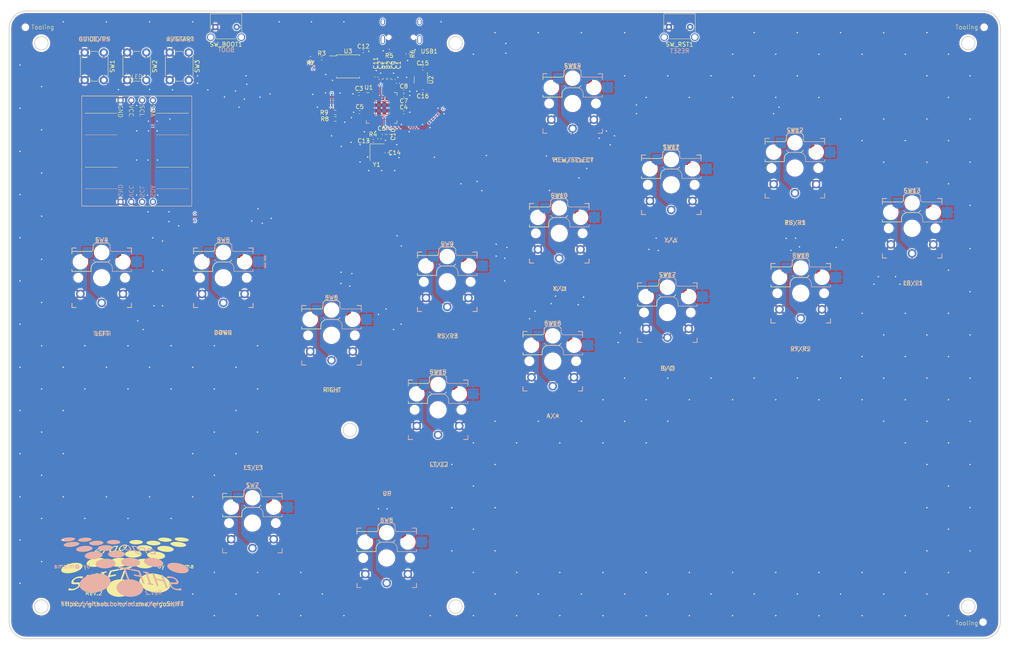
<source format=kicad_pcb>
(kicad_pcb (version 20221018) (generator pcbnew)
  (layers (0 "F.Cu" signal) (31 "B.Cu" signal) (34 "B.Paste" user) (35 "F.Paste" user) (36 "B.SilkS" user "B.Silkscreen") (37 "F.SilkS" user "F.Silkscreen") (38 "B.Mask" user) (39 "F.Mask" user) (44 "Edge.Cuts" user))
  (net 0 "")
  (net 1 "+3V3")
  (net 2 "+1V1")
  (net 3 "XOUT")
  (net 4 "Net-(C14-Pad1)")
  (net 5 "+5V")
  (net 6 "OLED_SCL")
  (net 7 "OLED_SDA")
  (net 8 "USB_DP")
  (net 9 "Net-(U1-USB_DP)")
  (net 10 "USB_DM")
  (net 11 "Net-(U1-USB_DM)")
  (net 12 "QSPI_SS")
  (net 13 "XIN")
  (net 14 "Net-(USB1-CC2)")
  (net 15 "Net-(USB1-CC1)")
  (net 16 "HOME")
  (net 17 "OPT")
  (net 18 "START")
  (net 19 "LEFT")
  (net 20 "DOWN")
  (net 21 "RIGHT")
  (net 22 "L3")
  (net 23 "UP")
  (net 24 "R3")
  (net 25 "X")
  (net 26 "Y")
  (net 27 "R1")
  (net 28 "L1")
  (net 29 "SEL")
  (net 30 "L2")
  (net 31 "A")
  (net 32 "B")
  (net 33 "R2")
  (net 34 "Net-(U1-RUN)")
  (net 47 "QSPI_SD3")
  (net 48 "QSPI_SCLK")
  (net 49 "QSPI_SD0")
  (net 50 "QSPI_SD2")
  (net 51 "QSPI_SD1")
  (net 56 "Net-(R7-Pad2)")
  (net 57 "GND")
  (footprint "ergoSHIFT:SW_Tactile_Yushakobo 3x6x4.3mm" (layer "F.Cu") (at 207.7 53.75)
    (fp_text reference "SW_RST1")
    (fp_text value "SW_PUSH")
  )
  (footprint "Capacitor_SMD:C_0402_1005Metric" (layer "F.Cu") (at 147.306 68.863 180)
    (fp_text reference "C16")
    (fp_text value "1u")
  )
  (footprint "keyswitches:Kailh_socket_PG1350_optional_reversible" (layer "F.Cu") (at 150.89 143.81)
    (fp_text reference "SW15")
    (fp_text value "SW_Push")
  )
  (footprint "Capacitor_SMD:C_0402_1005Metric" (layer "F.Cu") (at 133.308 59.465)
    (fp_text reference "C12")
    (fp_text value "100n")
  )
  (footprint "keyswitches:Kailh_socket_PG1350_optional_reversible" (layer "F.Cu") (at 205.75 90.88)
    (fp_text reference "SW11")
    (fp_text value "SW_Push")
  )
  (footprint "ergoSHIFT:JLCPCB_Tooling" (layer "F.Cu") (at 279.108 193.764)
    (fp_text reference "Tooling")
    (fp_text value "JLCPCB_Tooling")
  )
  (footprint "ergoSHIFT:OLED_DISP_0.96inch_Reversible" (layer "F.Cu") (at 80 71)
    (fp_text reference "OLED1")
    (fp_text value "~")
  )
  (footprint "Capacitor_SMD:C_0402_1005Metric" (layer "F.Cu") (at 137.372 66.069 90)
    (fp_text reference "C2")
    (fp_text value "100n")
  )
  (footprint "Package_SO:SOIC-8_5.23x5.23mm_P1.27mm" (layer "F.Cu") (at 129.708 63.021)
    (fp_text reference "U3")
    (fp_text value "W25Q128JVS")
  )
  (footprint "Button_Switch_THT:SW_PUSH_6mm_H8.5mm" (layer "F.Cu") (at 70 63 -90)
    (fp_text reference "SW1")
    (fp_text value "SW_Push")
  )
  (footprint "Button_Switch_THT:SW_PUSH_6mm_H8.5mm" (layer "F.Cu") (at 80 63 -90)
    (fp_text reference "SW2")
    (fp_text value "SW_Push")
  )
  (footprint "Capacitor_SMD:C_0402_1005Metric" (layer "F.Cu") (at 138.134 79.021 -90)
    (fp_text reference "C6")
    (fp_text value "100n")
  )
  (footprint "Capacitor_SMD:C_0402_1005Metric" (layer "F.Cu") (at 142.833 69.879)
    (fp_text reference "C7")
    (fp_text value "100n")
  )
  (footprint "Capacitor_SMD:C_0402_1005Metric" (layer "F.Cu") (at 147.306 63.529 180)
    (fp_text reference "C15")
    (fp_text value "1u")
  )
  (footprint "Capacitor_SMD:C_0402_1005Metric" (layer "F.Cu") (at 132.292 69.498 180)
    (fp_text reference "C3")
    (fp_text value "100n")
  )
  (footprint "Resistor_SMD:R_0402_1005Metric" (layer "F.Cu") (at 120.862 61.116 180)
    (fp_text reference "R7")
    (fp_text value "1k")
  )
  (footprint "keyswitches:Kailh_socket_PG1350_optional_reversible" (layer "F.Cu") (at 71.75 112.75)
    (fp_text reference "SW4")
    (fp_text value "SW_Push")
  )
  (footprint "Capacitor_SMD:C_0402_1005Metric" (layer "F.Cu") (at 132.447 73.795732 180)
    (fp_text reference "C5")
    (fp_text value "100n")
  )
  (footprint "Capacitor_SMD:C_0402_1005Metric" (layer "F.Cu") (at 141.436 66.986 90)
    (fp_text reference "C1")
    (fp_text value "1u")
  )
  (footprint "ergoSHIFT:JLCPCB_Tooling" (layer "F.Cu") (at 279.362 53.81)
    (fp_text reference "Tooling")
    (fp_text value "JLCPCB_Tooling")
  )
  (footprint "Resistor_SMD:R_0402_1005Metric" (layer "F.Cu") (at 139.408 59.338 180)
    (fp_text reference "R5")
    (fp_text value "5.1k")
  )
  (footprint "Resistor_SMD:R_0402_1005Metric" (layer "F.Cu") (at 138.388 65.94 -90)
    (fp_text reference "R1")
    (fp_text value "27")
  )
  (footprint "Resistor_SMD:R_0402_1005Metric" (layer "F.Cu") (at 137.118 80.037 90)
    (fp_text reference "R4")
    (fp_text value "1k")
  )
  (footprint "Type-C:HRO-TYPE-C-31-M-12-Assembly" (layer "F.Cu") (at 142.204 55.034 180)
    (fp_text reference "USB1")
    (fp_text value "HRO-TYPE-C-31-M-12")
  )
  (footprint "RP2040:RP2040-QFN-56" (layer "F.Cu") (at 137.621 72.795)
    (fp_text reference "U1")
    (fp_text value "RP2040")
  )
  (footprint "Resistor_SMD:R_0402_1005Metric" (layer "F.Cu") (at 139.404 65.94 -90)
    (fp_text reference "R2")
    (fp_text value "27")
  )
  (footprint "Resistor_SMD:R_0603_1608Metric" (layer "F.Cu") (at 126.708 75.4)
    (fp_text reference "R8")
    (fp_text value "4.7k")
  )
  (footprint "Resistor_SMD:R_0603_1608Metric" (layer "F.Cu") (at 126.708 73.876 180)
    (fp_text reference "R9")
    (fp_text value "4.7k")
  )
  (footprint "Resistor_SMD:R_0402_1005Metric" (layer "F.Cu") (at 143.726 60.1 -90)
    (fp_text reference "R6")
    (fp_text value "5.1k")
  )
  (footprint "Capacitor_SMD:C_0402_1005Metric" (layer "F.Cu") (at 135.672 80.545)
    (fp_text reference "C13")
    (fp_text value "30p")
  )
  (footprint "Button_Switch_THT:SW_PUSH_6mm_H8.5mm" (layer "F.Cu") (at 90 63 -90)
    (fp_text reference "SW3")
    (fp_text value "SW_Push")
  )
  (footprint "Capacitor_SMD:C_0402_1005Metric" (layer "F.Cu") (at 136.356 65.49 90)
    (fp_text reference "C11")
    (fp_text value "100n")
  )
  (footprint "Capacitor_SMD:C_0402_1005Metric" (layer "F.Cu") (at 138.769 83.339 -90)
    (fp_text reference "C14")
    (fp_text value "30p")
  )
  (footprint "Capacitor_SMD:C_0402_1005Metric" (layer "F.Cu") (at 142.805 73.794934)
    (fp_text reference "C4")
    (fp_text value "100n")
  )
  (footprint "Capacitor_SMD:C_0402_1005Metric" (layer "F.Cu") (at 140.42 66.097 90)
    (fp_text reference "C9")
    (fp_text value "1u")
  )
  (footprint "keyswitches:Kailh_socket_PG1350_optional_reversible" (layer "F.Cu") (at 177.87 132.37)
    (fp_text reference "SW16")
    (fp_text value "SW_Push")
  )
  (footprint "keyswitches:Kailh_socket_PG1350_optional_reversible" (layer "F.Cu") (at 153.05 113.7)
    (fp_text reference "SW9")
    (fp_text value "SW_Push")
  )
  (footprint "Package_TO_SOT_SMD:SOT-23-5" (layer "F.Cu") (at 146.836 66.2015 -90)
    (fp_text reference "U2")
    (fp_text value "TLV73333PDBV")
  )
  (footprint "Crystal:Crystal_SMD_3225-4Pin_3.2x2.5mm" (layer "F.Cu") (at 136.522 83.255 -90)
    (fp_text reference "Y1")
    (fp_text value "Crystal_GND24")
  )
  (footprint "Resistor_SMD:R_0402_1005Metric" (layer "F.Cu") (at 123.527 61.116)
    (fp_text reference "R3")
    (fp_text value "10k")
  )
  (footprint "keyswitches:Kailh_socket_PG1350_optional_reversible" (layer "F.Cu") (at 107.22 170.47)
    (fp_text reference "SW7")
    (fp_text value "SW_Push")
  )
  (footprint "Capacitor_SMD:C_0402_1005Metric" (layer "F.Cu") (at 139.15 79.021 -90)
    (fp_text reference "C10")
    (fp_text value "100n")
  )
  (footprint "Capacitor_SMD:C_0402_1005Metric" (layer "F.Cu") (at 142.833 68.863)
    (fp_text reference "C8")
    (fp_text value "100n")
  )
  (footprint "keyswitches:Kailh_socket_PG1350_optional_reversible" (layer "F.Cu") (at 138.79 178.67)
    (fp_text reference "SW8")
    (fp_text value "SW_Push")
  )
  (footprint "keyswitches:Kailh_socket_PG1350_optional_reversible" (layer "F.Cu") (at 100.37 112.75)
    (fp_text reference "SW5")
    (fp_text value "SW_Push")
  )
  (footprint "ergoSHIFT:SW_Tactile_Yushakobo 3x6x4.3mm" (layer "F.Cu") (at 101 53.75)
    (fp_text reference "SW_BOOT1")
    (fp_text value "SW_PUSH")
  )
  (footprint "keyswitches:Kailh_socket_PG1350_optional_reversible" (layer "F.Cu") (at 236.22 116.39)
    (fp_text reference "SW18")
    (fp_text value "SW_Push")
  )
  (footprint "keyswitches:Kailh_socket_PG1350_optional_reversible" (layer "F.Cu") (at 204.85 120.93)
    (fp_text reference "SW17")
    (fp_text value "SW_Push")
  )
  (footprint "ergoSHIFT:JLCPCB_Tooling" (layer "F.Cu") (at 53.81 53.81)
    (fp_text reference "Tooling")
    (fp_text value "JLCPCB_Tooling")
  )
  (footprint "keyswitches:Kailh_socket_PG1350_optional_reversible" (layer "F.Cu") (at 182.54 71.75)
    (fp_text reference "SW14")
    (fp_text value "SW_Push")
  )
  (footprint "keyswitches:Kailh_socket_PG1350_optional_reversible" (layer "F.Cu") (at 179.4 102.29)
    (fp_text reference "SW10")
    (fp_text value "SW_Push")
  )
  (footprint "keyswitches:Kailh_socket_PG1350_optional_reversible" (layer "F.Cu") (at 125.82 126.29)
    (fp_text reference "SW6")
    (fp_text value "SW_Push")
  )
  (footprint "keyswitches:Kailh_socket_PG1350_optional_reversible" (layer "F.Cu") (at 262.42 101.11)
    (fp_text reference "SW13")
    (fp_text value "SW_Push")
  )
  (footprint "keyswitches:Kailh_socket_PG1350_optional_reversible" (layer "F.Cu") (at 234.85 86.94)
    (fp_text reference "SW12")
    (fp_text value "SW_Push")
  )
  (gr_poly (pts (xy 80.755665 176.296817) (xy 80.772913 176.299427) (xy 80.789462 176.299148) (xy 80.806022 176.299087) (xy 80.822591 176.299245) (xy 80.839169 176.299621) (xy 80.855758 176.300215) (xy 80.872356 176.301027) (xy 80.888964 176.302058) (xy 80.905582 176.303307) (xy 80.922069 176.304446) (xy 80.939462 176.305904) (xy 80.957763 176.307679) (xy 80.976969 176.309772) (xy 80.997083 176.312183) (xy 81.018103 176.314911) (xy 81.062862 176.321323) (xy 81.100598 176.327738) (xy 81.138775 176.335629) (xy 81.177392 176.344997) (xy 81.21645 176.355842) (xy 81.255948 176.368164) (xy 81.295886 176.381961) (xy 81.336264 176.397236) (xy 81.377083 176.413987) (xy 81.418028 176.431588) (xy 81.459101 176.450041) (xy 81.5003 176.469344) (xy 81.541626 176.489497) (xy 81.583079 176.510502) (xy 81.624659 176.532357) (xy 81.666366 176.555063) (xy 81.7082 176.578619) (xy 82.205114 177.571205) (xy 82.529394 177.620274) (xy 81.829454 176.222143) (xy 81.505174 176.173074) (xy 81.608566 176.379602) (xy 81.547417 176.345277) (xy 81.488761 176.313246) (xy 81.432599 176.283508) (xy 81.378929 176.256064) (xy 81.327753 176.230913) (xy 81.279069 176.208055) (xy 81.232879 176.18749) (xy 81.189182 176.169219) (xy 81.146435 176.152447) (xy 81.104271 176.137137) (xy 81.062689 176.12329) (xy 81.021689 176.110904) (xy 80.981272 176.09998) (xy 80.941437 176.090518) (xy 80.902184 176.082518) (xy 80.863514 176.07598) (xy 80.824282 176.07026) (xy 80.791107 176.065891) (xy 80.763989 176.062871) (xy 80.752701 176.061868) (xy 80.742927 176.061202) (xy 80.722404 176.059615) (xy 80.697529 176.058092) (xy 80.668302 176.056634) (xy 80.634723 176.05524)) (fill solid) (layer "B.SilkS"))
  (gr_poly (pts (xy 78.684296 181.580352) (xy 80.393089 181.916131) (xy 80.722505 182.782924) (xy 79.254259 182.494411) (xy 79.392299 182.857639) (xy 80.860546 183.14615) (xy 81.422905 184.625887) (xy 81.872226 184.71418) (xy 80.704372 181.641198) (xy 78.546258 181.217126)) (fill solid) (layer "B.SilkS"))
  (gr_poly (pts (xy 88.453011 179.819125) (xy 88.248703 179.838099) (xy 88.057985 179.868103) (xy 87.882217 179.908874) (xy 87.722757 179.960151) (xy 87.580964 180.02167) (xy 87.458198 180.093169) (xy 87.355817 180.174386) (xy 87.312696 180.218556) (xy 87.27518 180.265058) (xy 87.243441 180.313857) (xy 87.217647 180.364922) (xy 87.197969 180.41822) (xy 87.184576 180.473718) (xy 87.177706 180.5307) (xy 87.177388 180.588406) (xy 87.183477 180.646731) (xy 87.195826 180.70557) (xy 87.214291 180.764818) (xy 87.238728 180.824372) (xy 87.26899 180.884125) (xy 87.304933 180.943975) (xy 87.346411 181.003817) (xy 87.39328 181.063545) (xy 87.445394 181.123056) (xy 87.502608 181.182245) (xy 87.564777 181.241007) (xy 87.631755 181.299238) (xy 87.703399 181.356833) (xy 87.779562 181.413687) (xy 87.8601 181.469698) (xy 87.944867 181.524758) (xy 88.033718 181.578765) (xy 88.126508 181.631614) (xy 88.223092 181.683199) (xy 88.323325 181.733417) (xy 88.427062 181.782163) (xy 88.534157 181.829333) (xy 88.644465 181.874822) (xy 88.757842 181.918525) (xy 88.874142 181.960338) (xy 88.99322 182.000156) (xy 89.114931 182.037875) (xy 89.23913 182.07339) (xy 89.365671 182.106598) (xy 89.49441 182.137392) (xy 89.751722 182.190108) (xy 90.003599 182.23022) (xy 90.248679 182.25799) (xy 90.485605 182.27368) (xy 90.713017 182.277553) (xy 90.929557 182.269872) (xy 91.133865 182.250898) (xy 91.324583 182.220894) (xy 91.500352 182.180122) (xy 91.659812 182.128846) (xy 91.801604 182.067327) (xy 91.92437 181.995828) (xy 92.026751 181.914611) (xy 92.069873 181.870441) (xy 92.107388 181.823939) (xy 92.139128 181.77514) (xy 92.164921 181.724075) (xy 92.1846 181.670777) (xy 92.197993 181.61528) (xy 92.204862 181.558297) (xy 92.20518 181.500591) (xy 92.199092 181.442266) (xy 92.186742 181.383427) (xy 92.168277 181.324178) (xy 92.14384 181.264625) (xy 92.113578 181.204871) (xy 92.077635 181.145021) (xy 92.036157 181.085179) (xy 91.989288 181.025451) (xy 91.937175 180.96594) (xy 91.87996 180.906751) (xy 91.817791 180.847989) (xy 91.750813 180.789759) (xy 91.679169 180.732164) (xy 91.603006 180.675309) (xy 91.522468 180.619299) (xy 91.437701 180.564238) (xy 91.34885 180.510231) (xy 91.25606 180.457383) (xy 91.159476 180.405797) (xy 91.059243 180.355579) (xy 90.955506 180.306833) (xy 90.848411 180.259663) (xy 90.738103 180.214175) (xy 90.624726 180.170472) (xy 90.508426 180.128659) (xy 90.389348 180.088841) (xy 90.267637 180.051122) (xy 90.143439 180.015606) (xy 90.016898 179.982399) (xy 89.888159 179.951605) (xy 89.630846 179.898888) (xy 89.37897 179.858776) (xy 89.133889 179.831006) (xy 88.896963 179.815316) (xy 88.669551 179.811443)) (fill solid) (layer "B.SilkS"))
  (gr_poly (pts (xy 70.1208 177.158451) (xy 70.014341 177.162042) (xy 69.906512 177.167991) (xy 69.797451 177.176343) (xy 69.581363 177.199828) (xy 69.372304 177.231654) (xy 69.171299 177.27128) (xy 68.979374 177.318166) (xy 68.797554 177.371773) (xy 68.626864 177.431561) (xy 68.46833 177.496989) (xy 68.322977 177.567517) (xy 68.19183 177.642606) (xy 68.075915 177.721716) (xy 67.976256 177.804306) (xy 67.89388 177.889838) (xy 67.82981 177.977769) (xy 67.804961 178.022467) (xy 67.785074 178.067562) (xy 67.770276 178.112987) (xy 67.760695 178.158675) (xy 67.75646 178.204558) (xy 67.7577 178.250569) (xy 67.764449 178.296099) (xy 67.776568 178.340555) (xy 67.793918 178.383893) (xy 67.816362 178.426068) (xy 67.84376 178.467037) (xy 67.875976 178.506754) (xy 67.912872 178.545176) (xy 67.954309 178.582258) (xy 68.00015 178.617957) (xy 68.050257 178.652227) (xy 68.104491 178.685025) (xy 68.162716 178.716306) (xy 68.224792 178.746026) (xy 68.290583 178.774141) (xy 68.359949 178.800606) (xy 68.432754 178.825377) (xy 68.50886 178.84841) (xy 68.588128 178.869661) (xy 68.67042 178.889085) (xy 68.755599 178.906639) (xy 68.843527 178.922277) (xy 68.934065 178.935955) (xy 69.027076 178.94763) (xy 69.122422 178.957256) (xy 69.219966 178.964791) (xy 69.319568 178.970188) (xy 69.421091 178.973405) (xy 69.524398 178.974397) (xy 69.62935 178.973119) (xy 69.73581 178.969528) (xy 69.843639 178.963578) (xy 69.952699 178.955227) (xy 70.168788 178.931742) (xy 70.377847 178.899916) (xy 70.578852 178.86029) (xy 70.770777 178.813403) (xy 70.952597 178.759796) (xy 71.123286 178.700009) (xy 71.28182 178.634581) (xy 71.427173 178.564052) (xy 71.55832 178.488963) (xy 71.674235 178.409853) (xy 71.773894 178.327263) (xy 71.85627 178.241732) (xy 71.920339 178.1538) (xy 71.945188 178.109102) (xy 71.965075 178.064007) (xy 71.979873 178.018582) (xy 71.989454 177.972894) (xy 71.993688 177.92701) (xy 71.992449 177.880999) (xy 71.985699 177.835469) (xy 71.97358 177.791013) (xy 71.95623 177.747676) (xy 71.933787 177.7055) (xy 71.906389 177.664532) (xy 71.874173 177.624815) (xy 71.837278 177.586393) (xy 71.79584 177.54931) (xy 71.75 177.513612) (xy 71.699893 177.479342) (xy 71.645659 177.446544) (xy 71.587435 177.415263) (xy 71.525358 177.385543) (xy 71.459568 177.357429) (xy 71.390201 177.330963) (xy 71.317396 177.306192) (xy 71.241291 177.283159) (xy 71.162023 177.261908) (xy 71.079731 177.242484) (xy 70.994552 177.224931) (xy 70.906624 177.209293) (xy 70.816086 177.195615) (xy 70.723075 177.18394) (xy 70.627729 177.174313) (xy 70.530185 177.166779) (xy 70.430583 177.161381) (xy 70.329059 177.158165) (xy 70.225753 177.157173)) (fill solid) (layer "B.SilkS"))
  (gr_poly (pts (xy 83.259028 178.642202) (xy 83.054558 178.653002) (xy 82.859842 178.673617) (xy 82.676101 178.703724) (xy 82.504558 178.742999) (xy 82.346436 178.791117) (xy 82.202957 178.847755) (xy 82.075343 178.912589) (xy 81.964817 178.985294) (xy 81.872601 179.065546) (xy 81.833742 179.108401) (xy 81.799918 179.153022) (xy 81.771284 179.199367) (xy 81.747991 179.247397) (xy 81.730192 179.297071) (xy 81.71804 179.348348) (xy 81.711751 179.400563) (xy 81.711351 179.453024) (xy 81.71671 179.505644) (xy 81.727698 179.558336) (xy 81.744184 179.611016) (xy 81.766039 179.663596) (xy 81.793131 179.715993) (xy 81.825331 179.768118) (xy 81.862508 179.819888) (xy 81.904532 179.871215) (xy 81.951273 179.922014) (xy 82.0026 179.9722) (xy 82.058383 180.021686) (xy 82.118492 180.070386) (xy 82.182797 180.118214) (xy 82.251167 180.165086) (xy 82.323472 180.210914) (xy 82.399581 180.255613) (xy 82.479365 180.299098) (xy 82.562693 180.341282) (xy 82.649435 180.382079) (xy 82.73946 180.421403) (xy 82.832639 180.45917) (xy 82.92884 180.495292) (xy 83.027934 180.529684) (xy 83.129791 180.562261) (xy 83.234279 180.592936) (xy 83.34127 180.621623) (xy 83.450631 180.648237) (xy 83.562234 180.672691) (xy 83.675948 180.694901) (xy 83.791643 180.714779) (xy 84.022901 180.746484) (xy 84.249296 180.767077) (xy 84.469604 180.776881) (xy 84.682605 180.776222) (xy 84.887074 180.765423) (xy 85.08179 180.744807) (xy 85.265531 180.7147) (xy 85.437074 180.675426) (xy 85.595196 180.627307) (xy 85.738675 180.570669) (xy 85.866289 180.505836) (xy 85.976815 180.43313) (xy 86.06903 180.352878) (xy 86.10789 180.310023) (xy 86.141713 180.265402) (xy 86.170348 180.219057) (xy 86.193641 180.171027) (xy 86.21144 180.121354) (xy 86.223592 180.070077) (xy 86.229881 180.017861) (xy 86.23028 179.9654) (xy 86.224921 179.912781) (xy 86.213933 179.860088) (xy 86.197447 179.807409) (xy 86.175592 179.754828) (xy 86.1485 179.702432) (xy 86.1163 179.650306) (xy 86.079123 179.598537) (xy 86.037099 179.547209) (xy 85.990358 179.49641) (xy 85.939031 179.446225) (xy 85.883248 179.396739) (xy 85.823138 179.348039) (xy 85.758834 179.30021) (xy 85.690464 179.253339) (xy 85.618159 179.20751) (xy 85.54205 179.162811) (xy 85.462266 179.119327) (xy 85.378938 179.077143) (xy 85.292197 179.036346) (xy 85.202171 178.997021) (xy 85.108993 178.959255) (xy 85.012792 178.923132) (xy 84.913698 178.88874) (xy 84.811842 178.856163) (xy 84.707353 178.825488) (xy 84.600363 178.796801) (xy 84.491002 178.770187) (xy 84.379399 178.745733) (xy 84.265685 178.723523) (xy 84.149991 178.703645) (xy 83.918732 178.67194) (xy 83.692338 178.651347) (xy 83.472029 178.641543)) (fill solid) (layer "B.SilkS"))
  (gr_poly (pts (xy 72.696618 175.669789) (xy 72.603534 175.672174) (xy 72.418753 175.682051) (xy 72.239524 175.698369) (xy 72.066745 175.720762) (xy 71.901315 175.748864) (xy 71.744133 175.782311) (xy 71.596096 175.820738) (xy 71.458103 175.86378) (xy 71.331052 175.911071) (xy 71.215842 175.962246) (xy 71.113371 176.01694) (xy 71.024537 176.074789) (xy 70.950239 176.135426) (xy 70.891374 176.198487) (xy 70.868011 176.230812) (xy 70.848842 176.263607) (xy 70.833981 176.296825) (xy 70.823541 176.33042) (xy 70.817632 176.364348) (xy 70.816368 176.398562) (xy 70.81981 176.432612) (xy 70.827868 176.466052) (xy 70.840426 176.498845) (xy 70.857371 176.530952) (xy 70.878587 176.562337) (xy 70.903959 176.592962) (xy 70.933372 176.622788) (xy 70.966712 176.651778) (xy 71.003863 176.679895) (xy 71.04471 176.7071) (xy 71.089138 176.733356) (xy 71.137033 176.758626) (xy 71.18828 176.782871) (xy 71.242762 176.806054) (xy 71.300367 176.828137) (xy 71.360978 176.849082) (xy 71.424481 176.868852) (xy 71.49076 176.887409) (xy 71.559702 176.904715) (xy 71.63119 176.920733) (xy 71.70511 176.935425) (xy 71.781347 176.948752) (xy 71.859785 176.960679) (xy 71.940311 176.971166) (xy 72.022809 176.980176) (xy 72.107164 176.987671) (xy 72.193261 176.993614) (xy 72.280986 176.997967) (xy 72.370223 177.000692) (xy 72.460857 177.001751) (xy 72.552773 177.001107) (xy 72.645857 176.998722) (xy 72.830638 176.988845) (xy 73.009868 176.972527) (xy 73.182647 176.950135) (xy 73.348077 176.922032) (xy 73.505259 176.888585) (xy 73.653296 176.850158) (xy 73.791289 176.807116) (xy 73.918339 176.759826) (xy 74.033549 176.70865) (xy 74.13602 176.653956) (xy 74.224854 176.596108) (xy 74.299153 176.53547) (xy 74.358017 176.472409) (xy 74.381381 176.440084) (xy 74.400549 176.407289) (xy 74.41541 176.374072) (xy 74.42585 176.340476) (xy 74.431759 176.306549) (xy 74.433023 176.272334) (xy 74.429581 176.238285) (xy 74.421524 176.204844) (xy 74.408965 176.172052) (xy 74.39202 176.139944) (xy 74.370804 176.108559) (xy 74.345432 176.077935) (xy 74.316019 176.048108) (xy 74.282679 176.019118) (xy 74.245529 175.991002) (xy 74.204682 175.963796) (xy 74.160253 175.93754) (xy 74.112358 175.912271) (xy 74.061112 175.888026) (xy 74.006629 175.864843) (xy 73.949025 175.84276) (xy 73.888414 175.821814) (xy 73.824911 175.802044) (xy 73.758631 175.783487) (xy 73.68969 175.766181) (xy 73.618202 175.750163) (xy 73.544282 175.735472) (xy 73.468045 175.722144) (xy 73.389606 175.710218) (xy 73.309081 175.699731) (xy 73.226583 175.690721) (xy 73.142227 175.683225) (xy 73.05613 175.677283) (xy 72.968406 175.67293) (xy 72.879169 175.670205) (xy 72.788535 175.669145)) (fill solid) (layer "B.SilkS"))
  (gr_poly (pts (xy 75.038025 176.940215) (xy 74.841896 176.952786) (xy 74.652594 176.973229) (xy 74.471112 177.001127) (xy 74.298442 177.036061) (xy 74.135579 177.077616) (xy 73.983513 177.125375) (xy 73.84324 177.17892) (xy 73.71575 177.237834) (xy 73.602038 177.3017) (xy 73.503096 177.370102) (xy 73.419917 177.442622) (xy 73.353494 177.518843) (xy 73.326876 177.558212) (xy 73.304819 177.598349) (xy 73.287448 177.639203) (xy 73.274886 177.680722) (xy 73.267258 177.722853) (xy 73.264688 177.765545) (xy 73.267258 177.808237) (xy 73.274886 177.850368) (xy 73.287448 177.891887) (xy 73.304819 177.932741) (xy 73.326876 177.972878) (xy 73.353494 178.012247) (xy 73.384549 178.050794) (xy 73.419917 178.088468) (xy 73.459474 178.125217) (xy 73.503096 178.160988) (xy 73.550659 178.19573) (xy 73.602038 178.22939) (xy 73.65711 178.261916) (xy 73.71575 178.293257) (xy 73.777835 178.323359) (xy 73.84324 178.352171) (xy 73.911841 178.379641) (xy 73.983513 178.405716) (xy 74.058134 178.430344) (xy 74.135579 178.453474) (xy 74.215723 178.475053) (xy 74.298442 178.495029) (xy 74.383613 178.51335) (xy 74.471112 178.529964) (xy 74.560813 178.544819) (xy 74.652594 178.557862) (xy 74.746329 178.569041) (xy 74.841896 178.578305) (xy 74.939169 178.5856) (xy 75.038025 178.590876) (xy 75.138339 178.59408) (xy 75.239988 178.595159) (xy 75.441951 178.590876) (xy 75.63808 178.578305) (xy 75.827382 178.557862) (xy 76.008864 178.529964) (xy 76.181533 178.495029) (xy 76.344397 178.453474) (xy 76.496462 178.405716) (xy 76.636736 178.352171) (xy 76.764225 178.293257) (xy 76.877937 178.22939) (xy 76.976879 178.160988) (xy 77.060058 178.088468) (xy 77.126481 178.012247) (xy 77.153099 177.972878) (xy 77.175156 177.932741) (xy 77.192527 177.891887) (xy 77.205089 177.850368) (xy 77.212717 177.808237) (xy 77.215287 177.765545) (xy 77.212717 177.722853) (xy 77.205089 177.680722) (xy 77.192527 177.639203) (xy 77.175156 177.598349) (xy 77.153099 177.558212) (xy 77.126481 177.518843) (xy 77.095426 177.480296) (xy 77.060058 177.442622) (xy 77.020501 177.405873) (xy 76.976879 177.370102) (xy 76.929316 177.33536) (xy 76.877937 177.3017) (xy 76.822865 177.269174) (xy 76.764225 177.237834) (xy 76.70214 177.207731) (xy 76.636736 177.17892) (xy 76.568135 177.15145) (xy 76.496462 177.125375) (xy 76.421841 177.100746) (xy 76.344397 177.077616) (xy 76.264253 177.056037) (xy 76.181533 177.036061) (xy 76.096362 177.01774) (xy 76.008864 177.001127) (xy 75.919162 176.986272) (xy 75.827382 176.973229) (xy 75.733646 176.96205) (xy 75.63808 176.952786) (xy 75.540807 176.945491) (xy 75.441951 176.940215) (xy 75.341637 176.937011) (xy 75.239988 176.935932)) (fill solid) (layer "B.SilkS"))
  (gr_poly (pts (xy 82.858538 176.363473) (xy 82.823119 176.365868) (xy 82.789749 176.369766) (xy 82.758426 176.375167) (xy 82.72915 176.382071) (xy 82.701923 176.390478) (xy 82.676743 176.400387) (xy 82.653611 176.4118) (xy 82.632526 176.424715) (xy 82.613489 176.439133) (xy 82.5965 176.455055) (xy 82.588685 176.463542) (xy 82.58142 176.472362) (xy 82.574705 176.481518) (xy 82.56854 176.491007) (xy 82.562926 176.50083) (xy 82.557862 176.510987) (xy 82.553348 176.521478) (xy 82.549384 176.532304) (xy 82.54597 176.543463) (xy 82.543107 176.554957) (xy 82.540794 176.566784) (xy 82.539031 176.578946) (xy 82.537818 176.591441) (xy 82.537156 176.604271) (xy 82.537044 176.617435) (xy 82.537482 176.630933) (xy 82.53847 176.644765) (xy 82.540009 176.658931) (xy 82.542098 176.673431) (xy 82.544737 176.688265) (xy 82.551665 176.718936) (xy 82.560795 176.750942) (xy 82.572126 176.784285) (xy 82.585657 176.818964) (xy 82.60139 176.85498) (xy 82.619323 176.892331) (xy 82.683239 177.020004) (xy 84.102824 177.234809) (xy 84.110619 177.250766) (xy 84.11787 177.266405) (xy 84.124575 177.281727) (xy 84.130735 177.296731) (xy 84.13635 177.311418) (xy 84.14142 177.325787) (xy 84.145946 177.339839) (xy 84.149926 177.353574) (xy 84.153361 177.366991) (xy 84.15625 177.38009) (xy 84.158595 177.392873) (xy 84.160395 177.405337) (xy 84.16165 177.417485) (xy 84.162359 177.429314) (xy 84.162524 177.440827) (xy 84.162143 177.452022) (xy 84.161192 177.462746) (xy 84.159798 177.473159) (xy 84.157962 177.483261) (xy 84.155684 177.493053) (xy 84.152963 177.502533) (xy 84.149801 177.511703) (xy 84.146196 177.520561) (xy 84.142149 177.529109) (xy 84.13766 177.537346) (xy 84.132729 177.545271) (xy 84.127356 177.552886) (xy 84.12154 177.56019) (xy 84.115282 177.567183) (xy 84.108583 177.573865) (xy 84.101441 177.580236) (xy 84.093857 177.586296) (xy 84.086218 177.591973) (xy 84.078206 177.597377) (xy 84.06982 177.602507) (xy 84.061061 177.607364) (xy 84.051928 177.611947) (xy 84.042422 177.616256) (xy 84.032542 177.620293) (xy 84.022289 177.624056) (xy 84.011662 177.627545) (xy 84.000661 177.630761) (xy 83.989287 177.633704) (xy 83.97754 177.636373) (xy 83.965418 177.638768) (xy 83.952923 177.640891) (xy 83.940055 177.642739) (xy 83.926813 177.644315) (xy 83.898912 177.6466) (xy 83.869787 177.647833) (xy 83.839437 177.648012) (xy 83.807863 177.647139) (xy 83.775064 177.645213) (xy 83.741041 177.642233) (xy 83.705793 177.638202) (xy 83.669321 177.633117) (xy 83.619694 177.624794) (xy 83.569132 177.614703) (xy 83.517634 177.602843) (xy 83.465202 177.589216) (xy 83.411834 177.57382) (xy 83.357532 177.556655) (xy 83.302294 177.537722) (xy 83.24612 177.517021) (xy 83.190717 177.49537) (xy 83.138965 177.474344) (xy 83.090864 177.453942) (xy 83.046413 177.434165) (xy 83.005614 177.415013) (xy 82.968465 177.396485) (xy 82.934966 177.378583) (xy 82.905119 177.361304) (xy 82.887871 177.358694) (xy 83.01633 177.61529) (xy 83.110716 177.65177) (xy 83.204946 177.686346) (xy 83.299022 177.719019) (xy 83.39294 177.749787) (xy 83.439867 177.764209) (xy 83.486803 177.777656) (xy 83.53375 177.790128) (xy 83.580707 177.801626) (xy 83.627674 177.812149) (xy 83.674651 177.821698) (xy 83.721639 177.830272) (xy 83.768637 177.837871) (xy 83.827388 177.846083) (xy 83.88376 177.85258) (xy 83.937754 177.857361) (xy 83.989369 177.860426) (xy 84.038606 177.861776) (xy 84.085465 177.86141) (xy 84.129945 177.859328) (xy 84.172047 177.855531) (xy 84.211771 177.850019) (xy 84.249117 177.84279) (xy 84.284084 177.833847) (xy 84.316673 177.823187) (xy 84.346883 177.810812) (xy 84.374715 177.796722) (xy 84.400169 177.780916) (xy 84.423245 177.763394) (xy 84.433809 177.753933) (xy 84.443693 177.744083) (xy 84.452898 177.733846) (xy 84.461422 177.723222) (xy 84.469268 177.71221) (xy 84.476433 177.70081) (xy 84.482918 177.689023) (xy 84.488724 177.676848) (xy 84.49385 177.664286) (xy 84.498296 177.651336) (xy 84.502063 177.637999) (xy 84.505149 177.624274) (xy 84.507556 177.610162) (xy 84.509283 177.595662) (xy 84.510331 177.580774) (xy 84.510698 177.565499) (xy 84.510386 177.549837) (xy 84.509394 177.533786) (xy 84.507723 177.517349) (xy 84.505371 177.500523) (xy 84.50234 177.483311) (xy 84.498629 177.46571) (xy 84.494238 177.447722) (xy 84.489168 177.429347) (xy 84.483418 177.410584) (xy 84.476988 177.391433) (xy 84.462088 177.351969) (xy 84.44447 177.310955) (xy 84.424133 177.268391) (xy 84.401943 177.225921) (xy 84.378299 177.184253) (xy 84.353201 177.143385) (xy 84.326647 177.103319) (xy 84.29864 177.064054) (xy 84.291371 177.054566) (xy 84.01259 177.054566) (xy 82.908659 176.887523) (xy 82.897937 176.864801) (xy 82.888527 176.842884) (xy 82.880428 176.82177) (xy 82.873642 176.801461) (xy 82.868168 176.781955) (xy 82.864005 176.763254) (xy 82.861154 176.745357) (xy 82.859615 176.728263) (xy 82.859388 176.711974) (xy 82.860473 176.696489) (xy 82.862869 176.681808) (xy 82.866577 176.66793) (xy 82.871597 176.654857) (xy 82.877929 176.642588) (xy 82.885572 176.631123) (xy 82.894527 176.620462) (xy 82.899404 176.615435) (xy 82.904639 176.610645) (xy 82.910233 176.606092) (xy 82.916185 176.601777) (xy 82.922496 176.597699) (xy 82.929166 176.593858) (xy 82.936194 176.590255) (xy 82.943581 176.586888) (xy 82.951326 176.58376) (xy 82.95943 176.580868) (xy 82.967892 176.578213) (xy 82.976713 176.575796) (xy 82.99543 176.571674) (xy 83.015582 176.5685) (xy 83.037168 176.566276) (xy 83.060187 176.565001) (xy 83.084642 176.564675) (xy 83.11053 176.565297) (xy 83.137852 176.56687) (xy 83.166609 176.569391) (xy 83.196799 176.572861) (xy 83.228424 176.57728) (xy 83.260788 176.58258) (xy 83.292766 176.588625) (xy 83.324357 176.595416) (xy 83.355562 176.602954) (xy 83.386381 176.611237) (xy 83.416814 176.620266) (xy 83.44686 176.630041) (xy 83.47652 176.640562) (xy 83.505793 176.651828) (xy 83.53468 176.663841) (xy 83.563181 176.6766) (xy 83.591296 176.690104) (xy 83.619024 176.704355) (xy 83.646366 176.719352) (xy 83.673322 176.735094) (xy 83.699892 176.751582) (xy 83.725639 176.768543) (xy 83.750559 176.785767) (xy 83.774652 176.803254) (xy 83.797918 176.821005) (xy 83.820356 176.83902) (xy 83.841968 176.857297) (xy 83.862752 176.875839) (xy 83.882709 176.894643) (xy 83.901839 176.913712) (xy 83.920142 176.933043) (xy 83.937618 176.952638) (xy 83.954266 176.972497) (xy 83.970088 176.992619) (xy 83.985082 177.013005) (xy 83.99925 177.033653) (xy 84.01259 177.054566) (xy 84.291371 177.054566) (xy 84.269177 177.025591) (xy 84.23826 176.987928) (xy 84.205888 176.951067) (xy 84.172061 176.915007) (xy 84.13678 176.879748) (xy 84.100043 176.84529) (xy 84.061852 176.811633) (xy 84.022207 176.778778) (xy 83.981106 176.746723) (xy 83.938551 176.71547) (xy 83.894541 176.685018) (xy 83.84935 176.655625) (xy 83.80368 176.627615) (xy 83.757531 176.600988) (xy 83.710904 176.575744) (xy 83.663798 176.551882) (xy 83.616213 176.529403) (xy 83.56815 176.508306) (xy 83.519609 176.488593) (xy 83.470588 176.470262) (xy 83.42109 176.453314) (xy 83.371112 176.437748) (xy 83.320656 176.423565) (xy 83.269722 176.410765) (xy 83.218309 176.399348) (xy 83.166418 176.389313) (xy 83.114048 176.380661) (xy 83.066344 176.374039) (xy 83.020687 176.36892) (xy 82.977078 176.365304) (xy 82.935517 176.363191) (xy 82.896004 176.36258)) (fill solid) (layer "B.SilkS"))
  (gr_poly (pts (xy 77.120126 175.491644) (xy 77.080779 175.493594) (xy 77.043491 175.497293) (xy 77.008262 175.50274) (xy 76.975091 175.509935) (xy 76.943979 175.518879) (xy 76.914925 175.529572) (xy 76.88793 175.542013) (xy 76.862993 175.556202) (xy 76.840115 175.57214) (xy 76.819295 175.589827) (xy 76.800534 175.609262) (xy 76.791935 175.619515) (xy 76.783949 175.63012) (xy 76.776575 175.641078) (xy 76.769814 175.652389) (xy 76.763665 175.664052) (xy 76.758129 175.676067) (xy 76.753204 175.688435) (xy 76.748893 175.701156) (xy 76.745193 175.714229) (xy 76.742106 175.727654) (xy 76.739631 175.741432) (xy 76.737769 175.755562) (xy 76.736519 175.770045) (xy 76.735882 175.784881) (xy 76.735857 175.800069) (xy 76.736444 175.815609) (xy 76.737644 175.831502) (xy 76.739456 175.847748) (xy 76.744917 175.881296) (xy 76.752828 175.916255) (xy 76.763189 175.952624) (xy 76.775999 175.990403) (xy 76.791259 176.029591) (xy 76.808968 176.07019) (xy 76.829127 176.112199) (xy 76.851172 176.154493) (xy 76.874541 176.195948) (xy 76.899234 176.236564) (xy 76.92525 176.276341) (xy 76.95259 176.315279) (xy 76.981253 176.353378) (xy 77.01124 176.390637) (xy 77.04255 176.427058) (xy 77.075184 176.462639) (xy 77.109142 176.497381) (xy 77.144424 176.531285) (xy 77.181029 176.564349) (xy 77.218957 176.596574) (xy 77.25821 176.62796) (xy 77.298786 176.658507) (xy 77.340686 176.688215) (xy 77.383501 176.716827) (xy 77.426822 176.744089) (xy 77.470651 176.769999) (xy 77.514986 176.794557) (xy 77.559827 176.817764) (xy 77.605176 176.83962) (xy 77.651031 176.860125) (xy 77.697392 176.879278) (xy 77.744261 176.89708) (xy 77.791636 176.913531) (xy 77.839518 176.92863) (xy 77.887906 176.942378) (xy 77.936802 176.954775) (xy 77.986204 176.965821) (xy 78.036112 176.975515) (xy 78.086528 176.983858) (xy 78.136587 176.990718) (xy 78.184566 176.995836) (xy 78.230464 176.999211) (xy 78.274282 177.000844) (xy 78.316019 177.000733) (xy 78.355675 176.99888) (xy 78.393251 176.995284) (xy 78.428746 176.989944) (xy 78.462161 176.982863) (xy 78.493495 176.974038) (xy 78.522748 176.96347) (xy 78.549921 176.95116) (xy 78.575013 176.937106) (xy 78.598024 176.92131) (xy 78.618955 176.903771) (xy 78.637805 176.884489) (xy 78.646297 176.874221) (xy 78.654181 176.8636) (xy 78.661455 176.852627) (xy 78.668121 176.841302) (xy 78.674177 176.829625) (xy 78.679625 176.817596) (xy 78.684463 176.805215) (xy 78.688693 176.792482) (xy 78.692313 176.779398) (xy 78.695324 176.765961) (xy 78.697727 176.752172) (xy 78.69952 176.738031) (xy 78.700704 176.723538) (xy 78.70128 176.708693) (xy 78.701246 176.693497) (xy 78.700603 176.677948) (xy 78.699351 176.662047) (xy 78.69749 176.645794) (xy 78.691942 176.612232) (xy 78.689417 176.601177) (xy 78.355355 176.601177) (xy 78.354585 176.621844) (xy 78.352176 176.641349) (xy 78.348126 176.659693) (xy 78.342437 176.676876) (xy 78.335107 176.692899) (xy 78.326138 176.70776) (xy 78.321025 176.714673) (xy 78.315555 176.721289) (xy 78.309726 176.727605) (xy 78.30354 176.733624) (xy 78.296995 176.739345) (xy 78.290093 176.744767) (xy 78.282833 176.749891) (xy 78.275215 176.754717) (xy 78.267239 176.759245) (xy 78.258905 176.763474) (xy 78.250213 176.767406) (xy 78.241164 176.771039) (xy 78.231756 176.774374) (xy 78.221991 176.777411) (xy 78.211868 176.780149) (xy 78.201386 176.78259) (xy 78.190547 176.784732) (xy 78.17935 176.786576) (xy 78.167796 176.788122) (xy 78.155883 176.78937) (xy 78.130984 176.790971) (xy 78.104653 176.791379) (xy 78.076891 176.790595) (xy 78.047697 176.788618) (xy 78.017072 176.785448) (xy 77.985015 176.781085) (xy 77.952849 176.775735) (xy 77.921035 176.76947) (xy 77.889574 176.762292) (xy 77.858465 176.7542) (xy 77.827708 176.745194) (xy 77.797303 176.735274) (xy 77.76725 176.724441) (xy 77.737549 176.712693) (xy 77.7082 176.700032) (xy 77.679203 176.686457) (xy 77.650559 176.671969) (xy 77.622267 176.656566) (xy 77.594326 176.64025) (xy 77.566738 176.62302) (xy 77.539502 176.604876) (xy 77.512618 176.585819) (xy 77.485941 176.565694) (xy 77.459913 176.544728) (xy 77.434536 176.522921) (xy 77.409808 176.500272) (xy 77.38573 176.476781) (xy 77.362302 176.452448) (xy 77.339523 176.427274) (xy 77.317394 176.401258) (xy 77.295915 176.374401) (xy 77.275086 176.346702) (xy 77.254907 176.318161) (xy 77.235377 176.288779) (xy 77.216497 176.258555) (xy 77.198267 176.22749) (xy 77.180687 176.195582) (xy 77.163756 176.162834) (xy 77.147606 176.129516) (xy 77.133149 176.097467) (xy 77.120386 176.066687) (xy 77.109317 176.037175) (xy 77.099941 176.008931) (xy 77.09226 175.981956) (xy 77.086272 175.95625) (xy 77.081978 175.931812) (xy 77.079377 175.908643) (xy 77.07847 175.886742) (xy 77.079257 175.866109) (xy 77.081738 175.846746) (xy 77.085912 175.828651) (xy 77.09178 175.811824) (xy 77.099342 175.796266) (xy 77.108597 175.781976) (xy 77.113786 175.775217) (xy 77.119326 175.768751) (xy 77.125218 175.762577) (xy 77.131463 175.756696) (xy 77.138059 175.751108) (xy 77.145008 175.745812) (xy 77.152308 175.74081) (xy 77.159961 175.7361) (xy 77.167966 175.731683) (xy 77.176323 175.727558) (xy 77.185032 175.723727) (xy 77.194093 175.720188) (xy 77.203506 175.716942) (xy 77.213271 175.713989) (xy 77.223388 175.711328) (xy 77.233858 175.708961) (xy 77.244679 175.706886) (xy 77.255853 175.705103) (xy 77.279256 175.702417) (xy 77.304067 175.700903) (xy 77.330287 175.700559) (xy 77.357915 175.701386) (xy 77.386952 175.703385) (xy 77.417397 175.706554) (xy 77.44925 175.710895) (xy 77.48204 175.716336) (xy 77.514432 175.722674) (xy 77.546428 175.729911) (xy 77.578025 175.738045) (xy 77.609226 175.747078) (xy 77.640028 175.757008) (xy 77.670434 175.767836) (xy 77.700442 175.779562) (xy 77.730052 175.792186) (xy 77.759265 175.805707) (xy 77.788081 175.820127) (xy 77.816499 175.835444) (xy 77.84452 175.85166) (xy 77.872143 175.868773) (xy 77.899369 175.886784) (xy 77.926198 175.905692) (xy 77.952242 175.925323) (xy 77.977702 175.945878) (xy 78.002578 175.967357) (xy 78.026871 175.98976) (xy 78.05058 176.013086) (xy 78.073706 176.037337) (xy 78.096248 176.062512) (xy 78.118206 176.08861) (xy 78.13958 176.115632) (xy 78.160371 176.143579) (xy 78.180578 176.172449) (xy 78.200202 176.202243) (xy 78.219242 176.232961) (xy 78.237698 176.264604) (xy 78.255571 176.297169) (xy 78.27286 176.330659) (xy 78.288489 176.362936) (xy 78.302479 176.394051) (xy 78.314828 176.424006) (xy 78.325537 176.452799) (xy 78.334607 176.480431) (xy 78.342036 176.506902) (xy 78.347826 176.532213) (xy 78.351975 176.556362) (xy 78.354485 176.57935) (xy 78.355355 176.601177) (xy 78.689417 176.601177) (xy 78.683957 176.577263) (xy 78.673536 176.540885) (xy 78.660679 176.5031) (xy 78.645386 176.463906) (xy 78.627656 176.423304) (xy 78.607491 176.381295) (xy 78.585453 176.339001) (xy 78.562104 176.297549) (xy 78.537445 176.256939) (xy 78.511476 176.217169) (xy 78.484196 176.17824) (xy 78.455607 176.140152) (xy 78.425707 176.102906) (xy 78.394498 176.0665) (xy 78.361978 176.030936) (xy 78.328148 175.996213) (xy 78.293007 175.962331) (xy 78.256557 175.92929) (xy 78.218796 175.89709) (xy 78.179725 175.865731) (xy 78.139344 175.835214) (xy 78.097653 175.805538) (xy 78.054749 175.776772) (xy 78.011316 175.749363) (xy 77.967355 175.723311) (xy 77.922865 175.698616) (xy 77.877846 175.675278) (xy 77.832298 175.653297) (xy 77.786221 175.632673) (xy 77.739616 175.613406) (xy 77.692482 175.595496) (xy 77.644819 175.578943) (xy 77.596627 175.563747) (xy 77.547907 175.549908) (xy 77.498658 175.537426) (xy 77.448879 175.526301) (xy 77.398573 175.516534) (xy 77.347737 175.508123) (xy 77.298098 175.50133) (xy 77.250517 175.496286) (xy 77.204995 175.49299) (xy 77.161531 175.491443)) (fill solid) (layer "B.SilkS"))
  (gr_poly (pts (xy 75.693338 180.992627) (xy 76.900613 181.229857) (xy 77.930426 183.939613) (xy 78.379748 184.027906) (xy 77.349934 181.318151) (xy 78.55721 181.555381) (xy 78.419167 181.192153) (xy 75.555296 180.6294)) (fill solid) (layer "B.SilkS"))
  (gr_poly (pts (xy 78.160386 178.627675) (xy 77.945837 178.643356) (xy 77.739637 178.668967) (xy 77.542929 178.704033) (xy 77.356859 178.748074) (xy 77.18257 178.800615) (xy 77.021207 178.861178) (xy 76.873914 178.929286) (xy 76.741837 179.004462) (xy 76.62612 179.086229) (xy 76.527906 179.174109) (xy 76.485722 179.220193) (xy 76.448342 179.267626) (xy 76.415911 179.316349) (xy 76.388571 179.366302) (xy 76.366465 179.417426) (xy 76.349737 179.469661) (xy 76.338529 179.522947) (xy 76.332986 179.577225) (xy 76.333234 179.631784) (xy 76.339215 179.685906) (xy 76.350792 179.739518) (xy 76.36783 179.792546) (xy 76.390191 179.844918) (xy 76.417739 179.896559) (xy 76.450337 179.947397) (xy 76.487848 179.997359) (xy 76.530137 180.04637) (xy 76.577066 180.094358) (xy 76.628499 180.14125) (xy 76.684298 180.186973) (xy 76.744329 180.231452) (xy 76.808453 180.274616) (xy 76.876535 180.31639) (xy 76.948437 180.356701) (xy 77.024024 180.395477) (xy 77.103158 180.432644) (xy 77.185704 180.468128) (xy 77.271523 180.501857) (xy 77.360481 180.533756) (xy 77.452439 180.563754) (xy 77.547262 180.591777) (xy 77.644813 180.61775) (xy 77.744956 180.641602) (xy 77.847553 180.663259) (xy 77.952468 180.682648) (xy 78.059565 180.699695) (xy 78.168707 180.714327) (xy 78.279758 180.726471) (xy 78.39258 180.736054) (xy 78.507037 180.743002) (xy 78.734848 180.748614) (xy 78.956599 180.743341) (xy 79.171148 180.72766) (xy 79.377348 180.702048) (xy 79.574055 180.666983) (xy 79.760126 180.622942) (xy 79.934415 180.570401) (xy 80.095778 180.509838) (xy 80.24307 180.44173) (xy 80.375147 180.366554) (xy 80.490864 180.284788) (xy 80.589077 180.196907) (xy 80.631262 180.150824) (xy 80.668641 180.103391) (xy 80.701072 180.054668) (xy 80.728412 180.004715) (xy 80.750517 179.953591) (xy 80.767245 179.901356) (xy 80.778453 179.84807) (xy 80.783996 179.793793) (xy 80.783749 179.739233) (xy 80.777768 179.685111) (xy 80.76619 179.631499) (xy 80.749153 179.57847) (xy 80.726792 179.526099) (xy 80.699244 179.474458) (xy 80.666646 179.42362) (xy 80.629135 179.373658) (xy 80.586846 179.324647) (xy 80.539918 179.276658) (xy 80.488485 179.229766) (xy 80.432686 179.184044) (xy 80.372655 179.139564) (xy 80.308531 179.096401) (xy 80.240449 179.054627) (xy 80.168547 179.014315) (xy 80.09296 178.975539) (xy 80.013826 178.938373) (xy 79.931281 178.902888) (xy 79.845462 178.86916) (xy 79.756504 178.83726) (xy 79.664546 178.807262) (xy 79.569723 178.77924) (xy 79.472172 178.753266) (xy 79.372029 178.729414) (xy 79.269432 178.707757) (xy 79.164517 178.688368) (xy 79.05742 178.671321) (xy 78.948278 178.656689) (xy 78.837227 178.644545) (xy 78.724405 178.634962) (xy 78.609948 178.628013) (xy 78.382137 178.622402)) (fill solid) (layer "B.SilkS"))
  (gr_poly (pts (xy 79.379509 176.996723) (xy 79.402253 177.040551) (xy 79.425997 177.083165) (xy 79.45074 177.124566) (xy 79.476482 177.164753) (xy 79.503224 177.203727) (xy 79.530964 177.241487) (xy 79.559704 177.278034) (xy 79.589442 177.313367) (xy 79.62018 177.347487) (xy 79.651917 177.380393) (xy 79.684654 177.412085) (xy 79.718389 177.442564) (xy 79.753124 177.471829) (xy 79.788858 177.499881) (xy 79.825591 177.52672) (xy 79.863323 177.552344) (xy 79.902166 177.576854) (xy 79.942231 177.600347) (xy 79.983517 177.622822) (xy 80.026026 177.64428) (xy 80.069757 177.664721) (xy 80.11471 177.684145) (xy 80.160884 177.702551) (xy 80.208281 177.719941) (xy 80.2569 177.736313) (xy 80.30674 177.751668) (xy 80.357803 177.766006) (xy 80.410088 177.779327) (xy 80.463594 177.79163) (xy 80.518323 177.802917) (xy 80.574274 177.813186) (xy 80.631447 177.822438) (xy 80.66959 177.827975) (xy 80.707264 177.83297) (xy 80.744467 177.837425) (xy 80.7812 177.841338) (xy 80.817464 177.844711) (xy 80.853256 177.847542) (xy 80.888579 177.849832) (xy 80.923431 177.851581) (xy 80.957612 177.853084) (xy 80.991471 177.854141) (xy 81.025006 177.85475) (xy 81.058217 177.854913) (xy 81.091106 177.85463) (xy 81.123671 177.8539) (xy 81.155914 177.852723) (xy 81.187834 177.8511) (xy 81.067522 177.610776) (xy 81.050274 177.608166) (xy 81.03188 177.610733) (xy 81.010732 177.613173) (xy 80.986831 177.615485) (xy 80.960175 177.61767) (xy 80.930766 177.619728) (xy 80.898602 177.621657) (xy 80.863684 177.62346) (xy 80.826011 177.625135) (xy 80.786854 177.62653) (xy 80.747168 177.62687) (xy 80.706953 177.626153) (xy 80.66621 177.624381) (xy 80.624938 177.621552) (xy 80.583137 177.617667) (xy 80.540808 177.612726) (xy 80.497951 177.606729) (xy 80.457218 177.600149) (xy 80.417813 177.592939) (xy 80.379737 177.585099) (xy 80.342989 177.576628) (xy 80.30757 177.567527) (xy 80.273479 177.557795) (xy 80.240716 177.547433) (xy 80.209282 177.536441) (xy 80.17909 177.524895) (xy 80.150055 177.512873) (xy 80.122176 177.500376) (xy 80.095455 177.487403) (xy 80.06989 177.473954) (xy 80.045483 177.46003) (xy 80.022232 177.44563) (xy 80.000139 177.430755) (xy 79.979319 177.416036) (xy 79.959264 177.400854) (xy 79.949523 177.39309) (xy 79.939973 177.38521) (xy 79.930615 177.377214) (xy 79.921448 177.369103) (xy 79.912472 177.360875) (xy 79.903687 177.352533) (xy 79.895093 177.344074) (xy 79.88669 177.3355) (xy 79.878479 177.32681) (xy 79.870459 177.318004) (xy 79.86263 177.309083) (xy 79.854992 177.300046) (xy 79.840183 177.281663) (xy 79.825929 177.262895) (xy 79.81223 177.24374) (xy 79.799084 177.224199) (xy 79.786492 177.204272) (xy 79.774455 177.183959) (xy 79.762972 177.16326) (xy 79.752042 177.142174) (xy 79.688127 177.014502) (xy 79.734912 177.040634) (xy 79.780654 177.065378) (xy 79.825353 177.088736) (xy 79.869008 177.110707) (xy 79.911621 177.13129) (xy 79.953191 177.150487) (xy 79.993717 177.168296) (xy 80.033201 177.184718) (xy 80.07241 177.199599) (xy 80.113291 177.21354) (xy 80.155843 177.22654) (xy 80.200068 177.2386) (xy 80.245964 177.24972) (xy 80.293533 177.259901) (xy 80.342773 177.269141) (xy 80.393684 177.277441) (xy 80.435901 177.283179) (xy 80.476308 177.287341) (xy 80.514905 177.289927) (xy 80.551693 177.290939) (xy 80.58667 177.290375) (xy 80.619837 177.288235) (xy 80.651195 177.28452) (xy 80.680742 177.27923) (xy 80.70848 177.272365) (xy 80.734407 177.263924) (xy 80.758525 177.253908) (xy 80.780833 177.242316) (xy 80.801331 177.229149) (xy 80.820019 177.214407) (xy 80.836897 177.19809) (xy 80.851965 177.180197) (xy 80.85863 177.170588) (xy 80.864757 177.160631) (xy 80.870345 177.150326) (xy 80.875394 177.139673) (xy 80.879905 177.128672) (xy 80.883877 177.117322) (xy 80.887311 177.105625) (xy 80.890206 177.093579) (xy 80.892562 177.081185) (xy 80.89438 177.068444) (xy 80.89566 177.055353) (xy 80.8964 177.041915) (xy 80.896602 177.028129) (xy 80.896266 177.013995) (xy 80.893977 176.984681) (xy 80.889534 176.953976) (xy 80.882936 176.921877) (xy 80.878783 176.905983) (xy 80.542193 176.905983) (xy 80.541568 176.923617) (xy 80.539607 176.940226) (xy 80.536312 176.95581) (xy 80.531682 176.97037) (xy 80.525717 176.983906) (xy 80.522194 176.990277) (xy 80.518261 176.996367) (xy 80.513915 177.002175) (xy 80.509157 177.007701) (xy 80.503988 177.012946) (xy 80.498407 177.01791) (xy 80.492414 177.022592) (xy 80.486009 177.026993) (xy 80.479193 177.031112) (xy 80.471964 177.034949) (xy 80.464324 177.038505) (xy 80.456272 177.04178) (xy 80.447808 177.044773) (xy 80.438932 177.047485) (xy 80.429644 177.049915) (xy 80.419945 177.052064) (xy 80.409834 177.053931) (xy 80.399311 177.055517) (xy 80.388376 177.056821) (xy 80.377029 177.057843) (xy 80.365271 177.058585) (xy 80.3531 177.059044) (xy 80.340518 177.059223) (xy 80.327524 177.059119) (xy 80.300301 177.058068) (xy 80.27143 177.055892) (xy 80.240913 177.052589) (xy 80.208748 177.04816) (xy 80.173083 177.042203) (xy 80.136812 177.035033) (xy 80.099934 177.026651) (xy 80.062449 177.017056) (xy 80.024357 177.006249) (xy 79.985659 176.994229) (xy 79.946353 176.980997) (xy 79.90644 176.966552) (xy 79.865808 176.95077) (xy 79.825519 176.93428) (xy 79.785574 176.917082) (xy 79.745971 176.899178) (xy 79.706712 176.880566) (xy 79.667796 176.861247) (xy 79.629223 176.841221) (xy 79.590994 176.820487) (xy 79.590996 176.820487) (xy 79.209381 176.058212) (xy 79.236322 176.052817) (xy 79.263116 176.048122) (xy 79.289763 176.044129) (xy 79.316262 176.040836) (xy 79.342614 176.038243) (xy 79.368818 176.036352) (xy 79.394876 176.035161) (xy 79.420786 176.034671) (xy 79.446181 176.034447) (xy 79.47187 176.034809) (xy 79.497853 176.035758) (xy 79.52413 176.037294) (xy 79.5507 176.039416) (xy 79.577564 176.042125) (xy 79.604722 176.045421) (xy 79.632173 176.049304) (xy 79.665403 176.054802) (xy 79.698252 176.061183) (xy 79.730721 176.068446) (xy 79.76281 176.076591) (xy 79.794518 176.085619) (xy 79.825846 176.095529) (xy 79.856794 176.106322) (xy 79.887362 176.117997) (xy 79.91755 176.130555) (xy 79.947357 176.143995) (xy 79.976784 176.158317) (xy 80.005831 176.173522) (xy 80.034497 176.189609) (xy 80.062784 176.206578) (xy 80.09069 176.22443) (xy 80.118215 176.243164) (xy 80.145181 176.262709) (xy 80.171408 176.282991) (xy 80.196895 176.304011) (xy 80.221644 176.325768) (xy 80.245653 176.348264) (xy 80.268923 176.371497) (xy 80.291454 176.395467) (xy 80.313246 176.420176) (xy 80.334299 176.445622) (xy 80.354613 176.471806) (xy 80.374187 176.498728) (xy 80.393022 176.526387) (xy 80.411118 176.554785) (xy 80.428475 176.58392) (xy 80.445093 176.613792) (xy 80.460972 176.644403) (xy 80.47503 176.673305) (xy 80.487753 176.701183) (xy 80.499142 176.728036) (xy 80.509195 176.753865) (xy 80.517914 176.778669) (xy 80.525298 176.802449) (xy 80.531347 176.825205) (xy 80.536061 176.846936) (xy 80.53944 176.867643) (xy 80.541484 176.887325) (xy 80.542193 176.905983) (xy 80.878783 176.905983) (xy 80.874184 176.888387) (xy 80.863278 176.853504) (xy 80.850218 176.817228) (xy 80.835003 176.77956) (xy 80.817634 176.7405) (xy 80.798111 176.700047) (xy 80.774866 176.655605) (xy 80.750249 176.612402) (xy 80.737425 176.591265) (xy 80.724259 176.570438) (xy 80.710749 176.54992) (xy 80.696896 176.529711) (xy 80.6827 176.509813) (xy 80.66816 176.490223) (xy 80.653278 176.470944) (xy 80.638052 176.451974) (xy 80.622483 176.433314) (xy 80.606571 176.414963) (xy 80.590315 176.396922) (xy 80.573717 176.37919) (xy 80.539091 176.344107) (xy 80.503469 176.309922) (xy 80.466851 176.276634) (xy 80.429239 176.244244) (xy 80.39063 176.212752) (xy 80.351026 176.182158) (xy 80.310427 176.152461) (xy 80.268833 176.123662) (xy 80.22924 176.097715) (xy 80.188764 176.072792) (xy 80.147405 176.048891) (xy 80.105164 176.026014) (xy 80.06204 176.004161) (xy 80.018033 175.98333) (xy 79.973145 175.963523) (xy 79.927374 175.94474) (xy 79.881422 175.926941) (xy 79.836308 175.910715) (xy 79.792031 175.896062) (xy 79.748591 175.882981) (xy 79.705989 175.871474) (xy 79.664223 175.861539) (xy 79.623295 175.853177) (xy 79.583204 175.846387) (xy 79.542433 175.84058) (xy 79.503779 175.835815) (xy 79.467242 175.832094) (xy 79.432821 175.829416) (xy 79.400516 175.827782) (xy 79.370328 175.827191) (xy 79.342257 175.827643) (xy 79.316303 175.829139) (xy 79.290836 175.83116) (xy 79.265403 175.833945) (xy 79.240004 175.837495) (xy 79.214638 175.841809) (xy 79.189306 175.846887) (xy 79.164008 175.85273) (xy 79.138744 175.859337) (xy 79.113514 175.866708) (xy 79.062748 175.803497) (xy 78.759167 175.75756)) (fill solid) (layer "B.SilkS"))
  (gr_poly (pts (xy 84.736102 185.276934) (xy 85.185424 185.365225) (xy 84.613654 183.860723) (xy 86.299756 184.192045) (xy 86.871525 185.696546) (xy 87.320849 185.784838) (xy 86.152994 182.711856) (xy 85.70367 182.623564) (xy 86.161715 183.828819) (xy 84.475614 183.497499) (xy 84.017569 182.292243) (xy 83.568248 182.203951)) (fill solid) (layer "B.SilkS"))
  (gr_poly (pts (xy 72.723351 178.860473) (xy 72.603092 178.865426) (xy 72.364627 178.884009) (xy 72.133669 178.913495) (xy 71.911363 178.953255) (xy 71.698852 179.002658) (xy 71.497278 179.061075) (xy 71.307785 179.127876) (xy 71.131516 179.202431) (xy 70.969614 179.28411) (xy 70.823223 179.372283) (xy 70.693485 179.466321) (xy 70.581544 179.565593) (xy 70.488543 179.669471) (xy 70.449502 179.72294) (xy 70.415625 179.777323) (xy 70.387055 179.832543) (xy 70.363934 179.888521) (xy 70.346405 179.945178) (xy 70.334611 180.002434) (xy 70.328696 180.060212) (xy 70.328802 180.118433) (xy 70.334985 180.176329) (xy 70.347107 180.233143) (xy 70.365017 180.288812) (xy 70.388564 180.343274) (xy 70.417598 180.396465) (xy 70.451968 180.448322) (xy 70.491524 180.498782) (xy 70.536115 180.547782) (xy 70.58559 180.595259) (xy 70.639799 180.641151) (xy 70.698592 180.685393) (xy 70.761817 180.727922) (xy 70.829324 180.768677) (xy 70.900963 180.807593) (xy 70.976583 180.844608) (xy 71.056034 180.879659) (xy 71.139164 180.912683) (xy 71.225823 180.943616) (xy 71.315862 180.972395) (xy 71.409128 180.998958) (xy 71.505472 181.023241) (xy 71.604743 181.045182) (xy 71.70679 181.064717) (xy 71.811463 181.081783) (xy 71.918611 181.096318) (xy 72.028084 181.108258) (xy 72.139731 181.117539) (xy 72.253402 181.1241) (xy 72.368945 181.127877) (xy 72.486211 181.128807) (xy 72.605048 181.126827) (xy 72.725307 181.121874) (xy 72.963773 181.103291) (xy 73.19473 181.073805) (xy 73.417036 181.034045) (xy 73.629547 180.984642) (xy 73.831121 180.926225) (xy 74.020613 180.859425) (xy 74.196882 180.78487) (xy 74.358784 180.703192) (xy 74.505175 180.615018) (xy 74.634912 180.520981) (xy 74.746853 180.421708) (xy 74.839854 180.317831) (xy 74.878895 180.264362) (xy 74.912772 180.209978) (xy 74.941343 180.154758) (xy 74.964464 180.098781) (xy 74.981992 180.042124) (xy 74.993786 179.984867) (xy 74.999701 179.927089) (xy 74.999595 179.868869) (xy 74.993412 179.810973) (xy 74.98129 179.754159) (xy 74.96338 179.698489) (xy 74.939833 179.644028) (xy 74.910799 179.590837) (xy 74.876429 179.53898) (xy 74.836873 179.488519) (xy 74.792283 179.439519) (xy 74.742808 179.392042) (xy 74.688598 179.346151) (xy 74.629806 179.301909) (xy 74.566581 179.259379) (xy 74.499074 179.218624) (xy 74.427435 179.179708) (xy 74.351815 179.142693) (xy 74.272365 179.107642) (xy 74.189234 179.074618) (xy 74.102575 179.043685) (xy 74.012537 179.014906) (xy 73.919271 178.988343) (xy 73.822927 178.964059) (xy 73.723656 178.942119) (xy 73.621609 178.922584) (xy 73.516936 178.905517) (xy 73.409788 178.890983) (xy 73.300315 178.879043) (xy 73.188668 178.869761) (xy 73.074997 178.8632) (xy 72.959454 178.859423) (xy 72.842188 178.858493)) (fill solid) (layer "B.SilkS"))
  (gr_poly (pts (xy 81.588348 182.105169) (xy 82.030864 182.192123) (xy 82.960289 184.637714) (xy 82.517769 184.55076) (xy 82.636986 184.864456) (xy 83.971344 185.126657) (xy 83.852128 184.812961) (xy 83.40961 184.726007) (xy 82.480186 182.280416) (xy 82.922706 182.36737) (xy 82.803489 182.053675) (xy 81.469131 181.791474)) (fill solid) (layer "B.SilkS"))
  (gr_poly (pts (xy 67.797754 175.827332) (xy 67.600527 175.841207) (xy 67.403958 175.862186) (xy 67.213715 175.889536) (xy 67.030733 175.922824) (xy 66.855948 175.96162) (xy 66.690296 176.005491) (xy 66.534713 176.054007) (xy 66.390134 176.106736) (xy 66.257497 176.163246) (xy 66.137736 176.223105) (xy 66.031787 176.285883) (xy 65.940587 176.351148) (xy 65.865072 176.418468) (xy 65.806177 176.487411) (xy 65.783254 176.522357) (xy 65.764838 176.557547) (xy 65.751045 176.592927) (xy 65.741991 176.628444) (xy 65.737795 176.664042) (xy 65.738573 176.699669) (xy 65.744362 176.734853) (xy 65.755039 176.769135) (xy 65.770479 176.802483) (xy 65.790557 176.834866) (xy 65.815148 176.866249) (xy 65.844126 176.896601) (xy 65.877367 176.92589) (xy 65.914746 176.954082) (xy 65.956138 176.981145) (xy 66.001417 177.007047) (xy 66.050459 177.031755) (xy 66.103139 177.055236) (xy 66.159331 177.077459) (xy 66.218912 177.09839) (xy 66.281755 177.117997) (xy 66.347735 177.136248) (xy 66.416728 177.15311) (xy 66.488609 177.16855) (xy 66.563253 177.182536) (xy 66.640534 177.195036) (xy 66.80251 177.215445) (xy 66.973536 177.229518) (xy 67.152612 177.236994) (xy 67.338739 177.237613) (xy 67.530916 177.231115) (xy 67.728143 177.21724) (xy 67.924712 177.196261) (xy 68.114956 177.168912) (xy 68.297938 177.135624) (xy 68.472723 177.096828) (xy 68.638375 177.052956) (xy 68.793959 177.004441) (xy 68.938537 176.951712) (xy 69.071175 176.895202) (xy 69.190936 176.835343) (xy 69.296885 176.772565) (xy 69.388084 176.7073) (xy 69.4636 176.63998) (xy 69.522495 176.571037) (xy 69.545418 176.536091) (xy 69.563834 176.500901) (xy 69.577627 176.465521) (xy 69.586681 176.430004) (xy 69.590877 176.394405) (xy 69.590099 176.358778) (xy 69.58431 176.323595) (xy 69.573633 176.289313) (xy 69.558193 176.255964) (xy 69.538115 176.223582) (xy 69.513524 176.192198) (xy 69.484546 176.161846) (xy 69.451305 176.132558) (xy 69.413926 176.104366) (xy 69.372535 176.077302) (xy 69.327255 176.051401) (xy 69.278213 176.026693) (xy 69.225533 176.003211) (xy 69.169341 175.980988) (xy 69.109761 175.960057) (xy 69.046918 175.94045) (xy 68.980937 175.922199) (xy 68.911944 175.905338) (xy 68.840063 175.889898) (xy 68.765419 175.875911) (xy 68.688138 175.863412) (xy 68.526162 175.843003) (xy 68.355136 175.82893) (xy 68.176059 175.821454) (xy 67.989932 175.820834)) (fill solid) (layer "B.SilkS"))
  (gr_poly (pts (xy 70.468378 174.613862) (xy 70.298205 174.624656) (xy 70.133181 174.640657) (xy 69.974132 174.661553) (xy 69.821882 174.687031) (xy 69.677259 174.716778) (xy 69.541086 174.75048) (xy 69.414191 174.787827) (xy 69.297398 174.828503) (xy 69.191533 174.872197) (xy 69.097422 174.918596) (xy 69.015891 174.967387) (xy 68.947765 175.018257) (xy 68.89387 175.070892) (xy 68.872517 175.097775) (xy 68.855032 175.124982) (xy 68.841516 175.152474) (xy 68.832075 175.180211) (xy 68.826811 175.208156) (xy 68.825826 175.236269) (xy 68.829176 175.264178) (xy 68.836775 175.291519) (xy 68.848517 175.318264) (xy 68.864296 175.344383) (xy 68.884006 175.369845) (xy 68.90754 175.394624) (xy 68.934794 175.418688) (xy 68.965659 175.442008) (xy 69.000031 175.464556) (xy 69.037804 175.486302) (xy 69.07887 175.507216) (xy 69.123125 175.52727) (xy 69.170462 175.546434) (xy 69.220775 175.564679) (xy 69.273958 175.581976) (xy 69.329904 175.598294) (xy 69.388508 175.613606) (xy 69.449664 175.627881) (xy 69.579206 175.653205) (xy 69.717681 175.674033) (xy 69.864241 175.690128) (xy 70.018036 175.701259) (xy 70.178218 175.707189) (xy 70.343939 175.707684) (xy 70.514349 175.702511) (xy 70.684522 175.691718) (xy 70.849546 175.675716) (xy 71.008595 175.65482) (xy 71.160845 175.629343) (xy 71.305469 175.599596) (xy 71.441641 175.565893) (xy 71.568537 175.528547) (xy 71.68533 175.48787) (xy 71.791194 175.444176) (xy 71.885305 175.397777) (xy 71.966836 175.348987) (xy 72.034962 175.298117) (xy 72.088857 175.245481) (xy 72.110211 175.218599) (xy 72.127696 175.191392) (xy 72.141211 175.1639) (xy 72.150653 175.136163) (xy 72.155918 175.108218) (xy 72.156902 175.080105) (xy 72.153552 175.052196) (xy 72.145953 175.024855) (xy 72.134211 174.99811) (xy 72.118432 174.971991) (xy 72.098722 174.946529) (xy 72.075187 174.92175) (xy 72.047934 174.897687) (xy 72.017068 174.874366) (xy 71.982696 174.851818) (xy 71.944924 174.830072) (xy 71.903857 174.809158) (xy 71.859602 174.789104) (xy 71.812265 174.76994) (xy 71.761953 174.751695) (xy 71.70877 174.734398) (xy 71.652823 174.71808) (xy 71.594219 174.702768) (xy 71.533063 174.688493) (xy 71.403522 174.663169) (xy 71.265046 174.642341) (xy 71.118487 174.626245) (xy 70.964691 174.615115) (xy 70.804509 174.609185) (xy 70.638788 174.608689)) (fill solid) (layer "B.SilkS"))
  (gr_poly (pts (xy 64.959106 174.881763) (xy 64.775688 174.892226) (xy 64.58752 174.908957) (xy 64.40005 174.931579) (xy 64.218681 174.959331) (xy 64.044303 174.991831) (xy 63.877806 175.028695) (xy 63.720077 175.069539) (xy 63.572008 175.113981) (xy 63.434487 175.161636) (xy 63.308403 175.212121) (xy 63.194646 175.265052) (xy 63.094105 175.320047) (xy 63.00767 175.376721) (xy 62.93623 175.434691) (xy 62.880674 175.493574) (xy 62.859131 175.523238) (xy 62.841892 175.552986) (xy 62.829069 175.582771) (xy 62.820773 175.612544) (xy 62.817115 175.642258) (xy 62.818207 175.671864) (xy 62.824078 175.70097) (xy 62.834608 175.729197) (xy 62.849676 175.756522) (xy 62.869162 175.782922) (xy 62.892947 175.808373) (xy 62.920911 175.83285) (xy 62.952935 175.856331) (xy 62.988899 175.87879) (xy 63.028682 175.900206) (xy 63.072166 175.920553) (xy 63.119231 175.939809) (xy 63.169758 175.957948) (xy 63.223625 175.974949) (xy 63.280715 175.990786) (xy 63.340906 176.005436) (xy 63.40408 176.018876) (xy 63.538897 176.042028) (xy 63.684207 176.060053) (xy 63.839054 176.07276) (xy 64.00248 176.07996) (xy 64.173528 176.081462) (xy 64.35124 176.077076) (xy 64.534659 176.066612) (xy 64.722828 176.049881) (xy 64.910297 176.02726) (xy 65.091665 175.999507) (xy 65.266042 175.967007) (xy 65.432539 175.930144) (xy 65.590267 175.889299) (xy 65.738336 175.844858) (xy 65.875857 175.797203) (xy 66.00194 175.746718) (xy 66.115697 175.693787) (xy 66.216237 175.638792) (xy 66.302672 175.582118) (xy 66.374112 175.524147) (xy 66.429668 175.465265) (xy 66.451211 175.435601) (xy 66.46845 175.405852) (xy 66.481273 175.376068) (xy 66.489569 175.346295) (xy 66.493227 175.316581) (xy 66.492136 175.286975) (xy 66.486264 175.257869) (xy 66.475734 175.229642) (xy 66.460667 175.202316) (xy 66.44118 175.175916) (xy 66.417395 175.150466) (xy 66.389431 175.125988) (xy 66.357407 175.102508) (xy 66.321444 175.080048) (xy 66.28166 175.058633) (xy 66.238176 175.038285) (xy 66.191111 175.01903) (xy 66.140585 175.00089) (xy 66.086717 174.98389) (xy 66.029628 174.968053) (xy 65.969437 174.953402) (xy 65.906263 174.939963) (xy 65.771446 174.91681) (xy 65.626136 174.898785) (xy 65.47129 174.886078) (xy 65.307865 174.878879) (xy 65.136817 174.877377)) (fill solid) (layer "B.SilkS"))
  (gr_poly (pts (xy 64.119755 173.837444) (xy 63.953977 173.844825) (xy 63.783806 173.857274) (xy 63.614166 173.874517) (xy 63.449948 173.895971) (xy 63.291962 173.92133) (xy 63.141017 173.950285) (xy 62.997923 173.982532) (xy 62.863489 174.017764) (xy 62.738524 174.055674) (xy 62.623838 174.095956) (xy 62.52024 174.138303) (xy 62.428539 174.18241) (xy 62.349546 174.227969) (xy 62.284069 174.274675) (xy 62.232918 174.322221) (xy 62.196903 174.370301) (xy 62.184824 174.394445) (xy 62.176832 174.418607) (xy 62.173029 174.44275) (xy 62.173515 174.466835) (xy 62.178326 174.490542) (xy 62.187358 174.513563) (xy 62.200502 174.535879) (xy 62.217651 174.557469) (xy 62.238697 174.578313) (xy 62.263533 174.598392) (xy 62.29205 174.617685) (xy 62.324142 174.636172) (xy 62.359701 174.653834) (xy 62.398619 174.670649) (xy 62.440788 174.686598) (xy 62.4861 174.701662) (xy 62.534449 174.715819) (xy 62.585726 174.729051) (xy 62.696635 174.752655) (xy 62.817966 174.772313) (xy 62.948857 174.787867) (xy 63.088448 174.799154) (xy 63.235878 174.806015) (xy 63.390285 174.808289) (xy 63.550808 174.805816) (xy 63.716585 174.798435) (xy 63.886757 174.785986) (xy 64.056397 174.768742) (xy 64.220614 174.747288) (xy 64.3786 174.72193) (xy 64.529545 174.692974) (xy 64.67264 174.660728) (xy 64.807074 174.625496) (xy 64.93204 174.587586) (xy 65.046726 174.547304) (xy 65.150324 174.504956) (xy 65.242024 174.46085) (xy 65.321018 174.41529) (xy 65.386494 174.368584) (xy 65.437645 174.321038) (xy 65.473661 174.272959) (xy 65.485739 174.248815) (xy 65.493731 174.224652) (xy 65.497534 174.200509) (xy 65.497047 174.176425) (xy 65.492236 174.152718) (xy 65.483205 174.129697) (xy 65.470061 174.107381) (xy 65.452912 174.085791) (xy 65.431866 174.064946) (xy 65.407031 174.044867) (xy 65.378513 174.025574) (xy 65.346421 174.007087) (xy 65.310863 173.989426) (xy 65.271945 173.97261) (xy 65.229776 173.956661) (xy 65.184464 173.941597) (xy 65.136115 173.92744) (xy 65.084838 173.914209) (xy 64.973929 173.890605) (xy 64.852598 173.870946) (xy 64.721706 173.855393) (xy 64.582115 173.844105) (xy 64.434685 173.837245) (xy 64.280278 173.834971)) (fill solid) (layer "B.SilkS"))
  (gr_poly (pts (xy 77.875886 183.70407) (xy 77.572646 183.735072) (xy 77.280605 183.785301) (xy 77.001405 183.853829) (xy 76.736684 183.939728) (xy 76.488082 184.042069) (xy 76.257241 184.159924) (xy 76.045799 184.292365) (xy 75.855398 184.438465) (xy 75.687676 184.597295) (xy 75.612832 184.681194) (xy 75.544274 184.767927) (xy 75.482205 184.857378) (xy 75.426832 184.949432) (xy 75.378358 185.043972) (xy 75.33699 185.140883) (xy 75.302931 185.240048) (xy 75.276388 185.341352) (xy 75.257564 185.444677) (xy 75.246666 185.549909) (xy 75.243913 185.655671) (xy 75.249265 185.76057) (xy 75.262532 185.864463) (xy 75.283527 185.967209) (xy 75.312061 186.068668) (xy 75.347946 186.168696) (xy 75.390994 186.267152) (xy 75.441016 186.363896) (xy 75.497823 186.458785) (xy 75.561229 186.551677) (xy 75.631043 186.642432) (xy 75.707078 186.730906) (xy 75.789146 186.81696) (xy 75.877058 186.900451) (xy 75.970626 186.981237) (xy 76.069661 187.059178) (xy 76.173976 187.134131) (xy 76.283381 187.205955) (xy 76.397689 187.274508) (xy 76.516711 187.339648) (xy 76.640259 187.401235) (xy 76.768144 187.459125) (xy 76.900179 187.513179) (xy 77.036174 187.563254) (xy 77.175942 187.609208) (xy 77.319294 187.650901) (xy 77.466042 187.688189) (xy 77.615998 187.720933) (xy 77.768972 187.748989) (xy 77.924778 187.772218) (xy 78.083226 187.790476) (xy 78.244128 187.803622) (xy 78.564847 187.813858) (xy 78.877647 187.803011) (xy 79.180887 187.772008) (xy 79.472927 187.721779) (xy 79.752128 187.653251) (xy 80.016849 187.567353) (xy 80.26545 187.465012) (xy 80.496291 187.347157) (xy 80.707733 187.214715) (xy 80.898135 187.068615) (xy 81.065857 186.909786) (xy 81.1407 186.825887) (xy 81.209259 186.739154) (xy 81.271327 186.649703) (xy 81.326701 186.557649) (xy 81.375174 186.463109) (xy 81.416543 186.366198) (xy 81.450601 186.267033) (xy 81.477144 186.16573) (xy 81.495968 186.062404) (xy 81.506866 185.957172) (xy 81.509619 185.85141) (xy 81.504268 185.746512) (xy 81.491 185.642618) (xy 81.470005 185.539872) (xy 81.441471 185.438413) (xy 81.405586 185.338385) (xy 81.362539 185.239928) (xy 81.312517 185.143185) (xy 81.255709 185.048296) (xy 81.192304 184.955404) (xy 81.12249 184.864649) (xy 81.046454 184.776174) (xy 80.964387 184.69012) (xy 80.876475 184.60663) (xy 80.782907 184.525843) (xy 80.683871 184.447903) (xy 80.579557 184.37295) (xy 80.470151 184.301126) (xy 80.355844 184.232573) (xy 80.236821 184.167433) (xy 80.113274 184.105846) (xy 79.985388 184.047955) (xy 79.853354 183.993902) (xy 79.717358 183.943827) (xy 79.57759 183.897872) (xy 79.434238 183.85618) (xy 79.28749 183.818891) (xy 79.137535 183.786148) (xy 78.984561 183.758091) (xy 78.828755 183.734863) (xy 78.670308 183.716605) (xy 78.509406 183.703459) (xy 78.188686 183.693223)) (fill solid) (layer "B.SilkS"))
  (gr_poly (pts (xy 70.673042 182.340673) (xy 70.492953 182.349289) (xy 70.310731 182.363569) (xy 70.126631 182.383606) (xy 69.940908 182.409492) (xy 69.753814 182.441318) (xy 69.38535 182.521157) (xy 69.031803 182.620418) (xy 68.694784 182.737686) (xy 68.375903 182.871545) (xy 68.076771 183.02058) (xy 67.798998 183.183376) (xy 67.544194 183.358518) (xy 67.313969 183.544591) (xy 67.109934 183.740178) (xy 66.933699 183.943866) (xy 66.85651 184.048305) (xy 66.786874 184.154239) (xy 66.724994 184.26149) (xy 66.67107 184.369881) (xy 66.625304 184.479236) (xy 66.587896 184.589378) (xy 66.559049 184.700129) (xy 66.538964 184.811314) (xy 66.527842 184.922754) (xy 66.525883 185.034273) (xy 66.53329 185.145695) (xy 66.550264 185.256842) (xy 66.576671 185.366238) (xy 66.612076 185.472464) (xy 66.656223 185.575428) (xy 66.708859 185.675038) (xy 66.76973 185.7712) (xy 66.838581 185.863823) (xy 66.915158 185.952814) (xy 66.999206 186.03808) (xy 67.090472 186.119531) (xy 67.188701 186.197072) (xy 67.293639 186.270612) (xy 67.405032 186.340058) (xy 67.522625 186.405318) (xy 67.646165 186.4663) (xy 67.775396 186.522911) (xy 67.910065 186.575059) (xy 68.049917 186.622651) (xy 68.194699 186.665595) (xy 68.344155 186.703799) (xy 68.498033 186.73717) (xy 68.656076 186.765616) (xy 68.818032 186.789044) (xy 68.983646 186.807363) (xy 69.152663 186.82048) (xy 69.32483 186.828301) (xy 69.499891 186.830736) (xy 69.677594 186.827692) (xy 69.857684 186.819076) (xy 70.039905 186.804796) (xy 70.224005 186.784759) (xy 70.409729 186.758874) (xy 70.596822 186.727047) (xy 70.965287 186.647208) (xy 71.318833 186.547947) (xy 71.655852 186.430679) (xy 71.974732 186.29682) (xy 72.273864 186.147785) (xy 72.551637 185.984989) (xy 72.806441 185.809847) (xy 73.036665 185.623775) (xy 73.2407 185.428187) (xy 73.416935 185.224499) (xy 73.494125 185.12006) (xy 73.56376 185.014126) (xy 73.62564 184.906875) (xy 73.679564 184.798484) (xy 73.725331 184.689129) (xy 73.762738 184.578987) (xy 73.791585 184.468236) (xy 73.81167 184.357052) (xy 73.822793 184.245611) (xy 73.824751 184.134092) (xy 73.817345 184.02267) (xy 73.800371 183.911524) (xy 73.773964 183.802127) (xy 73.738559 183.695901) (xy 73.694412 183.592937) (xy 73.641776 183.493327) (xy 73.580905 183.397165) (xy 73.512054 183.304542) (xy 73.435477 183.215551) (xy 73.351429 183.130284) (xy 73.260163 183.048834) (xy 73.161934 182.971293) (xy 73.056996 182.897753) (xy 72.945603 182.828307) (xy 72.82801 182.763047) (xy 72.704471 182.702065) (xy 72.575239 182.645454) (xy 72.44057 182.593306) (xy 72.300718 182.545714) (xy 72.155936 182.50277) (xy 72.00648 182.464566) (xy 71.852603 182.431195) (xy 71.694559 182.402749) (xy 71.532604 182.379321) (xy 71.36699 182.361002) (xy 71.197973 182.347886) (xy 71.025806 182.340064) (xy 70.850745 182.337629)) (fill solid) (layer "B.SilkS"))
  (gr_poly (pts (xy 87.472425 182.991593) (xy 87.407693 182.994449) (xy 87.345432 182.998626) (xy 87.285642 183.004124) (xy 87.228322 183.010943) (xy 87.173473 183.019083) (xy 87.121094 183.028545) (xy 87.071187 183.039327) (xy 87.254718 183.522253) (xy 87.286488 183.528498) (xy 87.304096 183.514957) (xy 87.322814 183.502007) (xy 87.342643 183.489649) (xy 87.363583 183.477882) (xy 87.385633 183.466706) (xy 87.408793 183.456122) (xy 87.433065 183.446128) (xy 87.458446 183.436726) (xy 87.484939 183.427915) (xy 87.512542 183.419695) (xy 87.541255 183.412066) (xy 87.571079 183.405029) (xy 87.602013 183.398583) (xy 87.634058 183.392728) (xy 87.667214 183.387464) (xy 87.70148 183.382791) (xy 87.736129 183.3785) (xy 87.771196 183.375007) (xy 87.806681 183.372313) (xy 87.842585 183.370416) (xy 87.878906 183.369318) (xy 87.915646 183.369018) (xy 87.952805 183.369516) (xy 87.990381 183.370813) (xy 88.066789 183.375801) (xy 88.144869 183.383983) (xy 88.224622 183.395357) (xy 88.306048 183.409925) (xy 88.350803 183.419212) (xy 88.394864 183.429347) (xy 88.438229 183.44033) (xy 88.4809 183.452162) (xy 88.522876 183.464841) (xy 88.564158 183.478369) (xy 88.604744 183.492744) (xy 88.644636 183.507968) (xy 88.683833 183.52404) (xy 88.722335 183.54096) (xy 88.760143 183.558728) (xy 88.797255 183.577345) (xy 88.833673 183.596809) (xy 88.869396 183.617122) (xy 88.904424 183.638283) (xy 88.938757 183.660292) (xy 88.971725 183.682808) (xy 89.003223 183.705602) (xy 89.033253 183.728675) (xy 89.061813 183.752026) (xy 89.088904 183.775656) (xy 89.114526 183.799563) (xy 89.138679 183.823749) (xy 89.161363 183.848213) (xy 89.182578 183.872956) (xy 89.202324 183.897976) (xy 89.2206 183.923275) (xy 89.237407 183.948852) (xy 89.252746 183.974708) (xy 89.266615 184.000841) (xy 89.279015 184.027253) (xy 89.289946 184.053944) (xy 89.298515 184.077529) (xy 89.305989 184.100302) (xy 89.312367 184.122263) (xy 89.317648 184.143412) (xy 89.321833 184.163749) (xy 89.324923 184.183274) (xy 89.326916 184.201986) (xy 89.327813 184.219887) (xy 89.327614 184.236975) (xy 89.326319 184.253251) (xy 89.323927 184.268715) (xy 89.32044 184.283367) (xy 89.315857 184.297207) (xy 89.310177 184.310234) (xy 89.303401 184.322449) (xy 89.29553 184.333853) (xy 89.291139 184.339269) (xy 89.286386 184.344521) (xy 89.281272 184.349609) (xy 89.275795 184.354532) (xy 89.269957 184.359291) (xy 89.263757 184.363886) (xy 89.257195 184.368316) (xy 89.250272 184.372582) (xy 89.242986 184.376684) (xy 89.235339 184.380621) (xy 89.218958 184.388003) (xy 89.201131 184.394727) (xy 89.181856 184.400794) (xy 89.161133 184.406204) (xy 89.138963 184.410956) (xy 89.115346 184.415051) (xy 89.090281 184.418488) (xy 89.063769 184.421268) (xy 89.035809 184.42339) (xy 89.006402 184.424855) (xy 88.975548 184.425663) (xy 88.901055 184.425108) (xy 88.811833 184.423091) (xy 88.707881 184.419612) (xy 88.589199 184.414671) (xy 88.468307 184.410131) (xy 88.357727 184.407857) (xy 88.257456 184.407848) (xy 88.211187 184.408693) (xy 88.167495 184.410105) (xy 88.125586 184.412708) (xy 88.085405 184.416323) (xy 88.046954 184.420949) (xy 88.010233 184.426586) (xy 87.975241 184.433234) (xy 87.941979 184.440894) (xy 87.910446 184.449565) (xy 87.880643 184.459247) (xy 87.85257 184.46994) (xy 87.826226 184.481645) (xy 87.801611 184.494361) (xy 87.778726 184.508088) (xy 87.757571 184.522826) (xy 87.738145 184.538576) (xy 87.720449 184.555337) (xy 87.704482 184.573109) (xy 87.697171 184.582427) (xy 87.690342 184.592105) (xy 87.683993 184.602142) (xy 87.678126 184.612538) (xy 87.672739 184.623294) (xy 87.667834 184.634409) (xy 87.66341 184.645883) (xy 87.659467 184.657717) (xy 87.656005 184.66991) (xy 87.653024 184.682462) (xy 87.650524 184.695374) (xy 87.648505 184.708645) (xy 87.646967 184.722276) (xy 87.645911 184.736266) (xy 87.645241 184.765324) (xy 87.646495 184.795819) (xy 87.649673 184.827751) (xy 87.654776 184.861121) (xy 87.661803 184.895928) (xy 87.670755 184.932173) (xy 87.68163 184.969855) (xy 87.69443 185.008975) (xy 87.709155 185.049532) (xy 87.709154 185.04953) (xy 87.718041 185.072029) (xy 87.727642 185.094639) (xy 87.737958 185.117359) (xy 87.748989 185.14019) (xy 87.760735 185.163132) (xy 87.773195 185.186184) (xy 87.786369 185.209347) (xy 87.800258 185.23262) (xy 87.814862 185.256004) (xy 87.830181 185.279498) (xy 87.846214 185.303103) (xy 87.862962 185.326819) (xy 87.880425 185.350645) (xy 87.898602 185.374581) (xy 87.917494 185.398629) (xy 87.9371 185.422787) (xy 87.956993 185.446792) (xy 87.977312 185.470493) (xy 87.998057 185.493889) (xy 88.019227 185.516982) (xy 88.040823 185.53977) (xy 88.062845 185.562254) (xy 88.085292 185.584434) (xy 88.108165 185.606309) (xy 88.131464 185.62788) (xy 88.155188 185.649147) (xy 88.179339 185.67011) (xy 88.203915 185.690768) (xy 88.228917 185.711123) (xy 88.254344 185.731173) (xy 88.280197 185.750919) (xy 88.306476 185.770361) (xy 88.365026 185.811585) (xy 88.424804 185.85138) (xy 88.485811 185.889745) (xy 88.548046 185.926681) (xy 88.611509 185.962187) (xy 88.676201 185.996263) (xy 88.742121 186.02891) (xy 88.80927 186.060127) (xy 88.877585 186.089665) (xy 88.948138 186.117493) (xy 89.020929 186.143613) (xy 89.095957 186.168024) (xy 89.173223 186.190726) (xy 89.252728 186.21172) (xy 89.33447 186.231005) (xy 89.41845 186.248581) (xy 89.508288 186.265338) (xy 89.595121 186.279715) (xy 89.678949 186.291712) (xy 89.759773 186.301328) (xy 89.837591 186.308563) (xy 89.912406 186.313417) (xy 89.984215 186.31589) (xy 90.05302 186.315983) (xy 90.119578 186.313874) (xy 90.18578 186.309965) (xy 90.251625 186.304255) (xy 90.317115 186.296744) (xy 90.382248 186.287432) (xy 90.447024 186.276319) (xy 90.511444 186.263406) (xy 90.575508 186.248691) (xy 90.380996 185.736872) (xy 90.349225 185.730629) (xy 90.325945 185.748172) (xy 90.30178 185.764899) (xy 90.276732 185.780812) (xy 90.2508 185.795909) (xy 90.223983 185.810192) (xy 90.196283 185.823659) (xy 90.167699 185.836311) (xy 90.13823 185.848147) (xy 90.107878 185.859169) (xy 90.076642 185.869375) (xy 90.044521 185.878766) (xy 90.011517 185.887342) (xy 89.977629 185.895102) (xy 89.942856 185.902047) (xy 89.9072 185.908177) (xy 89.87066 185.913492) (xy 89.796709 185.921788) (xy 89.722784 185.927044) (xy 89.648886 185.929263) (xy 89.575014 185.928443) (xy 89.501169 185.924584) (xy 89.42735 185.917688) (xy 89.353557 185.907752) (xy 89.279791 185.894779) (xy 89.228113 185.88411) (xy 89.177465 185.872613) (xy 89.127848 185.86029) (xy 89.079263 185.84714) (xy 89.031708 185.833163) (xy 88.985184 185.818359) (xy 88.939692 185.802728) (xy 88.89523 185.786271) (xy 88.851799 185.768986) (xy 88.809399 185.750875) (xy 88.76803 185.731937) (xy 88.727692 185.712172) (xy 88.688385 185.69158) (xy 88.650109 185.670161) (xy 88.612864 185.647916) (xy 88.57665 185.624843) (xy 88.54144 185.601111) (xy 88.507774 185.576995) (xy 88.475653 185.552497) (xy 88.445075 185.527616) (xy 88.416042 185.502352) (xy 88.388553 185.476705) (xy 88.362608 185.450675) (xy 88.338208 185.424263) (xy 88.315352 185.397467) (xy 88.29404 185.370289) (xy 88.274272 185.342728) (xy 88.256048 185.314784) (xy 88.239369 185.286457) (xy 88.224234 185.257747) (xy 88.210643 185.228654) (xy 88.198596 185.199179) (xy 88.189483 185.174143) (xy 88.181558 185.150118) (xy 88.174821 185.127101) (xy 88.16927 185.105093) (xy 88.164907 185.084095) (xy 88.161732 185.064105) (xy 88.159744 185.045125) (xy 88.158943 185.027154) (xy 88.159329 185.010192) (xy 88.160903 184.994239) (xy 88.163664 184.979296) (xy 88.167613 184.965362) (xy 88.172749 184.952436) (xy 88.179072 184.94052) (xy 88.186583 184.929613) (xy 88.195281 184.919716) (xy 88.204805 184.910524) (xy 88.215362 184.901849) (xy 88.226952 184.89369) (xy 88.239575 184.886048) (xy 88.253231 184.878922) (xy 88.267919 184.872312) (xy 88.283641 184.866218) (xy 88.300395 184.860641) (xy 88.318182 184.85558) (xy 88.337003 184.851035) (xy 88.356856 184.847007) (xy 88.377742 184.843494) (xy 88.399661 184.840498) (xy 88.422612 184.838019) (xy 88.446597 184.836055) (xy 88.471614 184.834608) (xy 88.510789 184.832967) (xy 88.551057 184.831959) (xy 88.592419 184.831583) (xy 88.634874 184.831839) (xy 88.678423 184.832727) (xy 88.723065 184.834248) (xy 88.7688 184.836402) (xy 88.815629 184.839187) (xy 88.910464 184.844575) (xy 89.007732 184.848769) (xy 89.107433 184.85177) (xy 89.209569 184.853578) (xy 89.260532 184.853127) (xy 89.309325 184.851369) (xy 89.355948 184.848304) (xy 89.400401 184.843932) (xy 89.442684 184.838254) (xy 89.482797 184.831269) (xy 89.520741 184.822978) (xy 89.556514 184.81338) (xy 89.590118 184.802475) (xy 89.621552 184.790264) (xy 89.650816 184.776746) (xy 89.67791 184.761922) (xy 89.702835 184.745791) (xy 89.725589 184.728353) (xy 89.746174 184.709609) (xy 89.764589 184.689558) (xy 89.772805 184.678885) (xy 89.780508 184.667883) (xy 89.787695 184.656552) (xy 89.794369 184.644893) (xy 89.800527 184.632905) (xy 89.806172 184.620589) (xy 89.811301 184.607944) (xy 89.815916 184.59497) (xy 89.820017 184.581668) (xy 89.823603 184.568037) (xy 89.826675 184.554077) (xy 89.829232 184.539789) (xy 89.832803 184.510227) (xy 89.834315 184.479351) (xy 89.83377 184.44716) (xy 89.831166 184.413654) (xy 89.826505 184.378834) (xy 89.819785 184.3427) (xy 89.811007 184.305251) (xy 89.800172 184.266487) (xy 89.787278 184.226409) (xy 89.772327 184.185017) (xy 89.752801 184.137048) (xy 89.730891 184.089626) (xy 89.706596 184.04275) (xy 89.679917 183.99642) (xy 89.650853 183.950635) (xy 89.619405 183.905397) (xy 89.585572 183.860705) (xy 89.549355 183.816558) (xy 89.510753 183.772958) (xy 89.469767 183.729903) (xy 89.426396 183.687395) (xy 89.38064 183.645432) (xy 89.3325 183.604016) (xy 89.281976 183.563145) (xy 89.229067 183.52282) (xy 89.173773 183.483042) (xy 89.116803 183.444097) (xy 89.059062 183.406791) (xy 89.000549 183.371124) (xy 88.941265 183.337095) (xy 88.881208 183.304706) (xy 88.82038 183.273955) (xy 88.758781 183.244842) (xy 88.69641 183.217368) (xy 88.633267 183.191533) (xy 88.569352 183.167337) (xy 88.504666 183.14478) (xy 88.439208 183.123861) (xy 88.372978 183.10458) (xy 88.305977 183.086939) (xy 88.238204 183.070936) (xy 88.169659 183.056572) (xy 88.081878 183.040218) (xy 87.996676 183.026161) (xy 87.914053 183.014402) (xy 87.83401 183.004939) (xy 87.756546 182.997773) (xy 87.68166 182.992905) (xy 87.609354 182.990333) (xy 87.539628 182.990059)) (fill solid) (layer "B.SilkS"))
  (gr_poly (pts (xy 67.926228 173.888) (xy 67.763168 173.896454) (xy 67.600442 173.909884) (xy 67.442746 173.927811) (xy 67.290862 173.94994) (xy 67.145576 173.975974) (xy 67.007673 174.005619) (xy 66.877936 174.038578) (xy 66.757151 174.074554) (xy 66.646102 174.113252) (xy 66.545574 174.154376) (xy 66.45635 174.19763) (xy 66.379217 174.242718) (xy 66.314958 174.289344) (xy 66.264358 174.337212) (xy 66.228201 174.386026) (xy 66.215784 174.410695) (xy 66.207272 174.435489) (xy 66.202764 174.460372) (xy 66.202356 174.485307) (xy 66.206095 174.509963) (xy 66.213891 174.53402) (xy 66.225642 174.557453) (xy 66.241247 174.58024) (xy 66.260603 174.602357) (xy 66.283607 174.62378) (xy 66.310159 174.644486) (xy 66.340155 174.664451) (xy 66.373493 174.683651) (xy 66.410072 174.702064) (xy 66.44979 174.719665) (xy 66.492543 174.736431) (xy 66.53823 174.752339) (xy 66.586749 174.767364) (xy 66.637998 174.781484) (xy 66.691875 174.794675) (xy 66.807102 174.818174) (xy 66.931613 174.837674) (xy 67.064592 174.852986) (xy 67.205222 174.863921) (xy 67.352684 174.870292) (xy 67.506163 174.87191) (xy 67.664841 174.868586) (xy 67.827902 174.860132) (xy 67.990628 174.846703) (xy 68.148325 174.828776) (xy 68.300209 174.806647) (xy 68.445495 174.780612) (xy 68.583398 174.750967) (xy 68.713135 174.718009) (xy 68.83392 174.682032) (xy 68.944968 174.643334) (xy 69.045496 174.60221) (xy 69.134719 174.558956) (xy 69.211852 174.513868) (xy 69.276111 174.467242) (xy 69.326711 174.419374) (xy 69.362867 174.37056) (xy 69.375284 174.345891) (xy 69.383796 174.321096) (xy 69.388304 174.296213) (xy 69.388712 174.271279) (xy 69.384973 174.246623) (xy 69.377177 174.222566) (xy 69.365426 174.199133) (xy 69.349822 174.176346) (xy 69.330466 174.154229) (xy 69.307462 174.132806) (xy 69.28091 174.1121) (xy 69.250914 174.092135) (xy 69.217576 174.072935) (xy 69.180997 174.054522) (xy 69.14128 174.036921) (xy 69.098527 174.020155) (xy 69.052839 174.004247) (xy 69.00432 173.989221) (xy 68.953072 173.975102) (xy 68.899195 173.961911) (xy 68.783969 173.938412) (xy 68.659457 173.918912) (xy 68.526478 173.9036) (xy 68.385849 173.892665) (xy 68.238386 173.886294) (xy 68.084907 173.884676)) (fill solid) (layer "B.SilkS"))
  (gr_poly (pts (xy 74.414716 174.441839) (xy 74.257813 174.449622) (xy 74.106371 174.462277) (xy 73.961186 174.479547) (xy 73.82305 174.501173) (xy 73.692759 174.526898) (xy 73.571107 174.556462) (xy 73.458888 174.589609) (xy 73.356896 174.62608) (xy 73.265926 174.665616) (xy 73.186772 174.70796) (xy 73.120229 174.752854) (xy 73.06709 174.800038) (xy 73.028151 174.849256) (xy 73.014254 174.874547) (xy 73.004204 174.900249) (xy 72.998102 174.92633) (xy 72.996046 174.952758) (xy 72.998102 174.979187) (xy 73.004204 175.005268) (xy 73.014254 175.03097) (xy 73.028151 175.056261) (xy 73.045796 175.081108) (xy 73.06709 175.105479) (xy 73.091934 175.129341) (xy 73.120229 175.152663) (xy 73.151875 175.175412) (xy 73.186772 175.197557) (xy 73.224823 175.219063) (xy 73.265926 175.239901) (xy 73.309984 175.260036) (xy 73.356896 175.279437) (xy 73.406564 175.298072) (xy 73.458888 175.315908) (xy 73.513769 175.332913) (xy 73.571107 175.349055) (xy 73.630803 175.364301) (xy 73.692759 175.378619) (xy 73.82305 175.404344) (xy 73.961186 175.42597) (xy 74.106371 175.44324) (xy 74.257813 175.455895) (xy 74.414716 175.463678) (xy 74.576286 175.466329) (xy 74.737856 175.463678) (xy 74.894759 175.455895) (xy 75.046201 175.44324) (xy 75.191386 175.42597) (xy 75.329522 175.404344) (xy 75.459813 175.378619) (xy 75.581465 175.349055) (xy 75.693684 175.315908) (xy 75.795676 175.279437) (xy 75.886646 175.239901) (xy 75.9658 175.197557) (xy 76.032343 175.152663) (xy 76.085482 175.105479) (xy 76.124421 175.056261) (xy 76.138318 175.03097) (xy 76.148368 175.005268) (xy 76.15447 174.979187) (xy 76.156526 174.952758) (xy 76.15447 174.92633) (xy 76.148368 174.900249) (xy 76.138318 174.874547) (xy 76.124421 174.849256) (xy 76.106776 174.824409) (xy 76.085482 174.800038) (xy 76.060638 174.776176) (xy 76.032343 174.752854) (xy 76.000697 174.730104) (xy 75.9658 174.70796) (xy 75.927749 174.686454) (xy 75.886646 174.665616) (xy 75.842588 174.645481) (xy 75.795676 174.62608) (xy 75.746008 174.607445) (xy 75.693684 174.589609) (xy 75.638804 174.572604) (xy 75.581465 174.556462) (xy 75.521769 174.541216) (xy 75.459813 174.526898) (xy 75.329522 174.501173) (xy 75.191386 174.479547) (xy 75.046201 174.462277) (xy 74.894759 174.449622) (xy 74.737856 174.441839) (xy 74.576286 174.439188)) (fill solid) (layer "B.SilkS"))
  (gr_poly (pts (xy 78.740067 180.996798) (xy 77.532792 181.234028) (xy 76.502979 183.943784) (xy 76.053657 184.032077) (xy 77.083471 181.322322) (xy 75.876195 181.559552) (xy 76.014238 181.196324) (xy 78.878109 180.633571)) (fill solid) (layer "F.SilkS"))
  (gr_poly (pts (xy 86.507177 173.892171) (xy 86.670237 173.900625) (xy 86.832963 173.914055) (xy 86.990659 173.931982) (xy 87.142543 173.954111) (xy 87.287829 173.980145) (xy 87.425732 174.00979) (xy 87.555469 174.042749) (xy 87.676254 174.078725) (xy 87.787303 174.117423) (xy 87.887831 174.158547) (xy 87.977055 174.201801) (xy 88.054188 174.246889) (xy 88.118447 174.293515) (xy 88.169047 174.341383) (xy 88.205204 174.390197) (xy 88.217621 174.414866) (xy 88.226133 174.43966) (xy 88.230641 174.464543) (xy 88.231049 174.489478) (xy 88.22731 174.514134) (xy 88.219514 174.538191) (xy 88.207763 174.561624) (xy 88.192158 174.584411) (xy 88.172802 174.606528) (xy 88.149798 174.627951) (xy 88.123246 174.648657) (xy 88.09325 174.668622) (xy 88.059912 174.687822) (xy 88.023333 174.706235) (xy 87.983615 174.723836) (xy 87.940862 174.740602) (xy 87.895175 174.75651) (xy 87.846656 174.771535) (xy 87.795407 174.785655) (xy 87.74153 174.798846) (xy 87.626303 174.822345) (xy 87.501792 174.841845) (xy 87.368813 174.857157) (xy 87.228183 174.868092) (xy 87.080721 174.874463) (xy 86.927242 174.876081) (xy 86.768564 174.872757) (xy 86.605503 174.864303) (xy 86.442777 174.850874) (xy 86.28508 174.832947) (xy 86.133196 174.810818) (xy 85.98791 174.784783) (xy 85.850007 174.755138) (xy 85.72027 174.72218) (xy 85.599485 174.686203) (xy 85.488437 174.647505) (xy 85.387909 174.606381) (xy 85.298686 174.563127) (xy 85.221553 174.518039) (xy 85.157294 174.471413) (xy 85.106694 174.423545) (xy 85.070538 174.374731) (xy 85.058121 174.350062) (xy 85.049609 174.325267) (xy 85.045101 174.300384) (xy 85.044693 174.27545) (xy 85.048432 174.250794) (xy 85.056228 174.226737) (xy 85.067979 174.203304) (xy 85.083583 174.180517) (xy 85.102939 174.1584) (xy 85.125943 174.136977) (xy 85.152495 174.116271) (xy 85.182491 174.096306) (xy 85.215829 174.077106) (xy 85.252408 174.058693) (xy 85.292125 174.041092) (xy 85.334878 174.024326) (xy 85.380566 174.008418) (xy 85.429085 173.993392) (xy 85.480333 173.979273) (xy 85.53421 173.966082) (xy 85.649436 173.942583) (xy 85.773948 173.923083) (xy 85.906927 173.907771) (xy 86.047556 173.896836) (xy 86.195019 173.890465) (xy 86.348498 173.888847)) (fill solid) (layer "F.SilkS"))
  (gr_poly (pts (xy 75.749109 181.584523) (xy 74.040316 181.920302) (xy 73.7109 182.787095) (xy 75.179146 182.498582) (xy 75.041106 182.86181) (xy 73.572859 183.150321) (xy 73.0105 184.630058) (xy 72.561179 184.718351) (xy 73.729033 181.645369) (xy 75.887147 181.221297)) (fill solid) (layer "F.SilkS"))
  (gr_poly (pts (xy 66.96098 182.995764) (xy 67.025712 182.99862) (xy 67.087973 183.002797) (xy 67.147763 183.008295) (xy 67.205083 183.015114) (xy 67.259932 183.023254) (xy 67.312311 183.032716) (xy 67.362218 183.043498) (xy 67.178687 183.526424) (xy 67.146917 183.532669) (xy 67.129309 183.519128) (xy 67.110591 183.506178) (xy 67.090762 183.49382) (xy 67.069822 183.482053) (xy 67.047772 183.470877) (xy 67.024612 183.460293) (xy 67.00034 183.450299) (xy 66.974959 183.440897) (xy 66.948466 183.432086) (xy 66.920863 183.423866) (xy 66.89215 183.416237) (xy 66.862326 183.4092) (xy 66.831392 183.402754) (xy 66.799347 183.396899) (xy 66.766191 183.391635) (xy 66.731925 183.386962) (xy 66.697276 183.382671) (xy 66.662209 183.379178) (xy 66.626724 183.376484) (xy 66.59082 183.374587) (xy 66.554499 183.373489) (xy 66.517759 183.373189) (xy 66.4806 183.373687) (xy 66.443024 183.374984) (xy 66.366616 183.379972) (xy 66.288536 183.388154) (xy 66.208783 183.399528) (xy 66.127357 183.414096) (xy 66.082602 183.423383) (xy 66.038541 183.433518) (xy 65.995176 183.444501) (xy 65.952505 183.456333) (xy 65.910529 183.469012) (xy 65.869247 183.48254) (xy 65.828661 183.496915) (xy 65.788769 183.512139) (xy 65.749572 183.528211) (xy 65.71107 183.545131) (xy 65.673262 183.562899) (xy 65.63615 183.581516) (xy 65.599732 183.60098) (xy 65.564009 183.621293) (xy 65.528981 183.642454) (xy 65.494648 183.664463) (xy 65.46168 183.686979) (xy 65.430182 183.709773) (xy 65.400152 183.732846) (xy 65.371592 183.756197) (xy 65.344501 183.779827) (xy 65.318879 183.803734) (xy 65.294726 183.82792) (xy 65.272042 183.852384) (xy 65.250827 183.877127) (xy 65.231081 183.902147) (xy 65.212805 183.927446) (xy 65.195998 183.953023) (xy 65.180659 183.978879) (xy 65.16679 184.005012) (xy 65.15439 184.031424) (xy 65.143459 184.058115) (xy 65.13489 184.0817) (xy 65.127416 184.104473) (xy 65.121038 184.126434) (xy 65.115757 184.147583) (xy 65.111572 184.16792) (xy 65.108482 184.187445) (xy 65.106489 184.206157) (xy 65.105592 184.224058) (xy 65.105791 184.241146) (xy 65.107086 184.257422) (xy 65.109478 184.272886) (xy 65.112965 184.287538) (xy 65.117548 184.301378) (xy 65.123228 184.314405) (xy 65.130004 184.32662) (xy 65.137875 184.338024) (xy 65.142266 184.34344) (xy 65.147019 184.348692) (xy 65.152133 184.35378) (xy 65.15761 184.358703) (xy 65.163448 184.363462) (xy 65.169648 184.368057) (xy 65.17621 184.372487) (xy 65.183133 184.376753) (xy 65.190419 184.380855) (xy 65.198066 184.384792) (xy 65.214447 184.392174) (xy 65.232274 184.398898) (xy 65.251549 184.404965) (xy 65.272272 184.410375) (xy 65.294442 184.415127) (xy 65.318059 184.419222) (xy 65.343124 184.422659) (xy 65.369636 184.425439) (xy 65.397596 184.427561) (xy 65.427003 184.429026) (xy 65.457857 184.429834) (xy 65.53235 184.429279) (xy 65.621572 184.427262) (xy 65.725524 184.423783) (xy 65.844206 184.418842) (xy 65.965098 184.414302) (xy 66.075678 184.412028) (xy 66.175949 184.412019) (xy 66.222218 184.412864) (xy 66.26591 184.414276) (xy 66.307819 184.416879) (xy 66.348 184.420494) (xy 66.386451 184.42512) (xy 66.423172 184.430757) (xy 66.458164 184.437405) (xy 66.491426 184.445065) (xy 66.522959 184.453736) (xy 66.552762 184.463418) (xy 66.580835 184.474111) (xy 66.607179 184.485816) (xy 66.631794 184.498532) (xy 66.654679 184.512259) (xy 66.675834 184.526997) (xy 66.69526 184.542747) (xy 66.712956 184.559508) (xy 66.728923 184.57728) (xy 66.736234 184.586598) (xy 66.743063 184.596276) (xy 66.749412 184.606313) (xy 66.755279 184.616709) (xy 66.760666 184.627465) (xy 66.765571 184.63858) (xy 66.769995 184.650054) (xy 66.773938 184.661888) (xy 66.7774 184.674081) (xy 66.780381 184.686633) (xy 66.782881 184.699545) (xy 66.7849 184.712816) (xy 66.786438 184.726447) (xy 66.787494 184.740437) (xy 66.788164 184.769495) (xy 66.78691 184.79999) (xy 66.783732 184.831922) (xy 66.778629 184.865292) (xy 66.771602 184.900099) (xy 66.76265 184.936344) (xy 66.751775 184.974026) (xy 66.738975 185.013146) (xy 66.72425 185.053703) (xy 66.724251 185.053701) (xy 66.715364 185.0762) (xy 66.705763 185.09881) (xy 66.695447 185.12153) (xy 66.684416 185.144361) (xy 66.67267 185.167303) (xy 66.66021 185.190355) (xy 66.647036 185.213518) (xy 66.633147 185.236791) (xy 66.618543 185.260175) (xy 66.603224 185.283669) (xy 66.587191 185.307274) (xy 66.570443 185.33099) (xy 66.55298 185.354816) (xy 66.534803 185.378752) (xy 66.515911 185.4028) (xy 66.496305 185.426958) (xy 66.476412 185.450963) (xy 66.456093 185.474664) (xy 66.435348 185.49806) (xy 66.414178 185.521153) (xy 66.392582 185.543941) (xy 66.37056 185.566425) (xy 66.348113 185.588605) (xy 66.32524 185.61048) (xy 66.301941 185.632051) (xy 66.278217 185.653318) (xy 66.254066 185.674281) (xy 66.22949 185.694939) (xy 66.204488 185.715294) (xy 66.179061 185.735344) (xy 66.153208 185.75509) (xy 66.126929 185.774532) (xy 66.068379 185.815756) (xy 66.008601 185.855551) (xy 65.947594 185.893916) (xy 65.885359 185.930852) (xy 65.821896 185.966358) (xy 65.757204 186.000434) (xy 65.691284 186.033081) (xy 65.624135 186.064298) (xy 65.55582 186.093836) (xy 65.485267 186.121664) (xy 65.412476 186.147784) (xy 65.337448 186.172195) (xy 65.260182 186.194897) (xy 65.180677 186.215891) (xy 65.098935 186.235176) (xy 65.014955 186.252752) (xy 64.925117 186.269509) (xy 64.838284 186.283886) (xy 64.754456 186.295883) (xy 64.673632 186.305499) (xy 64.595814 186.312734) (xy 64.520999 186.317588) (xy 64.44919 186.320061) (xy 64.380385 186.320154) (xy 64.313827 186.318045) (xy 64.247625 186.314136) (xy 64.18178 186.308426) (xy 64.11629 186.300915) (xy 64.051157 186.291603) (xy 63.986381 186.28049) (xy 63.921961 186.267577) (xy 63.857897 186.252862) (xy 64.052409 185.741043) (xy 64.08418 185.7348) (xy 64.10746 185.752343) (xy 64.131625 185.76907) (xy 64.156673 185.784983) (xy 64.182605 185.80008) (xy 64.209422 185.814363) (xy 64.237122 185.82783) (xy 64.265706 185.840482) (xy 64.295175 185.852318) (xy 64.325527 185.86334) (xy 64.356763 185.873546) (xy 64.388884 185.882937) (xy 64.421888 185.891513) (xy 64.455776 185.899273) (xy 64.490549 185.906218) (xy 64.526205 185.912348) (xy 64.562745 185.917663) (xy 64.636696 185.925959) (xy 64.710621 185.931215) (xy 64.784519 185.933434) (xy 64.858391 185.932614) (xy 64.932236 185.928755) (xy 65.006055 185.921859) (xy 65.079848 185.911923) (xy 65.153614 185.89895) (xy 65.205292 185.888281) (xy 65.25594 185.876784) (xy 65.305557 185.864461) (xy 65.354142 185.851311) (xy 65.401697 185.837334) (xy 65.448221 185.82253) (xy 65.493713 185.806899) (xy 65.538175 185.790442) (xy 65.581606 185.773157) (xy 65.624006 185.755046) (xy 65.665375 185.736108) (xy 65.705713 185.716343) (xy 65.74502 185.695751) (xy 65.783296 185.674332) (xy 65.820541 185.652087) (xy 65.856755 185.629014) (xy 65.891965 185.605282) (xy 65.925631 185.581166) (xy 65.957752 185.556668) (xy 65.98833 185.531787) (xy 66.017363 185.506523) (xy 66.044852 185.480876) (xy 66.070797 185.454846) (xy 66.095197 185.428434) (xy 66.118053 185.401638) (xy 66.139365 185.37446) (xy 66.159133 185.346899) (xy 66.177357 185.318955) (xy 66.194036 185.290628) (xy 66.209171 185.261918) (xy 66.222762 185.232825) (xy 66.234809 185.20335) (xy 66.243922 185.178314) (xy 66.251847 185.154289) (xy 66.258584 185.131272) (xy 66.264135 185.109264) (xy 66.268498 185.088266) (xy 66.271673 185.068276) (xy 66.273661 185.049296) (xy 66.274462 185.031325) (xy 66.274076 185.014363) (xy 66.272502 184.99841) (xy 66.269741 184.983467) (xy 66.265792 184.969533) (xy 66.260656 184.956607) (xy 66.254333 184.944691) (xy 66.246822 184.933784) (xy 66.238124 184.923887) (xy 66.2286 184.914695) (xy 66.218043 184.90602) (xy 66.206453 184.897861) (xy 66.19383 184.890219) (xy 66.180174 184.883093) (xy 66.165486 184.876483) (xy 66.149764 184.870389) (xy 66.13301 184.864812) (xy 66.115223 184.859751) (xy 66.096402 184.855206) (xy 66.076549 184.851178) (xy 66.055663 184.847665) (xy 66.033744 184.844669) (xy 66.010793 184.84219) (xy 65.986808 184.840226) (xy 65.961791 184.838779) (xy 65.922616 184.837138) (xy 65.882348 184.83613) (xy 65.840986 184.835754) (xy 65.798531 184.83601) (xy 65.754982 184.836898) (xy 65.71034 184.838419) (xy 65.664605 184.840573) (xy 65.617776 184.843358) (xy 65.522941 184.848746) (xy 65.425673 184.85294) (xy 65.325972 184.855941) (xy 65.223836 184.857749) (xy 65.172873 184.857298) (xy 65.12408 184.85554) (xy 65.077457 184.852475) (xy 65.033004 184.848103) (xy 64.990721 184.842425) (xy 64.950608 184.83544) (xy 64.912664 184.827149) (xy 64.876891 184.817551) (xy 64.843287 184.806646) (xy 64.811853 184.794435) (xy 64.782589 184.780917) (xy 64.755495 184.766093) (xy 64.73057 184.749962) (xy 64.707816 184.732524) (xy 64.687231 184.71378) (xy 64.668816 184.693729) (xy 64.6606 184.683056) (xy 64.652897 184.672054) (xy 64.64571 184.660723) (xy 64.639036 184.649064) (xy 64.632878 184.637076) (xy 64.627233 184.62476) (xy 64.622104 184.612115) (xy 64.617489 184.599141) (xy 64.613388 184.585839) (xy 64.609802 184.572208) (xy 64.60673 184.558248) (xy 64.604173 184.54396) (xy 64.600602 184.514398) (xy 64.59909 184.483522) (xy 64.599635 184.451331) (xy 64.602239 184.417825) (xy 64.6069 184.383005) (xy 64.61362 184.346871) (xy 64.622398 184.309422) (xy 64.633233 184.270658) (xy 64.646127 184.23058) (xy 64.661078 184.189188) (xy 64.680604 184.141219) (xy 64.702514 184.093797) (xy 64.726809 184.046921) (xy 64.753488 184.000591) (xy 64.782552 183.954806) (xy 64.814 183.909568) (xy 64.847833 183.864876) (xy 64.88405 183.820729) (xy 64.922652 183.777129) (xy 64.963638 183.734074) (xy 65.007009 183.691566) (xy 65.052765 183.649603) (xy 65.100905 183.608187) (xy 65.151429 183.567316) (xy 65.204338 183.526991) (xy 65.259632 183.487213) (xy 65.316602 183.448268) (xy 65.374343 183.410962) (xy 65.432856 183.375295) (xy 65.49214 183.341266) (xy 65.552197 183.308877) (xy 65.613025 183.278126) (xy 65.674624 183.249013) (xy 65.736995 183.221539) (xy 65.800138 183.195704) (xy 65.864053 183.171508) (xy 65.928739 183.148951) (xy 65.994197 183.128032) (xy 66.060427 183.108751) (xy 66.127428 183.09111) (xy 66.195201 183.075107) (xy 66.263746 183.060743) (xy 66.351527 183.044389) (xy 66.436729 183.030332) (xy 66.519352 183.018573) (xy 66.599395 183.00911) (xy 66.676859 183.001944) (xy 66.751745 182.997076) (xy 66.824051 182.994504) (xy 66.893777 182.99423)) (fill solid) (layer "F.SilkS"))
  (gr_poly (pts (xy 72.845057 182.10934) (xy 72.402541 182.196294) (xy 71.473116 184.641885) (xy 71.915636 184.554931) (xy 71.796419 184.868627) (xy 70.462061 185.130828) (xy 70.581277 184.817132) (xy 71.023795 184.730178) (xy 71.953219 182.284587) (xy 71.510699 182.371541) (xy 71.629916 182.057846) (xy 72.964274 181.795645)) (fill solid) (layer "F.SilkS"))
  (gr_poly (pts (xy 86.635651 175.831503) (xy 86.832878 175.845378) (xy 87.029447 175.866357) (xy 87.21969 175.893707) (xy 87.402672 175.926995) (xy 87.577457 175.965791) (xy 87.743109 176.009662) (xy 87.898692 176.058178) (xy 88.043271 176.110907) (xy 88.175908 176.167417) (xy 88.295669 176.227276) (xy 88.401618 176.290054) (xy 88.492818 176.355319) (xy 88.568333 176.422639) (xy 88.627228 176.491582) (xy 88.650151 176.526528) (xy 88.668567 176.561718) (xy 88.68236 176.597098) (xy 88.691414 176.632615) (xy 88.69561 176.668213) (xy 88.694832 176.70384) (xy 88.689043 176.739024) (xy 88.678366 176.773306) (xy 88.662926 176.806654) (xy 88.642848 176.839037) (xy 88.618257 176.87042) (xy 88.589279 176.900772) (xy 88.556038 176.930061) (xy 88.518659 176.958253) (xy 88.477267 176.985316) (xy 88.431988 177.011218) (xy 88.382946 177.035926) (xy 88.330266 177.059407) (xy 88.274074 177.08163) (xy 88.214493 177.102561) (xy 88.15165 177.122168) (xy 88.08567 177.140419) (xy 88.016677 177.157281) (xy 87.944796 177.172721) (xy 87.870152 177.186707) (xy 87.792871 177.199207) (xy 87.630895 177.219616) (xy 87.459869 177.233689) (xy 87.280793 177.241165) (xy 87.094666 177.241784) (xy 86.902489 177.235286) (xy 86.705262 177.221411) (xy 86.508693 177.200432) (xy 86.318449 177.173083) (xy 86.135467 177.139795) (xy 85.960682 177.100999) (xy 85.79503 177.057127) (xy 85.639446 177.008612) (xy 85.494868 176.955883) (xy 85.36223 176.899373) (xy 85.242469 176.839514) (xy 85.13652 176.776736) (xy 85.045321 176.711471) (xy 84.969805 176.644151) (xy 84.91091 176.575208) (xy 84.887987 176.540262) (xy 84.869571 176.505072) (xy 84.855778 176.469692) (xy 84.846724 176.434175) (xy 84.842528 176.398576) (xy 84.843306 176.362949) (xy 84.849095 176.327766) (xy 84.859772 176.293484) (xy 84.875212 176.260135) (xy 84.89529 176.227753) (xy 84.919881 176.196369) (xy 84.948859 176.166017) (xy 84.9821 176.136729) (xy 85.019479 176.108537) (xy 85.06087 176.081473) (xy 85.10615 176.055572) (xy 85.155192 176.030864) (xy 85.207872 176.007382) (xy 85.264064 175.985159) (xy 85.323644 175.964228) (xy 85.386487 175.944621) (xy 85.452468 175.92637) (xy 85.521461 175.909509) (xy 85.593342 175.894069) (xy 85.667986 175.880082) (xy 85.745267 175.867583) (xy 85.907243 175.847174) (xy 86.078269 175.833101) (xy 86.257346 175.825625) (xy 86.443473 175.825005)) (fill solid) (layer "F.SilkS"))
  (gr_poly (pts (xy 65.980394 179.823296) (xy 66.184702 179.84227) (xy 66.37542 179.872274) (xy 66.551188 179.913045) (xy 66.710648 179.964322) (xy 66.852441 180.025841) (xy 66.975207 180.09734) (xy 67.077588 180.178557) (xy 67.120709 180.222727) (xy 67.158225 180.269229) (xy 67.189964 180.318028) (xy 67.215758 180.369093) (xy 67.235436 180.422391) (xy 67.248829 180.477889) (xy 67.255699 180.534871) (xy 67.256017 180.592577) (xy 67.249928 180.650902) (xy 67.237579 180.709741) (xy 67.219114 180.768989) (xy 67.194677 180.828543) (xy 67.164415 180.888296) (xy 67.128472 180.948146) (xy 67.086994 181.007988) (xy 67.040125 181.067716) (xy 66.988011 181.127227) (xy 66.930797 181.186416) (xy 66.868628 181.245178) (xy 66.80165 181.303409) (xy 66.730006 181.361004) (xy 66.653843 181.417858) (xy 66.573305 181.473869) (xy 66.488538 181.528929) (xy 66.399687 181.582936) (xy 66.306897 181.635785) (xy 66.210313 181.68737) (xy 66.11008 181.737588) (xy 66.006343 181.786334) (xy 65.899248 181.833504) (xy 65.78894 181.878993) (xy 65.675563 181.922696) (xy 65.559263 181.964509) (xy 65.440185 182.004327) (xy 65.318474 182.042046) (xy 65.194275 182.077561) (xy 65.067734 182.110769) (xy 64.938995 182.141563) (xy 64.681683 182.194279) (xy 64.429806 182.234391) (xy 64.184726 182.262161) (xy 63.9478 182.277851) (xy 63.720388 182.281724) (xy 63.503848 182.274043) (xy 63.29954 182.255069) (xy 63.108822 182.225065) (xy 62.933053 182.184293) (xy 62.773593 182.133017) (xy 62.631801 182.071498) (xy 62.509035 181.999999) (xy 62.406654 181.918782) (xy 62.363532 181.874612) (xy 62.326017 181.82811) (xy 62.294277 181.779311) (xy 62.268484 181.728246) (xy 62.248805 181.674948) (xy 62.235412 181.619451) (xy 62.228543 181.562468) (xy 62.228225 181.504762) (xy 62.234313 181.446437) (xy 62.246663 181.387598) (xy 62.265128 181.328349) (xy 62.289565 181.268796) (xy 62.319827 181.209042) (xy 62.35577 181.149192) (xy 62.397248 181.08935) (xy 62.444117 181.029622) (xy 62.49623 180.970111) (xy 62.553445 180.910922) (xy 62.615614 180.85216) (xy 62.682592 180.79393) (xy 62.754236 180.736335) (xy 62.830399 180.67948) (xy 62.910937 180.62347) (xy 62.995704 180.568409) (xy 63.084555 180.514402) (xy 63.177345 180.461554) (xy 63.273929 180.409968) (xy 63.374162 180.35975) (xy 63.477899 180.311004) (xy 63.584994 180.263834) (xy 63.695302 180.218346) (xy 63.808679 180.174643) (xy 63.924979 180.13283) (xy 64.044057 180.093012) (xy 64.165768 180.055293) (xy 64.289966 180.019777) (xy 64.416507 179.98657) (xy 64.545246 179.955776) (xy 64.802559 179.903059) (xy 65.054435 179.862947) (xy 65.299516 179.835177) (xy 65.536442 179.819487) (xy 65.763854 179.815614)) (fill solid) (layer "F.SilkS"))
  (gr_poly (pts (xy 75.053896 177.000894) (xy 75.031152 177.044722) (xy 75.007408 177.087336) (xy 74.982665 177.128737) (xy 74.956923 177.168924) (xy 74.930181 177.207898) (xy 74.902441 177.245658) (xy 74.873701 177.282205) (xy 74.843963 177.317538) (xy 74.813225 177.351658) (xy 74.781488 177.384564) (xy 74.748751 177.416256) (xy 74.715016 177.446735) (xy 74.680281 177.476) (xy 74.644547 177.504052) (xy 74.607814 177.530891) (xy 74.570082 177.556515) (xy 74.531239 177.581025) (xy 74.491174 177.604518) (xy 74.449888 177.626993) (xy 74.407379 177.648451) (xy 74.363648 177.668892) (xy 74.318695 177.688316) (xy 74.272521 177.706722) (xy 74.225124 177.724112) (xy 74.176505 177.740484) (xy 74.126665 177.755839) (xy 74.075602 177.770177) (xy 74.023317 177.783498) (xy 73.969811 177.795801) (xy 73.915082 177.807088) (xy 73.859131 177.817357) (xy 73.801958 177.826609) (xy 73.763815 177.832146) (xy 73.726141 177.837141) (xy 73.688938 177.841596) (xy 73.652205 177.845509) (xy 73.615941 177.848882) (xy 73.580149 177.851713) (xy 73.544826 177.854003) (xy 73.509974 177.855752) (xy 73.475793 177.857255) (xy 73.441934 177.858312) (xy 73.408399 177.858921) (xy 73.375188 177.859084) (xy 73.342299 177.858801) (xy 73.309734 177.858071) (xy 73.277491 177.856894) (xy 73.245571 177.855271) (xy 73.365883 177.614947) (xy 73.383131 177.612337) (xy 73.401525 177.614904) (xy 73.422673 177.617344) (xy 73.446574 177.619656) (xy 73.47323 177.621841) (xy 73.502639 177.623899) (xy 73.534803 177.625828) (xy 73.569721 177.627631) (xy 73.607394 177.629306) (xy 73.646551 177.630701) (xy 73.686237 177.631041) (xy 73.726452 177.630324) (xy 73.767195 177.628552) (xy 73.808467 177.625723) (xy 73.850268 177.621838) (xy 73.892597 177.616897) (xy 73.935454 177.6109) (xy 73.976187 177.60432) (xy 74.015592 177.59711) (xy 74.053668 177.58927) (xy 74.090416 177.580799) (xy 74.125835 177.571698) (xy 74.159926 177.561966) (xy 74.192689 177.551604) (xy 74.224123 177.540612) (xy 74.254315 177.529066) (xy 74.28335 177.517044) (xy 74.311229 177.504547) (xy 74.33795 177.491574) (xy 74.363515 177.478125) (xy 74.387922 177.464201) (xy 74.411173 177.449801) (xy 74.433266 177.434926) (xy 74.454086 177.420207) (xy 74.474141 177.405025) (xy 74.483882 177.397261) (xy 74.493432 177.389381) (xy 74.50279 177.381385) (xy 74.511957 177.373274) (xy 74.520933 177.365046) (xy 74.529718 177.356704) (xy 74.538312 177.348245) (xy 74.546715 177.339671) (xy 74.554926 177.330981) (xy 74.562946 177.322175) (xy 74.570775 177.313254) (xy 74.578413 177.304217) (xy 74.593222 177.285834) (xy 74.607476 177.267066) (xy 74.621175 177.247911) (xy 74.634321 177.22837) (xy 74.646913 177.208443) (xy 74.65895 177.18813) (xy 74.670433 177.167431) (xy 74.681363 177.146345) (xy 74.745278 177.018673) (xy 74.698493 177.044805) (xy 74.652751 177.069549) (xy 74.608052 177.092907) (xy 74.564397 177.114878) (xy 74.521784 177.135461) (xy 74.480214 177.154658) (xy 74.439688 177.172467) (xy 74.400204 177.188889) (xy 74.360995 177.20377) (xy 74.320114 177.217711) (xy 74.277562 177.230711) (xy 74.233337 177.242771) (xy 74.187441 177.253891) (xy 74.139872 177.264072) (xy 74.090632 177.273312) (xy 74.039721 177.281612) (xy 73.997504 177.28735) (xy 73.957097 177.291512) (xy 73.9185 177.294098) (xy 73.881712 177.29511) (xy 73.846735 177.294546) (xy 73.813568 177.292406) (xy 73.78221 177.288691) (xy 73.752663 177.283401) (xy 73.724925 177.276536) (xy 73.698998 177.268095) (xy 73.67488 177.258079) (xy 73.652572 177.246487) (xy 73.632074 177.23332) (xy 73.613386 177.218578) (xy 73.596508 177.202261) (xy 73.58144 177.184368) (xy 73.574775 177.174759) (xy 73.568648 177.164802) (xy 73.56306 177.154497) (xy 73.558011 177.143844) (xy 73.5535 177.132843) (xy 73.549528 177.121493) (xy 73.546094 177.109796) (xy 73.543199 177.09775) (xy 73.540843 177.085356) (xy 73.539025 177.072615) (xy 73.537745 177.059524) (xy 73.537005 177.046086) (xy 73.536803 177.0323) (xy 73.537139 177.018166) (xy 73.539428 176.988852) (xy 73.543871 176.958147) (xy 73.550469 176.926048) (xy 73.554622 176.910154) (xy 73.891212 176.910154) (xy 73.891837 176.927788) (xy 73.893798 176.944397) (xy 73.897093 176.959981) (xy 73.901723 176.974541) (xy 73.907688 176.988077) (xy 73.911211 176.994448) (xy 73.915144 177.000538) (xy 73.91949 177.006346) (xy 73.924248 177.011872) (xy 73.929417 177.017117) (xy 73.934998 177.022081) (xy 73.940991 177.026763) (xy 73.947396 177.031164) (xy 73.954212 177.035283) (xy 73.961441 177.03912) (xy 73.969081 177.042676) (xy 73.977133 177.045951) (xy 73.985597 177.048944) (xy 73.994473 177.051656) (xy 74.003761 177.054086) (xy 74.01346 177.056235) (xy 74.023571 177.058102) (xy 74.034094 177.059688) (xy 74.045029 177.060992) (xy 74.056376 177.062014) (xy 74.068134 177.062756) (xy 74.080305 177.063215) (xy 74.092887 177.063394) (xy 74.105881 177.06329) (xy 74.133104 177.062239) (xy 74.161975 177.060063) (xy 74.192492 177.05676) (xy 74.224657 177.052331) (xy 74.260322 177.046374) (xy 74.296593 177.039204) (xy 74.333471 177.030822) (xy 74.370956 177.021227) (xy 74.409048 177.01042) (xy 74.447746 176.9984) (xy 74.487052 176.985168) (xy 74.526965 176.970723) (xy 74.567597 176.954941) (xy 74.607886 176.938451) (xy 74.647831 176.921253) (xy 74.687434 176.903349) (xy 74.726693 176.884737) (xy 74.765609 176.865418) (xy 74.804182 176.845392) (xy 74.842411 176.824658) (xy 74.842409 176.824658) (xy 75.224024 176.062383) (xy 75.197083 176.056988) (xy 75.170289 176.052293) (xy 75.143642 176.0483) (xy 75.117143 176.045007) (xy 75.090791 176.042414) (xy 75.064587 176.040523) (xy 75.038529 176.039332) (xy 75.012619 176.038842) (xy 74.987224 176.038618) (xy 74.961535 176.03898) (xy 74.935552 176.039929) (xy 74.909275 176.041465) (xy 74.882705 176.043587) (xy 74.855841 176.046296) (xy 74.828683 176.049592) (xy 74.801232 176.053475) (xy 74.768002 176.058973) (xy 74.735153 176.065354) (xy 74.702684 176.072617) (xy 74.670595 176.080762) (xy 74.638887 176.08979) (xy 74.607559 176.0997) (xy 74.576611 176.110493) (xy 74.546043 176.122168) (xy 74.515855 176.134726) (xy 74.486048 176.148166) (xy 74.456621 176.162488) (xy 74.427574 176.177693) (xy 74.398908 176.19378) (xy 74.370621 176.210749) (xy 74.342715 176.228601) (xy 74.31519 176.247335) (xy 74.288224 176.26688) (xy 74.261997 176.287162) (xy 74.23651 176.308182) (xy 74.211761 176.329939) (xy 74.187752 176.352435) (xy 74.164482 176.375668) (xy 74.141951 176.399638) (xy 74.120159 176.424347) (xy 74.099106 176.449793) (xy 74.078792 176.475977) (xy 74.059218 176.502899) (xy 74.040383 176.530558) (xy 74.022287 176.558956) (xy 74.00493 176.588091) (xy 73.988312 176.617963) (xy 73.972433 176.648574) (xy 73.958375 176.677476) (xy 73.945652 176.705354) (xy 73.934263 176.732207) (xy 73.92421 176.758036) (xy 73.915491 176.78284) (xy 73.908107 176.80662) (xy 73.902058 176.829376) (xy 73.897344 176.851107) (xy 73.893965 176.871814) (xy 73.891921 176.891496) (xy 73.891212 176.910154) (xy 73.554622 176.910154) (xy 73.559221 176.892558) (xy 73.570127 176.857675) (xy 73.583187 176.821399) (xy 73.598402 176.783731) (xy 73.615771 176.744671) (xy 73.635294 176.704218) (xy 73.658539 176.659776) (xy 73.683156 176.616573) (xy 73.69598 176.595436) (xy 73.709146 176.574609) (xy 73.722656 176.554091) (xy 73.736509 176.533882) (xy 73.750705 176.513984) (xy 73.765245 176.494394) (xy 73.780127 176.475115) (xy 73.795353 176.456145) (xy 73.810922 176.437485) (xy 73.826834 176.419134) (xy 73.84309 176.401093) (xy 73.859688 176.383361) (xy 73.894314 176.348278) (xy 73.929936 176.314093) (xy 73.966554 176.280805) (xy 74.004166 176.248415) (xy 74.042775 176.216923) (xy 74.082379 176.186329) (xy 74.122978 176.156632) (xy 74.164572 176.127833) (xy 74.204165 176.101886) (xy 74.244641 176.076963) (xy 74.286 176.053062) (xy 74.328241 176.030185) (xy 74.371365 176.008332) (xy 74.415372 175.987501) (xy 74.46026 175.967694) (xy 74.506031 175.948911) (xy 74.551983 175.931112) (xy 74.597097 175.914886) (xy 74.641374 175.900233) (xy 74.684814 175.887152) (xy 74.727416 175.875645) (xy 74.769182 175.86571) (xy 74.81011 175.857348) (xy 74.850201 175.850558) (xy 74.890972 175.844751) (xy 74.929626 175.839986) (xy 74.966163 175.836265) (xy 75.000584 175.833587) (xy 75.032889 175.831953) (xy 75.063077 175.831362) (xy 75.091148 175.831814) (xy 75.117102 175.83331) (xy 75.142569 175.835331) (xy 75.168002 175.838116) (xy 75.193401 175.841666) (xy 75.218767 175.84598) (xy 75.244099 175.851058) (xy 75.269397 175.856901) (xy 75.294661 175.863508) (xy 75.319891 175.870879) (xy 75.370657 175.807668) (xy 75.674238 175.761731)) (fill solid) (layer "F.SilkS"))
  (gr_poly (pts (xy 81.736787 175.67396) (xy 81.829871 175.676345) (xy 82.014652 175.686222) (xy 82.193881 175.70254) (xy 82.36666 175.724933) (xy 82.53209 175.753035) (xy 82.689272 175.786482) (xy 82.837309 175.824909) (xy 82.975302 175.867951) (xy 83.102353 175.915242) (xy 83.217563 175.966417) (xy 83.320034 176.021111) (xy 83.408868 176.07896) (xy 83.483166 176.139597) (xy 83.542031 176.202658) (xy 83.565394 176.234983) (xy 83.584563 176.267778) (xy 83.599424 176.300996) (xy 83.609864 176.334591) (xy 83.615773 176.368519) (xy 83.617037 176.402733) (xy 83.613595 176.436783) (xy 83.605537 176.470223) (xy 83.592979 176.503016) (xy 83.576034 176.535123) (xy 83.554818 176.566508) (xy 83.529446 176.597133) (xy 83.500033 176.626959) (xy 83.466693 176.655949) (xy 83.429542 176.684066) (xy 83.388695 176.711271) (xy 83.344267 176.737527) (xy 83.296372 176.762797) (xy 83.245125 176.787042) (xy 83.190643 176.810225) (xy 83.133038 176.832308) (xy 83.072427 176.853253) (xy 83.008924 176.873023) (xy 82.942645 176.89158) (xy 82.873703 176.908886) (xy 82.802215 176.924904) (xy 82.728295 176.939596) (xy 82.652058 176.952923) (xy 82.57362 176.96485) (xy 82.493094 176.975337) (xy 82.410596 176.984347) (xy 82.326241 176.991842) (xy 82.240144 176.997785) (xy 82.152419 177.002138) (xy 82.063182 177.004863) (xy 81.972548 177.005922) (xy 81.880632 177.005278) (xy 81.787548 177.002893) (xy 81.602767 176.993016) (xy 81.423537 176.976698) (xy 81.250758 176.954306) (xy 81.085328 176.926203) (xy 80.928146 176.892756) (xy 80.780109 176.854329) (xy 80.642116 176.811287) (xy 80.515066 176.763997) (xy 80.399856 176.712821) (xy 80.297385 176.658127) (xy 80.208551 176.600279) (xy 80.134252 176.539641) (xy 80.075388 176.47658) (xy 80.052024 176.444255) (xy 80.032856 176.41146) (xy 80.017995 176.378243) (xy 80.007555 176.344647) (xy 80.001646 176.31072) (xy 80.000382 176.276505) (xy 80.003824 176.242456) (xy 80.011881 176.209015) (xy 80.02444 176.176223) (xy 80.041385 176.144115) (xy 80.062601 176.11273) (xy 80.087973 176.082106) (xy 80.117386 176.052279) (xy 80.150726 176.023289) (xy 80.187876 175.995173) (xy 80.228723 175.967967) (xy 80.273152 175.941711) (xy 80.321047 175.916442) (xy 80.372293 175.892197) (xy 80.426776 175.869014) (xy 80.48438 175.846931) (xy 80.544991 175.825985) (xy 80.608494 175.806215) (xy 80.674774 175.787658) (xy 80.743715 175.770352) (xy 80.815203 175.754334) (xy 80.889123 175.739643) (xy 80.96536 175.726315) (xy 81.043799 175.714389) (xy 81.124324 175.703902) (xy 81.206822 175.694892) (xy 81.291178 175.687396) (xy 81.377275 175.681454) (xy 81.464999 175.677101) (xy 81.554236 175.674376) (xy 81.64487 175.673316)) (fill solid) (layer "F.SilkS"))
  (gr_poly (pts (xy 83.965027 174.618033) (xy 84.1352 174.628827) (xy 84.300224 174.644828) (xy 84.459273 174.665724) (xy 84.611523 174.691202) (xy 84.756146 174.720949) (xy 84.892319 174.754651) (xy 85.019214 174.791998) (xy 85.136007 174.832674) (xy 85.241872 174.876368) (xy 85.335983 174.922767) (xy 85.417514 174.971558) (xy 85.48564 175.022428) (xy 85.539535 175.075063) (xy 85.560888 175.101946) (xy 85.578373 175.129153) (xy 85.591889 175.156645) (xy 85.60133 175.184382) (xy 85.606594 175.212327) (xy 85.607579 175.24044) (xy 85.604229 175.268349) (xy 85.59663 175.29569) (xy 85.584888 175.322435) (xy 85.569109 175.348554) (xy 85.549399 175.374016) (xy 85.525865 175.398795) (xy 85.498611 175.422859) (xy 85.467746 175.446179) (xy 85.433374 175.468727) (xy 85.395601 175.490473) (xy 85.354535 175.511387) (xy 85.31028 175.531441) (xy 85.262943 175.550605) (xy 85.21263 175.56885) (xy 85.159447 175.586147) (xy 85.103501 175.602465) (xy 85.044897 175.617777) (xy 84.983741 175.632052) (xy 84.854199 175.657376) (xy 84.715724 175.678204) (xy 84.569164 175.694299) (xy 84.415369 175.70543) (xy 84.255187 175.71136) (xy 84.089466 175.711855) (xy 83.919056 175.706682) (xy 83.748883 175.695889) (xy 83.583859 175.679887) (xy 83.42481 175.658991) (xy 83.27256 175.633514) (xy 83.127936 175.603767) (xy 82.991764 175.570064) (xy 82.864868 175.532718) (xy 82.748075 175.492041) (xy 82.642211 175.448347) (xy 82.5481 175.401948) (xy 82.466569 175.353158) (xy 82.398443 175.302288) (xy 82.344548 175.249652) (xy 82.323194 175.22277) (xy 82.305709 175.195563) (xy 82.292194 175.168071) (xy 82.282752 175.140334) (xy 82.277487 175.112389) (xy 82.276503 175.084276) (xy 82.279853 175.056367) (xy 82.287452 175.029026) (xy 82.299194 175.002281) (xy 82.314973 174.976162) (xy 82.334683 174.9507) (xy 82.358218 174.925921) (xy 82.385471 174.901858) (xy 82.416337 174.878537) (xy 82.450709 174.855989) (xy 82.488481 174.834243) (xy 82.529548 174.813329) (xy 82.573803 174.793275) (xy 82.62114 174.774111) (xy 82.671452 174.755866) (xy 82.724635 174.738569) (xy 82.780582 174.722251) (xy 82.839186 174.706939) (xy 82.900342 174.692664) (xy 83.029883 174.66734) (xy 83.168359 174.646512) (xy 83.314918 174.630416) (xy 83.468714 174.619286) (xy 83.628896 174.613356) (xy 83.794617 174.61286)) (fill solid) (layer "F.SilkS"))
  (gr_poly (pts (xy 76.557519 183.708241) (xy 76.860759 183.739243) (xy 77.1528 183.789472) (xy 77.432 183.858) (xy 77.696721 183.943899) (xy 77.945323 184.04624) (xy 78.176164 184.164095) (xy 78.387606 184.296536) (xy 78.578007 184.442636) (xy 78.745729 184.601466) (xy 78.820573 184.685365) (xy 78.889131 184.772098) (xy 78.9512 184.861549) (xy 79.006573 184.953603) (xy 79.055047 185.048143) (xy 79.096415 185.145054) (xy 79.130474 185.244219) (xy 79.157017 185.345523) (xy 79.175841 185.448848) (xy 79.186739 185.55408) (xy 79.189492 185.659842) (xy 79.18414 185.764741) (xy 79.170873 185.868634) (xy 79.149878 185.97138) (xy 79.121344 186.072839) (xy 79.085459 186.172867) (xy 79.042411 186.271323) (xy 78.992389 186.368067) (xy 78.935582 186.462956) (xy 78.872176 186.555848) (xy 78.802362 186.646603) (xy 78.726327 186.735077) (xy 78.644259 186.821131) (xy 78.556347 186.904622) (xy 78.462779 186.985408) (xy 78.363744 187.063349) (xy 78.259429 187.138302) (xy 78.150024 187.210126) (xy 78.035716 187.278679) (xy 77.916694 187.343819) (xy 77.793146 187.405406) (xy 77.665261 187.463296) (xy 77.533226 187.51735) (xy 77.397231 187.567425) (xy 77.257463 187.613379) (xy 77.114111 187.655072) (xy 76.967363 187.69236) (xy 76.817407 187.725104) (xy 76.664433 187.75316) (xy 76.508627 187.776389) (xy 76.350179 187.794647) (xy 76.189277 187.807793) (xy 75.868558 187.818029) (xy 75.555758 187.807182) (xy 75.252518 187.776179) (xy 74.960478 187.72595) (xy 74.681277 187.657422) (xy 74.416556 187.571524) (xy 74.167955 187.469183) (xy 73.937114 187.351328) (xy 73.725672 187.218886) (xy 73.53527 187.072786) (xy 73.367548 186.913957) (xy 73.292705 186.830058) (xy 73.224146 186.743325) (xy 73.162078 186.653874) (xy 73.106704 186.56182) (xy 73.058231 186.46728) (xy 73.016862 186.370369) (xy 72.982804 186.271204) (xy 72.956261 186.169901) (xy 72.937437 186.066575) (xy 72.926539 185.961343) (xy 72.923786 185.855581) (xy 72.929137 185.750683) (xy 72.942405 185.646789) (xy 72.9634 185.544043) (xy 72.991934 185.442584) (xy 73.027819 185.342556) (xy 73.070866 185.244099) (xy 73.120888 185.147356) (xy 73.177696 185.052467) (xy 73.241101 184.959575) (xy 73.310915 184.86882) (xy 73.386951 184.780345) (xy 73.469018 184.694291) (xy 73.55693 184.610801) (xy 73.650498 184.530014) (xy 73.749534 184.452074) (xy 73.853848 184.377121) (xy 73.963254 184.305297) (xy 74.077561 184.236744) (xy 74.196584 184.171604) (xy 74.320131 184.110017) (xy 74.448017 184.052126) (xy 74.580051 183.998073) (xy 74.716047 183.947998) (xy 74.855815 183.902043) (xy 74.999167 183.860351) (xy 75.145915 183.823062) (xy 75.29587 183.790319) (xy 75.448844 183.762262) (xy 75.60465 183.739034) (xy 75.763097 183.720776) (xy 75.923999 183.70763) (xy 76.244719 183.697394)) (fill solid) (layer "F.SilkS"))
  (gr_poly (pts (xy 89.474299 174.885934) (xy 89.657717 174.896397) (xy 89.845885 174.913128) (xy 90.033355 174.93575) (xy 90.214724 174.963502) (xy 90.389102 174.996002) (xy 90.555599 175.032866) (xy 90.713328 175.07371) (xy 90.861397 175.118152) (xy 90.998918 175.165807) (xy 91.125002 175.216292) (xy 91.238759 175.269223) (xy 91.3393 175.324218) (xy 91.425735 175.380892) (xy 91.497175 175.438862) (xy 91.552731 175.497745) (xy 91.574274 175.527409) (xy 91.591513 175.557157) (xy 91.604336 175.586942) (xy 91.612632 175.616715) (xy 91.61629 175.646429) (xy 91.615198 175.676035) (xy 91.609327 175.705141) (xy 91.598797 175.733368) (xy 91.583729 175.760693) (xy 91.564243 175.787093) (xy 91.540458 175.812544) (xy 91.512494 175.837021) (xy 91.48047 175.860502) (xy 91.444506 175.882961) (xy 91.404723 175.904377) (xy 91.361239 175.924724) (xy 91.314174 175.94398) (xy 91.263647 175.962119) (xy 91.20978 175.97912) (xy 91.15269 175.994957) (xy 91.092499 176.009607) (xy 91.029325 176.023047) (xy 90.894508 176.046199) (xy 90.749198 176.064224) (xy 90.594351 176.076931) (xy 90.430925 176.084131) (xy 90.259877 176.085633) (xy 90.082165 176.081247) (xy 89.898746 176.070783) (xy 89.710577 176.054052) (xy 89.523108 176.031431) (xy 89.34174 176.003678) (xy 89.167363 175.971178) (xy 89.000866 175.934315) (xy 88.843138 175.89347) (xy 88.695069 175.849029) (xy 88.557548 175.801374) (xy 88.431465 175.750889) (xy 88.317708 175.697958) (xy 88.217168 175.642963) (xy 88.130733 175.586289) (xy 88.059293 175.528318) (xy 88.003737 175.469436) (xy 87.982194 175.439772) (xy 87.964955 175.410023) (xy 87.952132 175.380239) (xy 87.943836 175.350466) (xy 87.940178 175.320752) (xy 87.941269 175.291146) (xy 87.947141 175.26204) (xy 87.957671 175.233813) (xy 87.972738 175.206487) (xy 87.992225 175.180087) (xy 88.01601 175.154637) (xy 88.043974 175.130159) (xy 88.075998 175.106679) (xy 88.111961 175.084219) (xy 88.151745 175.062804) (xy 88.195229 175.042456) (xy 88.242294 175.023201) (xy 88.29282 175.005061) (xy 88.346688 174.988061) (xy 88.403777 174.972224) (xy 88.463968 174.957573) (xy 88.527142 174.944134) (xy 88.661959 174.920981) (xy 88.807269 174.902956) (xy 88.962115 174.890249) (xy 89.12554 174.88305) (xy 89.296588 174.881548)) (fill solid) (layer "F.SilkS"))
  (gr_poly (pts (xy 71.174377 178.646373) (xy 71.378847 178.657173) (xy 71.573563 178.677788) (xy 71.757304 178.707895) (xy 71.928847 178.74717) (xy 72.086969 178.795288) (xy 72.230448 178.851926) (xy 72.358062 178.91676) (xy 72.468588 178.989465) (xy 72.560804 179.069717) (xy 72.599663 179.112572) (xy 72.633487 179.157193) (xy 72.662121 179.203538) (xy 72.685414 179.251568) (xy 72.703213 179.301242) (xy 72.715365 179.352519) (xy 72.721654 179.404734) (xy 72.722054 179.457195) (xy 72.716695 179.509815) (xy 72.705707 179.562507) (xy 72.689221 179.615187) (xy 72.667366 179.667767) (xy 72.640274 179.720164) (xy 72.608074 179.772289) (xy 72.570897 179.824059) (xy 72.528873 179.875386) (xy 72.482132 179.926185) (xy 72.430805 179.976371) (xy 72.375022 180.025857) (xy 72.314913 180.074557) (xy 72.250608 180.122385) (xy 72.182238 180.169257) (xy 72.109933 180.215085) (xy 72.033824 180.259784) (xy 71.95404 180.303269) (xy 71.870712 180.345453) (xy 71.78397 180.38625) (xy 71.693945 180.425574) (xy 71.600766 180.463341) (xy 71.504565 180.499463) (xy 71.405471 180.533855) (xy 71.303614 180.566432) (xy 71.199126 180.597107) (xy 71.092135 180.625794) (xy 70.982774 180.652408) (xy 70.871171 180.676862) (xy 70.757457 180.699072) (xy 70.641762 180.71895) (xy 70.410504 180.750655) (xy 70.184109 180.771248) (xy 69.963801 180.781052) (xy 69.7508 180.780393) (xy 69.546331 180.769594) (xy 69.351615 180.748978) (xy 69.167874 180.718871) (xy 68.996331 180.679597) (xy 68.838209 180.631478) (xy 68.69473 180.57484) (xy 68.567116 180.510007) (xy 68.45659 180.437301) (xy 68.364375 180.357049) (xy 68.325515 180.314194) (xy 68.291692 180.269573) (xy 68.263057 180.223228) (xy 68.239764 180.175198) (xy 68.221965 180.125525) (xy 68.209813 180.074248) (xy 68.203524 180.022032) (xy 68.203125 179.969571) (xy 68.208484 179.916952) (xy 68.219472 179.864259) (xy 68.235958 179.81158) (xy 68.257813 179.758999) (xy 68.284905 179.706603) (xy 68.317105 179.654477) (xy 68.354282 179.602708) (xy 68.396306 179.55138) (xy 68.443047 179.500581) (xy 68.494374 179.450396) (xy 68.550157 179.40091) (xy 68.610267 179.35221) (xy 68.674571 179.304381) (xy 68.742941 179.25751) (xy 68.815246 179.211681) (xy 68.891355 179.166982) (xy 68.971139 179.123498) (xy 69.054467 179.081314) (xy 69.141208 179.040517) (xy 69.231234 179.001192) (xy 69.324412 178.963426) (xy 69.420613 178.927303) (xy 69.519707 178.892911) (xy 69.621563 178.860334) (xy 69.726052 178.829659) (xy 69.833042 178.800972) (xy 69.942403 178.774358) (xy 70.054006 178.749904) (xy 70.16772 178.727694) (xy 70.283414 178.707816) (xy 70.514673 178.676111) (xy 70.741067 178.655518) (xy 70.961376 178.645714)) (fill solid) (layer "F.SilkS"))
  (gr_poly (pts (xy 80.018689 174.44601) (xy 80.175592 174.453793) (xy 80.327034 174.466448) (xy 80.472219 174.483718) (xy 80.610355 174.505344) (xy 80.740646 174.531069) (xy 80.862298 174.560633) (xy 80.974517 174.59378) (xy 81.076509 174.630251) (xy 81.167479 174.669787) (xy 81.246633 174.712131) (xy 81.313176 174.757025) (xy 81.366315 174.804209) (xy 81.405254 174.853427) (xy 81.419151 174.878718) (xy 81.429201 174.90442) (xy 81.435303 174.930501) (xy 81.437359 174.956929) (xy 81.435303 174.983358) (xy 81.429201 175.009439) (xy 81.419151 175.035141) (xy 81.405254 175.060432) (xy 81.387609 175.085279) (xy 81.366315 175.10965) (xy 81.341471 175.133512) (xy 81.313176 175.156834) (xy 81.28153 175.179583) (xy 81.246633 175.201728) (xy 81.208582 175.223234) (xy 81.167479 175.244072) (xy 81.123421 175.264207) (xy 81.076509 175.283608) (xy 81.026841 175.302243) (xy 80.974517 175.320079) (xy 80.919636 175.337084) (xy 80.862298 175.353226) (xy 80.802602 175.368472) (xy 80.740646 175.38279) (xy 80.610355 175.408515) (xy 80.472219 175.430141) (xy 80.327034 175.447411) (xy 80.175592 175.460066) (xy 80.018689 175.467849) (xy 79.857119 175.4705) (xy 79.695549 175.467849) (xy 79.538646 175.460066) (xy 79.387204 175.447411) (xy 79.242019 175.430141) (xy 79.103883 175.408515) (xy 78.973592 175.38279) (xy 78.85194 175.353226) (xy 78.739721 175.320079) (xy 78.637729 175.283608) (xy 78.546759 175.244072) (xy 78.467605 175.201728) (xy 78.401062 175.156834) (xy 78.347923 175.10965) (xy 78.308984 175.060432) (xy 78.295087 175.035141) (xy 78.285037 175.009439) (xy 78.278935 174.983358) (xy 78.276879 174.956929) (xy 78.278935 174.930501) (xy 78.285037 174.90442) (xy 78.295087 174.878718) (xy 78.308984 174.853427) (xy 78.326629 174.82858) (xy 78.347923 174.804209) (xy 78.372767 174.780347) (xy 78.401062 174.757025) (xy 78.432708 174.734275) (xy 78.467605 174.712131) (xy 78.505656 174.690625) (xy 78.546759 174.669787) (xy 78.590817 174.649652) (xy 78.637729 174.630251) (xy 78.687397 174.611616) (xy 78.739721 174.59378) (xy 78.794601 174.576775) (xy 78.85194 174.560633) (xy 78.911636 174.545387) (xy 78.973592 174.531069) (xy 79.103883 174.505344) (xy 79.242019 174.483718) (xy 79.387204 174.466448) (xy 79.538646 174.453793) (xy 79.695549 174.44601) (xy 79.857119 174.443359)) (fill solid) (layer "F.SilkS"))
  (gr_poly (pts (xy 76.273019 178.631846) (xy 76.487568 178.647527) (xy 76.693768 178.673138) (xy 76.890476 178.708204) (xy 77.076546 178.752245) (xy 77.250835 178.804786) (xy 77.412198 178.865349) (xy 77.559491 178.933457) (xy 77.691568 179.008633) (xy 77.807285 179.0904) (xy 77.905499 179.17828) (xy 77.947683 179.224364) (xy 77.985063 179.271797) (xy 78.017494 179.32052) (xy 78.044834 179.370473) (xy 78.06694 179.421597) (xy 78.083668 179.473832) (xy 78.094876 179.527118) (xy 78.100419 179.581396) (xy 78.100171 179.635955) (xy 78.09419 179.690077) (xy 78.082613 179.743689) (xy 78.065575 179.796717) (xy 78.043214 179.849089) (xy 78.015666 179.90073) (xy 77.983068 179.951568) (xy 77.945557 180.00153) (xy 77.903268 180.050541) (xy 77.856339 180.098529) (xy 77.804906 180.145421) (xy 77.749107 180.191144) (xy 77.689076 180.235623) (xy 77.624952 180.278787) (xy 77.55687 180.320561) (xy 77.484968 180.360872) (xy 77.409381 180.399648) (xy 77.330247 180.436815) (xy 77.247701 180.472299) (xy 77.161882 180.506028) (xy 77.072924 180.537927) (xy 76.980966 180.567925) (xy 76.886143 180.595948) (xy 76.788592 180.621921) (xy 76.688449 180.645773) (xy 76.585852 180.66743) (xy 76.480937 180.686819) (xy 76.37384 180.703866) (xy 76.264698 180.718498) (xy 76.153647 180.730642) (xy 76.040825 180.740225) (xy 75.926368 180.747173) (xy 75.698557 180.752785) (xy 75.476806 180.747512) (xy 75.262257 180.731831) (xy 75.056057 180.706219) (xy 74.85935 180.671154) (xy 74.673279 180.627113) (xy 74.49899 180.574572) (xy 74.337627 180.514009) (xy 74.190335 180.445901) (xy 74.058258 180.370725) (xy 73.942541 180.288959) (xy 73.844328 180.201078) (xy 73.802143 180.154995) (xy 73.764764 180.107562) (xy 73.732333 180.058839) (xy 73.704993 180.008886) (xy 73.682888 179.957762) (xy 73.66616 179.905527) (xy 73.654952 179.852241) (xy 73.649409 179.797964) (xy 73.649656 179.743404) (xy 73.655637 179.689282) (xy 73.667215 179.63567) (xy 73.684252 179.582641) (xy 73.706613 179.53027) (xy 73.734161 179.478629) (xy 73.766759 179.427791) (xy 73.80427 179.377829) (xy 73.846559 179.328818) (xy 73.893487 179.280829) (xy 73.94492 179.233937) (xy 74.000719 179.188215) (xy 74.06075 179.143735) (xy 74.124874 179.100572) (xy 74.192956 179.058798) (xy 74.264858 179.018486) (xy 74.340445 178.97971) (xy 74.419579 178.942544) (xy 74.502124 178.907059) (xy 74.587943 178.873331) (xy 74.676901 178.841431) (xy 74.768859 178.811433) (xy 74.863682 178.783411) (xy 74.961233 178.757437) (xy 75.061376 178.733585) (xy 75.163973 178.711928) (xy 75.268888 178.692539) (xy 75.375985 178.675492) (xy 75.485127 178.66086) (xy 75.596178 178.648716) (xy 75.709 178.639133) (xy 75.823457 178.632184) (xy 76.051268 178.626573)) (fill solid) (layer "F.SilkS"))
  (gr_poly (pts (xy 81.710054 178.864644) (xy 81.830313 178.869597) (xy 82.068778 178.88818) (xy 82.299736 178.917666) (xy 82.522042 178.957426) (xy 82.734553 179.006829) (xy 82.936127 179.065246) (xy 83.12562 179.132047) (xy 83.301889 179.206602) (xy 83.463791 179.288281) (xy 83.610182 179.376454) (xy 83.73992 179.470492) (xy 83.851861 179.569764) (xy 83.944862 179.673642) (xy 83.983903 179.727111) (xy 84.01778 179.781494) (xy 84.04635 179.836714) (xy 84.069471 179.892692) (xy 84.087 179.949349) (xy 84.098794 180.006605) (xy 84.104709 180.064383) (xy 84.104603 180.122604) (xy 84.09842 180.1805) (xy 84.086298 180.237314) (xy 84.068388 180.292983) (xy 84.044841 180.347445) (xy 84.015807 180.400636) (xy 83.981437 180.452493) (xy 83.941881 180.502953) (xy 83.89729 180.551953) (xy 83.847815 180.59943) (xy 83.793606 180.645322) (xy 83.734813 180.689564) (xy 83.671588 180.732093) (xy 83.604081 180.772848) (xy 83.532442 180.811764) (xy 83.456822 180.848779) (xy 83.377371 180.88383) (xy 83.294241 180.916854) (xy 83.207582 180.947787) (xy 83.117543 180.976566) (xy 83.024277 181.003129) (xy 82.927933 181.027412) (xy 82.828662 181.049353) (xy 82.726615 181.068888) (xy 82.621942 181.085954) (xy 82.514794 181.100489) (xy 82.405321 181.112429) (xy 82.293674 181.12171) (xy 82.180003 181.128271) (xy 82.06446 181.132048) (xy 81.947194 181.132978) (xy 81.828357 181.130998) (xy 81.708098 181.126045) (xy 81.469632 181.107462) (xy 81.238675 181.077976) (xy 81.016369 181.038216) (xy 80.803858 180.988813) (xy 80.602284 180.930396) (xy 80.412792 180.863596) (xy 80.236523 180.789041) (xy 80.074621 180.707363) (xy 79.92823 180.619189) (xy 79.798493 180.525152) (xy 79.686552 180.425879) (xy 79.593551 180.322002) (xy 79.55451 180.268533) (xy 79.520633 180.214149) (xy 79.492062 180.158929) (xy 79.468941 180.102952) (xy 79.451413 180.046295) (xy 79.439619 179.989038) (xy 79.433704 179.93126) (xy 79.43381 179.87304) (xy 79.439993 179.815144) (xy 79.452115 179.75833) (xy 79.470025 179.70266) (xy 79.493572 179.648199) (xy 79.522606 179.595008) (xy 79.556976 179.543151) (xy 79.596532 179.49269) (xy 79.641122 179.44369) (xy 79.690597 179.396213) (xy 79.744807 179.350322) (xy 79.803599 179.30608) (xy 79.866824 179.26355) (xy 79.934331 179.222795) (xy 80.00597 179.183879) (xy 80.08159 179.146864) (xy 80.16104 179.111813) (xy 80.244171 179.078789) (xy 80.33083 179.047856) (xy 80.420868 179.019077) (xy 80.514134 178.992514) (xy 80.610478 178.96823) (xy 80.709749 178.94629) (xy 80.811796 178.926755) (xy 80.916469 178.909688) (xy 81.023617 178.895154) (xy 81.13309 178.883214) (xy 81.244737 178.873932) (xy 81.358408 178.867371) (xy 81.473951 178.863594) (xy 81.591217 178.862664)) (fill solid) (layer "F.SilkS"))
  (gr_poly (pts (xy 71.574867 176.367644) (xy 71.610286 176.370039) (xy 71.643656 176.373937) (xy 71.674979 176.379338) (xy 71.704255 176.386242) (xy 71.731482 176.394649) (xy 71.756662 176.404558) (xy 71.779794 176.415971) (xy 71.800879 176.428886) (xy 71.819916 176.443304) (xy 71.836905 176.459226) (xy 71.84472 176.467713) (xy 71.851985 176.476533) (xy 71.8587 176.485689) (xy 71.864865 176.495178) (xy 71.870479 176.505001) (xy 71.875543 176.515158) (xy 71.880057 176.525649) (xy 71.884021 176.536475) (xy 71.887435 176.547634) (xy 71.890298 176.559128) (xy 71.892611 176.570955) (xy 71.894374 176.583117) (xy 71.895587 176.595612) (xy 71.896249 176.608442) (xy 71.896361 176.621606) (xy 71.895923 176.635104) (xy 71.894935 176.648936) (xy 71.893396 176.663102) (xy 71.891307 176.677602) (xy 71.888668 176.692436) (xy 71.88174 176.723107) (xy 71.87261 176.755113) (xy 71.861279 176.788456) (xy 71.847748 176.823135) (xy 71.832015 176.859151) (xy 71.814082 176.896502) (xy 71.750166 177.024175) (xy 70.330581 177.23898) (xy 70.322786 177.254937) (xy 70.315535 177.270576) (xy 70.30883 177.285898) (xy 70.30267 177.300902) (xy 70.297055 177.315589) (xy 70.291985 177.329958) (xy 70.287459 177.34401) (xy 70.283479 177.357745) (xy 70.280044 177.371162) (xy 70.277155 177.384261) (xy 70.27481 177.397044) (xy 70.27301 177.409508) (xy 70.271755 177.421656) (xy 70.271046 177.433485) (xy 70.270881 177.444998) (xy 70.271262 177.456193) (xy 70.272213 177.466917) (xy 70.273607 177.47733) (xy 70.275443 177.487432) (xy 70.277721 177.497224) (xy 70.280442 177.506704) (xy 70.283604 177.515874) (xy 70.287209 177.524732) (xy 70.291256 177.53328) (xy 70.295745 177.541517) (xy 70.300676 177.549442) (xy 70.306049 177.557057) (xy 70.311865 177.564361) (xy 70.318123 177.571354) (xy 70.324822 177.578036) (xy 70.331964 177.584407) (xy 70.339548 177.590467) (xy 70.347187 177.596144) (xy 70.355199 177.601548) (xy 70.363585 177.606678) (xy 70.372344 177.611535) (xy 70.381477 177.616118) (xy 70.390983 177.620427) (xy 70.400863 177.624464) (xy 70.411116 177.628227) (xy 70.421743 177.631716) (xy 70.432744 177.634932) (xy 70.444118 177.637875) (xy 70.455865 177.640544) (xy 70.467987 177.642939) (xy 70.480482 177.645062) (xy 70.49335 177.64691) (xy 70.506592 177.648486) (xy 70.534493 177.650771) (xy 70.563618 177.652004) (xy 70.593968 177.652183) (xy 70.625542 177.65131) (xy 70.658341 177.649384) (xy 70.692364 177.646404) (xy 70.727612 177.642373) (xy 70.764084 177.637288) (xy 70.813711 177.628965) (xy 70.864273 177.618874) (xy 70.915771 177.607014) (xy 70.968203 177.593387) (xy 71.021571 177.577991) (xy 71.075873 177.560826) (xy 71.131111 177.541893) (xy 71.187285 177.521192) (xy 71.242688 177.499541) (xy 71.29444 177.478515) (xy 71.342541 177.458113) (xy 71.386992 177.438336) (xy 71.427791 177.419184) (xy 71.46494 177.400656) (xy 71.498439 177.382754) (xy 71.528286 177.365475) (xy 71.545534 177.362865) (xy 71.417075 177.619461) (xy 71.322689 177.655941) (xy 71.228459 177.690517) (xy 71.134383 177.72319) (xy 71.040465 177.753958) (xy 70.993538 177.76838) (xy 70.946602 177.781827) (xy 70.899655 177.794299) (xy 70.852698 177.805797) (xy 70.805731 177.81632) (xy 70.758754 177.825869) (xy 70.711766 177.834443) (xy 70.664768 177.842042) (xy 70.606017 177.850254) (xy 70.549645 177.856751) (xy 70.495651 177.861532) (xy 70.444036 177.864597) (xy 70.394799 177.865947) (xy 70.34794 177.865581) (xy 70.30346 177.863499) (xy 70.261358 177.859702) (xy 70.221634 177.85419) (xy 70.184288 177.846961) (xy 70.149321 177.838018) (xy 70.116732 177.827358) (xy 70.086522 177.814983) (xy 70.05869 177.800893) (xy 70.033236 177.785087) (xy 70.01016 177.767565) (xy 69.999596 177.758104) (xy 69.989712 177.748254) (xy 69.980507 177.738017) (xy 69.971983 177.727393) (xy 69.964137 177.716381) (xy 69.956972 177.704981) (xy 69.950487 177.693194) (xy 69.944681 177.681019) (xy 69.939555 177.668457) (xy 69.935109 177.655507) (xy 69.931342 177.64217) (xy 69.928256 177.628445) (xy 69.925849 177.614333) (xy 69.924122 177.599833) (xy 69.923074 177.584945) (xy 69.922707 177.56967) (xy 69.923019 177.554008) (xy 69.924011 177.537957) (xy 69.925682 177.52152) (xy 69.928034 177.504694) (xy 69.931065 177.487482) (xy 69.934776 177.469881) (xy 69.939167 177.451893) (xy 69.944237 177.433518) (xy 69.949987 177.414755) (xy 69.956417 177.395604) (xy 69.971317 177.35614) (xy 69.988935 177.315126) (xy 70.009272 177.272562) (xy 70.031462 177.230092) (xy 70.055106 177.188424) (xy 70.080204 177.147556) (xy 70.106758 177.10749) (xy 70.134765 177.068225) (xy 70.142034 177.058737) (xy 70.420815 177.058737) (xy 71.524746 176.891694) (xy 71.535468 176.868972) (xy 71.544878 176.847055) (xy 71.552977 176.825941) (xy 71.559763 176.805632) (xy 71.565237 176.786126) (xy 71.5694 176.767425) (xy 71.572251 176.749528) (xy 71.57379 176.732434) (xy 71.574017 176.716145) (xy 71.572932 176.70066) (xy 71.570536 176.685979) (xy 71.566828 176.672101) (xy 71.561808 176.659028) (xy 71.555476 176.646759) (xy 71.547833 176.635294) (xy 71.538878 176.624633) (xy 71.534001 176.619606) (xy 71.528766 176.614816) (xy 71.523172 176.610263) (xy 71.51722 176.605948) (xy 71.510909 176.60187) (xy 71.504239 176.598029) (xy 71.497211 176.594426) (xy 71.489824 176.591059) (xy 71.482079 176.587931) (xy 71.473975 176.585039) (xy 71.465513 176.582384) (xy 71.456692 176.579967) (xy 71.437975 176.575845) (xy 71.417823 176.572671) (xy 71.396237 176.570447) (xy 71.373218 176.569172) (xy 71.348763 176.568846) (xy 71.322875 176.569468) (xy 71.295553 176.571041) (xy 71.266796 176.573562) (xy 71.236606 176.577032) (xy 71.204981 176.581451) (xy 71.172617 176.586751) (xy 71.140639 176.592796) (xy 71.109048 176.599587) (xy 71.077843 176.607125) (xy 71.047024 176.615408) (xy 71.016591 176.624437) (xy 70.986545 176.634212) (xy 70.956885 176.644733) (xy 70.927612 176.655999) (xy 70.898725 176.668012) (xy 70.870224 176.680771) (xy 70.842109 176.694275) (xy 70.814381 176.708526) (xy 70.787039 176.723523) (xy 70.760083 176.739265) (xy 70.733513 176.755753) (xy 70.707766 176.772714) (xy 70.682846 176.789938) (xy 70.658753 176.807425) (xy 70.635487 176.825176) (xy 70.613049 176.843191) (xy 70.591437 176.861468) (xy 70.570653 176.88001) (xy 70.550696 176.898814) (xy 70.531566 176.917883) (xy 70.513263 176.937214) (xy 70.495787 176.956809) (xy 70.479139 176.976668) (xy 70.463317 176.99679) (xy 70.448323 177.017176) (xy 70.434155 177.037824) (xy 70.420815 177.058737) (xy 70.142034 177.058737) (xy 70.164228 177.029762) (xy 70.195145 176.992099) (xy 70.227517 176.955238) (xy 70.261344 176.919178) (xy 70.296625 176.883919) (xy 70.333362 176.849461) (xy 70.371553 176.815804) (xy 70.411198 176.782949) (xy 70.452299 176.750894) (xy 70.494854 176.719641) (xy 70.538864 176.689189) (xy 70.584055 176.659796) (xy 70.629725 176.631786) (xy 70.675874 176.605159) (xy 70.722501 176.579915) (xy 70.769607 176.556053) (xy 70.817192 176.533574) (xy 70.865255 176.512477) (xy 70.913796 176.492764) (xy 70.962817 176.474433) (xy 71.012315 176.457485) (xy 71.062293 176.441919) (xy 71.112749 176.427736) (xy 71.163683 176.414936) (xy 71.215096 176.403519) (xy 71.266987 176.393484) (xy 71.319357 176.384832) (xy 71.367061 176.37821) (xy 71.412718 176.373091) (xy 71.456327 176.369475) (xy 71.497888 176.367362) (xy 71.537401 176.366751)) (fill solid) (layer "F.SilkS"))
  (gr_poly (pts (xy 69.697303 185.281105) (xy 69.247981 185.369396) (xy 69.819751 183.864894) (xy 68.133649 184.196216) (xy 67.56188 185.700717) (xy 67.112556 185.789009) (xy 68.280411 182.716027) (xy 68.729735 182.627735) (xy 68.27169 183.83299) (xy 69.957791 183.50167) (xy 70.415836 182.296414) (xy 70.865157 182.208122)) (fill solid) (layer "F.SilkS"))
  (gr_poly (pts (xy 84.312605 177.162622) (xy 84.419064 177.166213) (xy 84.526893 177.172162) (xy 84.635954 177.180514) (xy 84.852042 177.203999) (xy 85.061101 177.235825) (xy 85.262106 177.275451) (xy 85.454031 177.322337) (xy 85.635851 177.375944) (xy 85.806541 177.435732) (xy 85.965075 177.50116) (xy 86.110428 177.571688) (xy 86.241575 177.646777) (xy 86.35749 177.725887) (xy 86.457149 177.808477) (xy 86.539525 177.894009) (xy 86.603595 177.98194) (xy 86.628444 178.026638) (xy 86.648331 178.071733) (xy 86.663129 178.117158) (xy 86.67271 178.162846) (xy 86.676945 178.208729) (xy 86.675705 178.25474) (xy 86.668956 178.30027) (xy 86.656837 178.344726) (xy 86.639487 178.388064) (xy 86.617043 178.430239) (xy 86.589645 178.471208) (xy 86.557429 178.510925) (xy 86.520533 178.549347) (xy 86.479096 178.586429) (xy 86.433255 178.622128) (xy 86.383148 178.656398) (xy 86.328914 178.689196) (xy 86.270689 178.720477) (xy 86.208613 178.750197) (xy 86.142822 178.778312) (xy 86.073456 178.804777) (xy 86.000651 178.829548) (xy 85.924545 178.852581) (xy 85.845277 178.873832) (xy 85.762985 178.893256) (xy 85.677806 178.91081) (xy 85.589878 178.926448) (xy 85.49934 178.940126) (xy 85.406329 178.951801) (xy 85.310983 178.961427) (xy 85.213439 178.968962) (xy 85.113837 178.974359) (xy 85.012314 178.977576) (xy 84.909007 178.978568) (xy 84.804055 178.97729) (xy 84.697595 178.973699) (xy 84.589766 178.967749) (xy 84.480706 178.959398) (xy 84.264617 178.935913) (xy 84.055558 178.904087) (xy 83.854553 178.864461) (xy 83.662628 178.817574) (xy 83.480808 178.763967) (xy 83.310119 178.70418) (xy 83.151585 178.638752) (xy 83.006232 178.568223) (xy 82.875085 178.493134) (xy 82.75917 178.414024) (xy 82.659511 178.331434) (xy 82.577135 178.245903) (xy 82.513066 178.157971) (xy 82.488217 178.113273) (xy 82.46833 178.068178) (xy 82.453532 178.022753) (xy 82.443951 177.977065) (xy 82.439717 177.931181) (xy 82.440956 177.88517) (xy 82.447706 177.83964) (xy 82.459825 177.795184) (xy 82.477175 177.751847) (xy 82.499618 177.709671) (xy 82.527016 177.668703) (xy 82.559232 177.628986) (xy 82.596127 177.590564) (xy 82.637565 177.553481) (xy 82.683405 177.517783) (xy 82.733512 177.483513) (xy 82.787746 177.450715) (xy 82.84597 177.419434) (xy 82.908047 177.389714) (xy 82.973837 177.3616) (xy 83.043204 177.335134) (xy 83.116009 177.310363) (xy 83.192114 177.28733) (xy 83.271382 177.266079) (xy 83.353674 177.246655) (xy 83.438853 177.229102) (xy 83.526781 177.213464) (xy 83.617319 177.199786) (xy 83.71033 177.188111) (xy 83.805676 177.178484) (xy 83.90322 177.17095) (xy 84.002822 177.165552) (xy 84.104346 177.162336) (xy 84.207652 177.161344)) (fill solid) (layer "F.SilkS"))
  (gr_poly (pts (xy 90.31365 173.841615) (xy 90.479428 173.848996) (xy 90.649599 173.861445) (xy 90.819239 173.878688) (xy 90.983457 173.900142) (xy 91.141443 173.925501) (xy 91.292388 173.954456) (xy 91.435482 173.986703) (xy 91.569916 174.021935) (xy 91.694881 174.059845) (xy 91.809567 174.100127) (xy 91.913165 174.142474) (xy 92.004866 174.186581) (xy 92.083859 174.23214) (xy 92.149336 174.278846) (xy 92.200487 174.326392) (xy 92.236502 174.374472) (xy 92.248581 174.398616) (xy 92.256573 174.422778) (xy 92.260376 174.446921) (xy 92.25989 174.471006) (xy 92.255079 174.494713) (xy 92.246047 174.517734) (xy 92.232903 174.54005) (xy 92.215754 174.56164) (xy 92.194708 174.582484) (xy 92.169872 174.602563) (xy 92.141355 174.621856) (xy 92.109263 174.640343) (xy 92.073704 174.658005) (xy 92.034786 174.67482) (xy 91.992617 174.690769) (xy 91.947305 174.705833) (xy 91.898956 174.71999) (xy 91.847679 174.733222) (xy 91.73677 174.756826) (xy 91.615439 174.776484) (xy 91.484548 174.792038) (xy 91.344957 174.803325) (xy 91.197527 174.810186) (xy 91.04312 174.81246) (xy 90.882597 174.809987) (xy 90.71682 174.802606) (xy 90.546648 174.790157) (xy 90.377008 174.772913) (xy 90.212791 174.751459) (xy 90.054805 174.726101) (xy 89.90386 174.697145) (xy 89.760765 174.664899) (xy 89.626331 174.629667) (xy 89.501365 174.591757) (xy 89.386679 174.551475) (xy 89.283081 174.509127) (xy 89.191381 174.465021) (xy 89.112387 174.419461) (xy 89.046911 174.372755) (xy 88.99576 174.325209) (xy 88.959744 174.27713) (xy 88.947666 174.252986) (xy 88.939674 174.228823) (xy 88.935871 174.20468) (xy 88.936358 174.180596) (xy 88.941169 174.156889) (xy 88.9502 174.133868) (xy 88.963344 174.111552) (xy 88.980493 174.089962) (xy 89.001539 174.069117) (xy 89.026374 174.049038) (xy 89.054892 174.029745) (xy 89.086984 174.011258) (xy 89.122542 173.993597) (xy 89.16146 173.976781) (xy 89.203629 173.960832) (xy 89.248941 173.945768) (xy 89.29729 173.931611) (xy 89.348567 173.91838) (xy 89.459476 173.894776) (xy 89.580807 173.875117) (xy 89.711699 173.859564) (xy 89.85129 173.848276) (xy 89.99872 173.841416) (xy 90.153127 173.839142)) (fill solid) (layer "F.SilkS"))
  (gr_poly (pts (xy 79.39538 176.944386) (xy 79.591509 176.956957) (xy 79.780811 176.9774) (xy 79.962293 177.005298) (xy 80.134963 177.040232) (xy 80.297826 177.081787) (xy 80.449892 177.129546) (xy 80.590165 177.183091) (xy 80.717655 177.242005) (xy 80.831367 177.305871) (xy 80.930309 177.374273) (xy 81.013488 177.446793) (xy 81.079911 177.523014) (xy 81.106529 177.562383) (xy 81.128586 177.60252) (xy 81.145957 177.643374) (xy 81.158519 177.684893) (xy 81.166147 177.727024) (xy 81.168717 177.769716) (xy 81.166147 177.812408) (xy 81.158519 177.854539) (xy 81.145957 177.896058) (xy 81.128586 177.936912) (xy 81.106529 177.977049) (xy 81.079911 178.016418) (xy 81.048856 178.054965) (xy 81.013488 178.092639) (xy 80.973931 178.129388) (xy 80.930309 178.165159) (xy 80.882746 178.199901) (xy 80.831367 178.233561) (xy 80.776295 178.266087) (xy 80.717655 178.297428) (xy 80.65557 178.32753) (xy 80.590165 178.356342) (xy 80.521564 178.383812) (xy 80.449892 178.409887) (xy 80.375271 178.434515) (xy 80.297826 178.457645) (xy 80.217682 178.479224) (xy 80.134963 178.4992) (xy 80.049792 178.517521) (xy 79.962293 178.534135) (xy 79.872592 178.54899) (xy 79.780811 178.562033) (xy 79.687076 178.573212) (xy 79.591509 178.582476) (xy 79.494236 178.589771) (xy 79.39538 178.595047) (xy 79.295066 178.598251) (xy 79.193417 178.59933) (xy 78.991454 178.595047) (xy 78.795325 178.582476) (xy 78.606023 178.562033) (xy 78.424541 178.534135) (xy 78.251872 178.4992) (xy 78.089008 178.457645) (xy 77.936943 178.409887) (xy 77.796669 178.356342) (xy 77.66918 178.297428) (xy 77.555468 178.233561) (xy 77.456526 178.165159) (xy 77.373347 178.092639) (xy 77.306924 178.016418) (xy 77.280306 177.977049) (xy 77.258249 177.936912) (xy 77.240878 177.896058) (xy 77.228316 177.854539) (xy 77.220688 177.812408) (xy 77.218118 177.769716) (xy 77.220688 177.727024) (xy 77.228316 177.684893) (xy 77.240878 177.643374) (xy 77.258249 177.60252) (xy 77.280306 177.562383) (xy 77.306924 177.523014) (xy 77.337979 177.484467) (xy 77.373347 177.446793) (xy 77.412904 177.410044) (xy 77.456526 177.374273) (xy 77.504089 177.339531) (xy 77.555468 177.305871) (xy 77.61054 177.273345) (xy 77.66918 177.242005) (xy 77.731265 177.211902) (xy 77.796669 177.183091) (xy 77.86527 177.155621) (xy 77.936943 177.129546) (xy 78.011564 177.104917) (xy 78.089008 177.081787) (xy 78.169152 177.060208) (xy 78.251872 177.040232) (xy 78.337043 177.021911) (xy 78.424541 177.005298) (xy 78.514243 176.990443) (xy 78.606023 176.9774) (xy 78.699759 176.966221) (xy 78.795325 176.956957) (xy 78.892598 176.949662) (xy 78.991454 176.944386) (xy 79.091768 176.941182) (xy 79.193417 176.940103)) (fill solid) (layer "F.SilkS"))
  (gr_poly (pts (xy 73.67774 176.300988) (xy 73.660492 176.303598) (xy 73.643943 176.303319) (xy 73.627383 176.303258) (xy 73.610814 176.303416) (xy 73.594236 176.303792) (xy 73.577647 176.304386) (xy 73.561049 176.305198) (xy 73.544441 176.306229) (xy 73.527823 176.307478) (xy 73.511336 176.308617) (xy 73.493943 176.310075) (xy 73.475642 176.31185) (xy 73.456436 176.313943) (xy 73.436322 176.316354) (xy 73.415302 176.319082) (xy 73.370543 176.325494) (xy 73.332807 176.331909) (xy 73.29463 176.3398) (xy 73.256013 176.349168) (xy 73.216955 176.360013) (xy 73.177457 176.372335) (xy 73.137519 176.386132) (xy 73.097141 176.401407) (xy 73.056322 176.418158) (xy 73.015377 176.435759) (xy 72.974304 176.454212) (xy 72.933105 176.473515) (xy 72.891779 176.493668) (xy 72.850326 176.514673) (xy 72.808746 176.536528) (xy 72.767039 176.559234) (xy 72.725205 176.58279) (xy 72.228291 177.575376) (xy 71.904011 177.624445) (xy 72.603951 176.226314) (xy 72.928231 176.177245) (xy 72.824839 176.383773) (xy 72.885988 176.349448) (xy 72.944644 176.317417) (xy 73.000806 176.287679) (xy 73.054476 176.260235) (xy 73.105652 176.235084) (xy 73.154336 176.212226) (xy 73.200526 176.191661) (xy 73.244223 176.17339) (xy 73.28697 176.156618) (xy 73.329134 176.141308) (xy 73.370716 176.127461) (xy 73.411716 176.115075) (xy 73.452133 176.104151) (xy 73.491968 176.094689) (xy 73.531221 176.086689) (xy 73.569891 176.080151) (xy 73.609123 176.074431) (xy 73.642298 176.070062) (xy 73.669416 176.067042) (xy 73.680704 176.066039) (xy 73.690478 176.065373) (xy 73.711001 176.063786) (xy 73.735876 176.062263) (xy 73.765103 176.060805) (xy 73.798682 176.059411)) (fill solid) (layer "F.SilkS"))
  (gr_poly (pts (xy 77.313279 175.495815) (xy 77.352626 175.497765) (xy 77.389914 175.501464) (xy 77.425143 175.506911) (xy 77.458314 175.514106) (xy 77.489426 175.52305) (xy 77.51848 175.533743) (xy 77.545475 175.546184) (xy 77.570412 175.560373) (xy 77.59329 175.576311) (xy 77.61411 175.593998) (xy 77.632871 175.613433) (xy 77.64147 175.623686) (xy 77.649456 175.634291) (xy 77.65683 175.645249) (xy 77.663591 175.65656) (xy 77.66974 175.668223) (xy 77.675276 175.680238) (xy 77.680201 175.692606) (xy 77.684512 175.705327) (xy 77.688212 175.7184) (xy 77.691299 175.731825) (xy 77.693774 175.745603) (xy 77.695636 175.759733) (xy 77.696886 175.774216) (xy 77.697523 175.789052) (xy 77.697548 175.80424) (xy 77.696961 175.81978) (xy 77.695761 175.835673) (xy 77.693949 175.851919) (xy 77.688488 175.885467) (xy 77.680577 175.920426) (xy 77.670216 175.956795) (xy 77.657406 175.994574) (xy 77.642146 176.033762) (xy 77.624437 176.074361) (xy 77.604278 176.11637) (xy 77.582233 176.158664) (xy 77.558864 176.200119) (xy 77.534171 176.240735) (xy 77.508155 176.280512) (xy 77.480815 176.31945) (xy 77.452152 176.357549) (xy 77.422165 176.394808) (xy 77.390855 176.431229) (xy 77.358221 176.46681) (xy 77.324263 176.501552) (xy 77.288981 176.535456) (xy 77.252376 176.56852) (xy 77.214448 176.600745) (xy 77.175195 176.632131) (xy 77.134619 176.662678) (xy 77.092719 176.692386) (xy 77.049904 176.720998) (xy 77.006583 176.74826) (xy 76.962754 176.77417) (xy 76.918419 176.798728) (xy 76.873578 176.821935) (xy 76.828229 176.843791) (xy 76.782374 176.864296) (xy 76.736013 176.883449) (xy 76.689144 176.901251) (xy 76.641769 176.917702) (xy 76.593887 176.932801) (xy 76.545499 176.946549) (xy 76.496603 176.958946) (xy 76.447201 176.969992) (xy 76.397293 176.979686) (xy 76.346877 176.988029) (xy 76.296818 176.994889) (xy 76.248839 177.000007) (xy 76.202941 177.003382) (xy 76.159123 177.005015) (xy 76.117386 177.004904) (xy 76.07773 177.003051) (xy 76.040154 176.999455) (xy 76.004659 176.994115) (xy 75.971244 176.987034) (xy 75.93991 176.978209) (xy 75.910657 176.967641) (xy 75.883484 176.955331) (xy 75.858392 176.941277) (xy 75.835381 176.925481) (xy 75.81445 176.907942) (xy 75.7956 176.88866) (xy 75.787108 176.878392) (xy 75.779224 176.867771) (xy 75.77195 176.856798) (xy 75.765284 176.845473) (xy 75.759228 176.833796) (xy 75.75378 176.821767) (xy 75.748942 176.809386) (xy 75.744712 176.796653) (xy 75.741092 176.783569) (xy 75.738081 176.770132) (xy 75.735678 176.756343) (xy 75.733885 176.742202) (xy 75.732701 176.727709) (xy 75.732125 176.712864) (xy 75.732159 176.697668) (xy 75.732802 176.682119) (xy 75.734054 176.666218) (xy 75.735915 176.649965) (xy 75.741463 176.616403) (xy 75.743988 176.605348) (xy 76.07805 176.605348) (xy 76.07882 176.626015) (xy 76.081229 176.64552) (xy 76.085279 176.663864) (xy 76.090968 176.681047) (xy 76.098298 176.69707) (xy 76.107267 176.711931) (xy 76.11238 176.718844) (xy 76.11785 176.72546) (xy 76.123679 176.731776) (xy 76.129865 176.737795) (xy 76.13641 176.743516) (xy 76.143312 176.748938) (xy 76.150572 176.754062) (xy 76.15819 176.758888) (xy 76.166166 176.763416) (xy 76.1745 176.767645) (xy 76.183192 176.771577) (xy 76.192241 176.77521) (xy 76.201649 176.778545) (xy 76.211414 176.781582) (xy 76.221537 176.78432) (xy 76.232019 176.786761) (xy 76.242858 176.788903) (xy 76.254055 176.790747) (xy 76.265609 176.792293) (xy 76.277522 176.793541) (xy 76.302421 176.795142) (xy 76.328752 176.79555) (xy 76.356514 176.794766) (xy 76.385708 176.792789) (xy 76.416333 176.789619) (xy 76.44839 176.785256) (xy 76.480556 176.779906) (xy 76.51237 176.773641) (xy 76.543831 176.766463) (xy 76.57494 176.758371) (xy 76.605697 176.749365) (xy 76.636102 176.739445) (xy 76.666155 176.728612) (xy 76.695856 176.716864) (xy 76.725205 176.704203) (xy 76.754202 176.690628) (xy 76.782846 176.67614) (xy 76.811138 176.660737) (xy 76.839079 176.644421) (xy 76.866667 176.627191) (xy 76.893903 176.609047) (xy 76.920787 176.58999) (xy 76.947464 176.569865) (xy 76.973492 176.548899) (xy 76.998869 176.527092) (xy 77.023597 176.504443) (xy 77.047675 176.480952) (xy 77.071103 176.456619) (xy 77.093882 176.431445) (xy 77.116011 176.405429) (xy 77.13749 176.378572) (xy 77.158319 176.350873) (xy 77.178498 176.322332) (xy 77.198028 176.29295) (xy 77.216908 176.262726) (xy 77.235138 176.231661) (xy 77.252718 176.199753) (xy 77.269649 176.167005) (xy 77.285799 176.133687) (xy 77.300256 176.101638) (xy 77.313019 176.070858) (xy 77.324088 176.041346) (xy 77.333464 176.013102) (xy 77.341145 175.986127) (xy 77.347133 175.960421) (xy 77.351427 175.935983) (xy 77.354028 175.912814) (xy 77.354935 175.890913) (xy 77.354148 175.87028) (xy 77.351667 175.850917) (xy 77.347493 175.832822) (xy 77.341625 175.815995) (xy 77.334063 175.800437) (xy 77.324808 175.786147) (xy 77.319619 175.779388) (xy 77.314079 175.772922) (xy 77.308187 175.766748) (xy 77.301942 175.760867) (xy 77.295346 175.755279) (xy 77.288397 175.749983) (xy 77.281097 175.744981) (xy 77.273444 175.740271) (xy 77.265439 175.735854) (xy 77.257082 175.731729) (xy 77.248373 175.727898) (xy 77.239312 175.724359) (xy 77.229899 175.721113) (xy 77.220134 175.71816) (xy 77.210017 175.715499) (xy 77.199547 175.713132) (xy 77.188726 175.711057) (xy 77.177552 175.709274) (xy 77.154149 175.706588) (xy 77.129338 175.705074) (xy 77.103118 175.70473) (xy 77.07549 175.705557) (xy 77.046453 175.707556) (xy 77.016008 175.710725) (xy 76.984155 175.715066) (xy 76.951365 175.720507) (xy 76.918973 175.726845) (xy 76.886977 175.734082) (xy 76.85538 175.742216) (xy 76.824179 175.751249) (xy 76.793377 175.761179) (xy 76.762971 175.772007) (xy 76.732963 175.783733) (xy 76.703353 175.796357) (xy 76.67414 175.809878) (xy 76.645324 175.824298) (xy 76.616906 175.839615) (xy 76.588885 175.855831) (xy 76.561262 175.872944) (xy 76.534036 175.890955) (xy 76.507207 175.909863) (xy 76.481163 175.929494) (xy 76.455703 175.950049) (xy 76.430827 175.971528) (xy 76.406534 175.993931) (xy 76.382825 176.017257) (xy 76.359699 176.041508) (xy 76.337157 176.066683) (xy 76.315199 176.092781) (xy 76.293825 176.119803) (xy 76.273034 176.14775) (xy 76.252827 176.17662) (xy 76.233203 176.206414) (xy 76.214163 176.237132) (xy 76.195707 176.268775) (xy 76.177834 176.30134) (xy 76.160545 176.33483) (xy 76.144916 176.367107) (xy 76.130926 176.398222) (xy 76.118577 176.428177) (xy 76.107868 176.45697) (xy 76.098798 176.484602) (xy 76.091369 176.511073) (xy 76.085579 176.536384) (xy 76.08143 176.560533) (xy 76.07892 176.583521) (xy 76.07805 176.605348) (xy 75.743988 176.605348) (xy 75.749448 176.581434) (xy 75.759869 176.545056) (xy 75.772726 176.507271) (xy 75.788019 176.468077) (xy 75.805749 176.427475) (xy 75.825914 176.385466) (xy 75.847952 176.343172) (xy 75.871301 176.30172) (xy 75.89596 176.26111) (xy 75.921929 176.22134) (xy 75.949209 176.182411) (xy 75.977798 176.144323) (xy 76.007698 176.107077) (xy 76.038907 176.070671) (xy 76.071427 176.035107) (xy 76.105257 176.000384) (xy 76.140398 175.966502) (xy 76.176848 175.933461) (xy 76.214609 175.901261) (xy 76.25368 175.869902) (xy 76.294061 175.839385) (xy 76.335752 175.809709) (xy 76.378656 175.780943) (xy 76.422089 175.753534) (xy 76.46605 175.727482) (xy 76.51054 175.702787) (xy 76.555559 175.679449) (xy 76.601107 175.657468) (xy 76.647184 175.636844) (xy 76.693789 175.617577) (xy 76.740923 175.599667) (xy 76.788586 175.583114) (xy 76.836778 175.567918) (xy 76.885498 175.554079) (xy 76.934747 175.541597) (xy 76.984526 175.530472) (xy 77.034832 175.520705) (xy 77.085668 175.512294) (xy 77.135307 175.505501) (xy 77.182888 175.500457) (xy 77.22841 175.497161) (xy 77.271874 175.495614)) (fill solid) (layer "F.SilkS"))
  (gr_poly (pts (xy 83.760363 182.344844) (xy 83.940452 182.35346) (xy 84.122674 182.36774) (xy 84.306774 182.387777) (xy 84.492497 182.413663) (xy 84.679591 182.445489) (xy 85.048055 182.525328) (xy 85.401602 182.624589) (xy 85.738621 182.741857) (xy 86.057502 182.875716) (xy 86.356634 183.024751) (xy 86.634407 183.187547) (xy 86.889211 183.362689) (xy 87.119436 183.548762) (xy 87.323471 183.744349) (xy 87.499706 183.948037) (xy 87.576895 184.052476) (xy 87.646531 184.15841) (xy 87.708411 184.265661) (xy 87.762335 184.374052) (xy 87.808101 184.483407) (xy 87.845509 184.593549) (xy 87.874356 184.7043) (xy 87.894441 184.815485) (xy 87.905563 184.926925) (xy 87.907522 185.038444) (xy 87.900115 185.149866) (xy 87.883141 185.261013) (xy 87.856734 185.370409) (xy 87.821329 185.476635) (xy 87.777182 185.579599) (xy 87.724546 185.679209) (xy 87.663675 185.775371) (xy 87.594824 185.867994) (xy 87.518247 185.956985) (xy 87.434199 186.042251) (xy 87.342933 186.123702) (xy 87.244704 186.201243) (xy 87.139766 186.274783) (xy 87.028373 186.344229) (xy 86.91078 186.409489) (xy 86.78724 186.470471) (xy 86.658009 186.527082) (xy 86.52334 186.57923) (xy 86.383488 186.626822) (xy 86.238706 186.669766) (xy 86.08925 186.70797) (xy 85.935372 186.741341) (xy 85.777329 186.769787) (xy 85.615373 186.793215) (xy 85.449759 186.811534) (xy 85.280742 186.824651) (xy 85.108575 186.832472) (xy 84.933514 186.834907) (xy 84.755811 186.831863) (xy 84.575721 186.823247) (xy 84.3935 186.808967) (xy 84.2094 186.78893) (xy 84.023676 186.763045) (xy 83.836583 186.731218) (xy 83.468118 186.651379) (xy 83.114572 186.552118) (xy 82.777553 186.43485) (xy 82.458673 186.300991) (xy 82.159541 186.151956) (xy 81.881768 185.98916) (xy 81.626964 185.814018) (xy 81.39674 185.627946) (xy 81.192705 185.432358) (xy 81.01647 185.22867) (xy 80.93928 185.124231) (xy 80.869645 185.018297) (xy 80.807765 184.911046) (xy 80.753841 184.802655) (xy 80.708074 184.6933) (xy 80.670667 184.583158) (xy 80.64182 184.472407) (xy 80.621735 184.361223) (xy 80.610612 184.249782) (xy 80.608654 184.138263) (xy 80.61606 184.026841) (xy 80.633034 183.915695) (xy 80.659441 183.806298) (xy 80.694846 183.700072) (xy 80.738993 183.597108) (xy 80.791629 183.497498) (xy 80.8525 183.401336) (xy 80.921351 183.308713) (xy 80.997928 183.219722) (xy 81.081976 183.134455) (xy 81.173242 183.053005) (xy 81.271471 182.975464) (xy 81.376409 182.901924) (xy 81.487802 182.832478) (xy 81.605395 182.767218) (xy 81.728934 182.706236) (xy 81.858166 182.649625) (xy 81.992835 182.597477) (xy 82.132687 182.549885) (xy 82.277469 182.506941) (xy 82.426925 182.468737) (xy 82.580802 182.435366) (xy 82.738846 182.40692) (xy 82.900801 182.383492) (xy 83.066415 182.365173) (xy 83.235432 182.352057) (xy 83.407599 182.344235) (xy 83.58266 182.3418)) (fill solid) (layer "F.SilkS"))
  (gr_arc (start 50 54) (mid 51.171573 51.171573) (end 54 50) (stroke (width 0.2)) (layer "Edge.Cuts"))
  (gr_line (start 283.17 54) (end 283.17 193.67) (stroke (width 0.2)) (layer "Edge.Cuts"))
  (gr_arc (start 54 197.67) (mid 51.171573 196.498427) (end 50 193.67) (stroke (width 0.2)) (layer "Edge.Cuts"))
  (gr_circle (center 130.14 148.58) (end 131.74 148.58) (stroke (width 0.2)) (fill none) (layer "Edge.Cuts"))
  (gr_circle (center 57.55 57.55) (end 59.15 57.55) (stroke (width 0.2)) (fill none) (layer "Edge.Cuts"))
  (gr_circle (center 155 190.12) (end 156.6 190.12) (stroke (width 0.2)) (fill none) (layer "Edge.Cuts"))
  (gr_arc (start 279.17 50) (mid 281.998427 51.171573) (end 283.17 54) (stroke (width 0.2)) (layer "Edge.Cuts"))
  (gr_circle (center 275.62 57.55) (end 277.22 57.55) (stroke (width 0.2)) (fill none) (layer "Edge.Cuts"))
  (gr_arc (start 283.17 193.67) (mid 281.998427 196.498427) (end 279.17 197.67) (stroke (width 0.2)) (layer "Edge.Cuts"))
  (gr_circle (center 275.62 190.12) (end 277.22 190.12) (stroke (width 0.2)) (fill none) (layer "Edge.Cuts"))
  (gr_line (start 54 197.67) (end 279.17 197.67) (stroke (width 0.2)) (layer "Edge.Cuts"))
  (gr_circle (center 155 57.55) (end 156.6 57.55) (stroke (width 0.2)) (fill none) (layer "Edge.Cuts"))
  (gr_line (start 50 54) (end 50 193.67) (stroke (width 0.2)) (layer "Edge.Cuts"))
  (gr_line (start 54 50) (end 279.17 50) (stroke (width 0.2)) (layer "Edge.Cuts"))
  (gr_circle (center 57.55 190.12) (end 59.15 190.12) (stroke (width 0.2)) (fill none) (layer "Edge.Cuts"))
  (gr_text "BOOT" (at 101.054 59.144) (layer "B.SilkS") (effects (font (size 1 1)) (justify mirror)))
  (gr_text "VIEW/SELECT" (at 182.588 85.052) (layer "B.SilkS") (effects (font (size 1 1)) (justify mirror)))
  (gr_text "RB/R1" (at 234.912 99.784) (layer "B.SilkS") (effects (font (size 1 1)) (justify mirror)))
  (gr_text "https://github.com/mizma/ergoSHIFT" (at 91.148 190.081) (layer "B.SilkS") (effects (font (size 1 1)) (justify left bottom mirror)))
  (gr_text "RESET" (at 207.734 59.398) (layer "B.SilkS") (effects (font (size 1 1)) (justify mirror)))
  (gr_text "LT/L2" (at 151.092 156.68) (layer "B.SilkS") (effects (font (size 1 1)) (justify mirror)))
  (gr_text "≡/START" (at 90.386 56.604) (layer "B.SilkS") (effects (font (size 1 1)) (justify mirror)))
  (gr_text "B/◯" (at 204.94 134.074) (layer "B.SilkS") (effects (font (size 1 1)) (justify mirror)))
  (gr_text "DOWN" (at 100.292 125.692) (layer "B.SilkS") (effects (font (size 1 1)) (justify mirror)))
  (gr_text "GUIDE/PS" (at 70.066 56.604) (layer "B.SilkS") (effects (font (size 1 1)) (justify mirror)))
  (gr_text "A/×" (at 177.762 145.25) (layer "B.SilkS") (effects (font (size 1 1)) (justify mirror)))
  (gr_text "RT/R2" (at 236.182 129.502) (layer "B.SilkS") (effects (font (size 1 1)) (justify mirror)))
  (gr_text "UP" (at 138.9 163.538) (layer "B.SilkS") (effects (font (size 1 1)) (justify mirror)))
  (gr_text "Rev.2" (at 86.068 187.414) (layer "B.SilkS") (effects (font (size 1 1)) (justify left bottom mirror)))
  (gr_text "RIGHT" (at 71.844 125.946) (layer "B.SilkS") (effects (font (size 1 1)) (justify mirror)))
  (gr_text "Y/△" (at 205.702 103.848) (layer "B.SilkS") (effects (font (size 1 1)) (justify mirror)))
  (gr_text "LS/L3" (at 107.404 157.442) (layer "B.SilkS") (effects (font (size 1 1)) (justify mirror)))
  (gr_text "RS/R3" (at 153.124 126.454) (layer "B.SilkS") (effects (font (size 1 1)) (justify mirror)))
  (gr_text "LB/L1" (at 262.598 114.008) (layer "B.SilkS") (effects (font (size 1 1)) (justify mirror)))
  (gr_text "X/□" (at 179.54 115.278) (layer "B.SilkS") (effects (font (size 1 1)) (justify mirror)))
  (gr_text "LEFT" (at 125.946 139.154) (layer "B.SilkS") (effects (font (size 1 1)) (justify mirror)))
  (gr_text "by @mizma" (at 69.177 181.191) (layer "B.SilkS") (effects (font (size 1 1)) (justify left bottom mirror)))
  (gr_text "A/×" (at 178.016 145.25) (layer "F.SilkS") (effects (font (size 1 1))))
  (gr_text "B/◯" (at 204.94 134.074) (layer "F.SilkS") (effects (font (size 1 1))))
  (gr_text "LT/L2" (at 151.092 156.68) (layer "F.SilkS") (effects (font (size 1 1))))
  (gr_text "RT/R2" (at 236.182 129.502) (layer "F.SilkS") (effects (font (size 1 1))))
  (gr_text "≡/START" (at 90.132 56.604) (layer "F.SilkS") (effects (font (size 1 1))))
  (gr_text "GUIDE/PS" (at 70.066 56.604) (layer "F.SilkS") (effects (font (size 1 1))))
  (gr_text "by @mizma" (at 84.798 181.191) (layer "F.SilkS") (effects (font (size 1 1)) (justify left bottom)))
  (gr_text "UP" (at 138.9 163.538) (layer "F.SilkS") (effects (font (size 1 1))))
  (gr_text "Y/△" (at 205.702 103.848) (layer "F.SilkS") (effects (font (size 1 1))))
  (gr_text "DOWN" (at 100.292 125.692) (layer "F.SilkS") (effects (font (size 1 1))))
  (gr_text "LEFT" (at 71.844 126.454) (layer "F.SilkS") (effects (font (size 1 1)) (justify bottom)))
  (gr_text "RS/R3" (at 153.124 126.454) (layer "F.SilkS") (effects (font (size 1 1))))
  (gr_text "https://github.com/mizma/ergoSHIFT" (at 62.065 190.081) (layer "F.SilkS") (effects (font (size 1 1)) (justify left bottom)))
  (gr_text "RB/R1" (at 234.912 99.784) (layer "F.SilkS") (effects (font (size 1 1))))
  (gr_text "X/□" (at 179.54 115.278) (layer "F.SilkS") (effects (font (size 1 1))))
  (gr_text "LB/L1" (at 262.598 114.008) (layer "F.SilkS") (effects (font (size 1 1))))
  (gr_text "VIEW/SELECT" (at 182.588 85.052) (layer "F.SilkS") (effects (font (size 1 1))))
  (gr_text "RIGHT" (at 125.946 139.154) (layer "F.SilkS") (effects (font (size 1 1))))
  (gr_text "LS/L3" (at 107.404 157.442) (layer "F.SilkS") (effects (font (size 1 1))))
  (gr_text "Rev.2" (at 67.78 187.541) (layer "F.SilkS") (effects (font (size 1 1)) (justify left bottom)))
  (segment (start 145.119 69.09095) (end 145.65305 69.625) (width 0.4) (layer "F.Cu") (net 1))
  (segment (start 132.927 73.795732) (end 132.927 73.913288) (width 0.4) (layer "F.Cu") (net 1))
  (segment (start 78.702 71.082) (end 78.702 94.958) (width 0.4) (layer "F.Cu") (net 1))
  (segment (start 137.821 77.567) (end 138.134 77.88) (width 0.2) (layer "F.Cu") (net 1))
  (segment (start 125.8952 72.6568) (end 125.883 72.6446) (width 0.4) (layer "F.Cu") (net 1))
  (segment (start 134.897 70.195) (end 134.959 70.133) (width 0.2) (layer "F.Cu") (net 1))
  (segment (start 132.927 73.795732) (end 134.182768 73.795732) (width 0.2) (layer "F.Cu") (net 1))
  (segment (start 134.938 73.795) (end 134.959 73.816) (width 0.2) (layer "F.Cu") (net 1))
  (segment (start 138.007 67.847) (end 137.821 68.033) (width 0.2) (layer "F.Cu") (net 1))
  (segment (start 140.137 70.195) (end 141.0585 70.195) (width 0.2) (layer "F.Cu") (net 1))
  (segment (start 139.821 69.3575) (end 139.821 69.879) (width 0.2) (layer "F.Cu") (net 1))
  (segment (start 132.927 73.913288) (end 130.322688 76.5176) (width 0.4) (layer "F.Cu") (net 1))
  (segment (start 103.6956 98.387) (end 82.241 98.387) (width 0.4) (layer "F.Cu") (net 1))
  (segment (start 125.883 75.4) (end 125.883 73.876) (width 0.4) (layer "F.Cu") (net 1))
  (segment (start 120.735 67.085) (end 120.735 63.337654) (width 0.4) (layer "F.Cu") (net 1))
  (segment (start 120.735 67.085) (end 123.858 70.208) (width 0.4) (layer "F.Cu") (net 1))
  (segment (start 137.372 66.549) (end 137.430529 66.549) (width 0.2) (layer "F.Cu") (net 1))
  (segment (start 145.65305 69.625) (end 147.532 69.625) (width 0.4) (layer "F.Cu") (net 1))
  (segment (start 141.0585 70.195) (end 142.037 70.195) (width 0.2) (layer "F.Cu") (net 1))
  (segment (start 132.772 69.807999) (end 132.772 69.498) (width 0.4) (layer "F.Cu") (net 1))
  (segment (start 145.119 68.609) (end 145.119 69.09095) (width 0.4) (layer "F.Cu") (net 1))
  (segment (start 138.221 70.0206) (end 138.1848 70.0568) (width 0.2) (layer "F.Cu") (net 1))
  (segment (start 134.1835 73.795) (end 134.938 73.795) (width 0.2) (layer "F.Cu") (net 1))
  (segment (start 132.772 69.498) (end 133.5865 69.498) (width 0.4) (layer "F.Cu") (net 1))
  (segment (start 109.000107 98.387) (end 103.6956 98.387) (width 0.4) (layer "F.Cu") (net 1))
  (segment (start 140.221 70.061) (end 140.221 69.3575) (width 0.2) (layer "F.Cu") (net 1))
  (segment (start 125.8952 70.208) (end 132.371999 70.208) (width 0.4) (layer "F.Cu") (net 1))
  (segment (start 140.355 70.195) (end 140.221 70.061) (width 0.2) (layer "F.Cu") (net 1))
  (segment (start 132.828 59.465) (end 132.828 60.636) (width 0.4) (layer "F.Cu") (net 1))
  (segment (start 130.322688 76.5176) (end 130.322688 77.064419) (width 0.4) (layer "F.Cu") (net 1))
  (segment (start 82.241 98.387) (end 78.73 94.876) (width 0.4) (layer "F.Cu") (net 1))
  (segment (start 140.221 69.3575) (end 140.221 68.935) (width 0.2) (layer "F.Cu") (net 1))
  (segment (start 137.430529 66.549) (end 138.007 67.125471) (width 0.2) (layer "F.Cu") (net 1))
  (segment (start 134.182768 73.795732) (end 134.1835 73.795) (width 0.2) (layer "F.Cu") (net 1))
  (segment (start 147.786 67.339) (end 147.786 68.863) (width 0.2) (layer "F.Cu") (net 1))
  (segment (start 124.607654 59.465) (end 132.828 59.465) (width 0.4) (layer "F.Cu") (net 1))
  (segment (start 120.735 63.337654) (end 124.607654 59.465) (width 0.4) (layer "F.Cu") (net 1))
  (segment (start 132.371999 70.208) (end 132.772 69.807999) (width 0.4) (layer "F.Cu") (net 1))
  (segment (start 138.007 67.125471) (end 138.007 67.847) (width 0.2) (layer "F.Cu") (net 1))
  (segment (start 142.325 73.794934) (end 140.187066 73.794934) (width 0.2) (layer "F.Cu") (net 1))
  (segment (start 139.821 69.879) (end 140.137 70.195) (width 0.2) (layer "F.Cu") (net 1))
  (segment (start 137.821 75.662) (end 137.626 75.467) (width 0.2) (layer "F.Cu") (net 1))
  (segment (start 132.828 60.636) (end 133.308 61.116) (width 0.4) (layer "F.Cu") (net 1))
  (segment (start 142.037 70.195) (end 142.353 69.879) (width 0.2) (layer "F.Cu") (net 1))
  (segment (start 140.221 68.935) (end 140.293 68.863) (width 0.2) (layer "F.Cu") (net 1))
  (segment (start 147.786 69.371) (end 147.786 68.863) (width 0.4) (layer "F.Cu") (net 1))
  (segment (start 137.821 76.2325) (end 137.821 75.662) (width 0.2) (layer "F.Cu") (net 1))
  (segment (start 138.134 77.88) (end 138.134 78.541) (width 0.2) (layer "F.Cu") (net 1))
  (segment (start 125.883 73.876) (end 125.8952 72.6568) (width 0.4) (layer "F.Cu") (net 1))
  (segment (start 137.821 68.033) (end 137.821 69.3575) (width 0.2) (layer "F.Cu") (net 1))
  (segment (start 140.801 67.466) (end 139.821 68.446) (width 0.2) (layer "F.Cu") (net 1))
  (segment (start 130.322688 77.064419) (end 109.000107 98.387) (width 0.4) (layer "F.Cu") (net 1))
  (segment (start 133.5865 69.498) (end 134.1835 70.095) (width 0.4) (layer "F.Cu") (net 1))
  (segment (start 134.1835 70.195) (end 134.897 70.195) (width 0.2) (layer "F.Cu") (net 1))
  (segment (start 140.293 68.863) (end 142.353 68.863) (width 0.2) (layer "F.Cu") (net 1))
  (segment (start 147.532 69.625) (end 147.786 69.371) (width 0.4) (layer "F.Cu") (net 1))
  (segment (start 141.436 67.466) (end 140.801 67.466) (width 0.2) (layer "F.Cu") (net 1))
  (segment (start 143.976 67.466) (end 145.119 68.609) (width 0.4) (layer "F.Cu") (net 1))
  (segment (start 141.0585 70.195) (end 140.355 70.195) (width 0.2) (layer "F.Cu") (net 1))
  (segment (start 141.436 67.466) (end 143.976 67.466) (width 0.4) (layer "F.Cu") (net 1))
  (segment (start 123.858 70.208) (end 125.8952 70.208) (width 0.4) (layer "F.Cu") (net 1))
  (segment (start 125.8952 69.304) (end 125.8952 70.208) (width 0.4) (layer "F.Cu") (net 1))
  (segment (start 140.187066 73.794934) (end 140.166 73.816) (width 0.2) (layer "F.Cu") (net 1))
  (segment (start 138.221 69.3575) (end 138.221 68.061) (width 0.2) (layer "F.Cu") (net 1))
  (segment (start 138.221 69.3575) (end 138.221 70.0206) (width 0.2) (layer "F.Cu") (net 1))
  (segment (start 137.821 76.2325) (end 137.821 77.567) (width 0.2) (layer "F.Cu") (net 1))
  (segment (start 139.821 68.446) (end 139.821 69.3575) (width 0.2) (layer "F.Cu") (net 1))
  (segment (start 138.221 68.061) (end 138.007 67.847) (width 0.2) (layer "F.Cu") (net 1))
  (via (at 125.8952 72.6568) (size 0.6) (drill 0.3) (layers "F.Cu" "B.Cu") (net 1))
  (via (at 125.8952 69.304) (size 0.6) (drill 0.3) (layers "F.Cu" "B.Cu") (net 1))
  (segment (start 125.8952 72.6568) (end 125.8952 69.304) (width 0.4) (layer "B.Cu") (net 1))
  (segment (start 138.221 76.2325) (end 138.221 76.951) (width 0.2) (layer "F.Cu") (net 2))
  (segment (start 137.421 67.388) (end 137.372 67.339) (width 0.2) (layer "F.Cu") (net 2))
  (segment (start 138.769 77.499) (end 139.15 77.88) (width 0.2) (layer "F.Cu") (net 2))
  (segment (start 139.421 69.3575) (end 139.421 69.989) (width 0.2) (layer "F.Cu") (net 2))
  (segment (start 140.42 66.577) (end 140.42 67.212) (width 0.2) (layer "F.Cu") (net 2))
  (segment (start 139.421 69.989) (end 139.15 70.26) (width 0.2) (layer "F.Cu") (net 2))
  (segment (start 138.221 76.951) (end 138.769 77.499) (width 0.2) (layer "F.Cu") (net 2))
  (segment (start 137.372 67.339) (end 137.225866 67.339) (width 0.2) (layer "F.Cu") (net 2))
  (segment (start 137.225866 67.339) (end 136.356 66.469134) (width 0.2) (layer "F.Cu") (net 2))
  (segment (start 137.421 69.3575) (end 137.421 67.388) (width 0.2) (layer "F.Cu") (net 2))
  (segment (start 139.15 77.88) (end 139.15 78.541) (width 0.2) (layer "F.Cu") (net 2))
  (segment (start 140.42 67.212) (end 139.421 68.211) (width 0.2) (layer "F.Cu") (net 2))
  (segment (start 136.356 66.469134) (end 136.356 65.97) (width 0.2) (layer "F.Cu") (net 2))
  (segment (start 139.421 68.211) (end 139.421 69.3575) (width 0.2) (layer "F.Cu") (net 2))
  (via (at 137.372 67.339) (size 0.6) (drill 0.3) (layers "F.Cu" "B.Cu") (net 2))
  (via (at 138.1848 74.9336) (size 0.6) (drill 0.3) (layers "F.Cu" "B.Cu") (net 2))
  (via (at 138.769 77.499) (size 0.6) (drill 0.3) (layers "F.Cu" "B.Cu") (net 2))
  (via (at 138.388 70.6955) (size 0.6) (drill 0.3) (layers "F.Cu" "B.Cu") (net 2))
  (segment (start 138.1975 76.9275) (end 138.7817 77.5117) (width 0.4) (layer "B.Cu") (net 2))
  (segment (start 138.388 70.7463) (end 137.372 69.7303) (width 0.4) (layer "B.Cu") (net 2))
  (segment (start 137.372 67.3898) (end 137.372 69.7303) (width 0.4) (layer "B.Cu") (net 2))
  (segment (start 138.1975 74.9463) (end 138.1975 76.9275) (width 0.4) (layer "B.Cu") (net 2))
  (segment (start 137.421 76.2325) (end 137.421 79.224) (width 0.2) (layer "F.Cu") (net 3))
  (segment (start 137.421 79.224) (end 137.118 79.527) (width 0.2) (layer "F.Cu") (net 3))
  (segment (start 138.769 81.652) (end 138.769 82.859) (width 0.2) (layer "F.Cu") (net 4))
  (segment (start 137.372 84.256) (end 137.372 84.355) (width 0.2) (layer "F.Cu") (net 4))
  (segment (start 138.769 82.859) (end 137.372 84.256) (width 0.2) (layer "F.Cu") (net 4))
  (segment (start 137.664 80.547) (end 138.769 81.652) (width 0.2) (layer "F.Cu") (net 4))
  (segment (start 137.118 80.547) (end 137.664 80.547) (width 0.2) (layer "F.Cu") (net 4))
  (segment (start 139.75 56.846016) (end 140.560016 56.036) (width 0.4) (layer "F.Cu") (net 5))
  (segment (start 147.786 62.61525) (end 147.786 63.529) (width 0.4) (layer "F.Cu") (net 5))
  (segment (start 144.65 56.846016) (end 144.65 57.635) (width 0.4) (layer "F.Cu") (net 5))
  (segment (start 139.75 57.635) (end 139.75 56.846016) (width 0.4) (layer "F.Cu") (net 5))
  (segment (start 145.886 61.8068) (end 145.886 65.064) (width 0.4) (layer "F.Cu") (net 5))
  (segment (start 140.560016 56.036) (end 143.839984 56.036) (width 0.4) (layer "F.Cu") (net 5))
  (segment (start 147.786 65.064) (end 147.786 63.529) (width 0.4) (layer "F.Cu") (net 5))
  (segment (start 146.97755 61.8068) (end 147.786 62.61525) (width 0.4) (layer "F.Cu") (net 5))
  (segment (start 143.839984 56.036) (end 144.65 56.846016) (width 0.4) (layer "F.Cu") (net 5))
  (segment (start 144.65 60.5708) (end 145.886 61.8068) (width 0.4) (layer "F.Cu") (net 5))
  (segment (start 145.886 61.8068) (end 146.97755 61.8068) (width 0.4) (layer "F.Cu") (net 5))
  (segment (start 144.65 57.635) (end 144.65 60.5708) (width 0.4) (layer "F.Cu") (net 5))
  (segment (start 127.533 75.875) (end 126.3316 77.0764) (width 0.2) (layer "F.Cu") (net 6))
  (segment (start 134.1835 72.595) (end 130.828785 72.595) (width 0.2) (layer "F.Cu") (net 6))
  (segment (start 126.3316 77.0764) (end 81.3208 77.0764) (width 0.2) (layer "F.Cu") (net 6))
  (segment (start 127.533 75.4) (end 127.533 75.875) (width 0.2) (layer "F.Cu") (net 6))
  (segment (start 130.828785 72.595) (end 128.023785 75.4) (width 0.2) (layer "F.Cu") (net 6))
  (segment (start 81.27 71) (end 81.27 77.0256) (width 0.2) (layer "F.Cu") (net 6))
  (segment (start 81.27 77.0256) (end 81.27 94.876) (width 0.2) (layer "F.Cu") (net 6))
  (segment (start 128.023785 75.4) (end 127.533 75.4) (width 0.2) (layer "F.Cu") (net 6))
  (segment (start 81.3208 77.0764) (end 81.27 77.0256) (width 0.2) (layer "F.Cu") (net 6))
  (segment (start 83.782 73.114) (end 83.81 73.086) (width 0.2) (layer "F.Cu") (net 7))
  (segment (start 129.214 72.195) (end 127.533 73.876) (width 0.2) (layer "F.Cu") (net 7))
  (segment (start 127.533 73.876) (end 126.708 74.701) (width 0.2) (layer "F.Cu") (net 7))
  (segment (start 126.708 74.701) (end 126.708 75.762648) (width 0.2) (layer "F.Cu") (net 7))
  (segment (start 126.708 75.762648) (end 125.953048 76.5176) (width 0.2) (layer "F.Cu") (net 7))
  (segment (start 134.1835 72.195) (end 129.214 72.195) (width 0.2) (layer "F.Cu") (net 7))
  (segment (start 87.1856 76.5176) (end 83.782 73.114) (width 0.2) (layer "F.Cu") (net 7))
  (segment (start 125.953048 76.5176) (end 87.1856 76.5176) (width 0.2) (layer "F.Cu") (net 7))
  (segment (start 83.81 73.086) (end 83.81 71) (width 0.2) (layer "F.Cu") (net 7))
  (via (at 83.782 73.114) (size 0.6) (drill 0.3) (layers "F.Cu" "B.Cu") (net 7))
  (segment (start 83.81 73.142) (end 83.81 94.876) (width 0.2) (layer "B.Cu") (net 7))
  (segment (start 83.782 73.114) (end 83.81 73.142) (width 0.2) (layer "B.Cu") (net 7))
  (segment (start 142.334 56.544) (end 142.45 56.66) (width 0.2) (layer "F.Cu") (net 8))
  (segment (start 142.45 56.66) (end 142.45 57.635) (width 0.2) (layer "F.Cu") (net 8))
  (segment (start 141.45 58.643685) (end 141.45 57.635) (width 0.2) (layer "F.Cu") (net 8))
  (segment (start 141.45 57.635) (end 141.45 56.66) (width 0.2) (layer "F.Cu") (net 8))
  (segment (start 138.388 65.43) (end 138.623 65.195) (width 0.2) (layer "F.Cu") (net 8))
  (segment (start 138.623 63.744314) (end 142.056 60.311314) (width 0.2) (layer "F.Cu") (net 8))
  (segment (start 142.056 59.249685) (end 141.45 58.643685) (width 0.2) (layer "F.Cu") (net 8))
  (segment (start 141.45 56.66) (end 141.566 56.544) (width 0.2) (layer "F.Cu") (net 8))
  (segment (start 142.056 60.311314) (end 142.056 59.249685) (width 0.2) (layer "F.Cu") (net 8))
  (segment (start 138.623 65.195) (end 138.623 63.744314) (width 0.2) (layer "F.Cu") (net 8))
  (segment (start 141.566 56.544) (end 142.334 56.544) (width 0.2) (layer "F.Cu") (net 8))
  (segment (start 138.388 66.45) (end 138.621 66.683) (width 0.2) (layer "F.Cu") (net 9))
  (segment (start 138.621 66.683) (end 138.621 69.3575) (width 0.2) (layer "F.Cu") (net 9))
  (segment (start 142.95 57.635) (end 142.95 58.59) (width 0.2) (layer "F.Cu") (net 10))
  (segment (start 141.95 58.578) (end 141.95 57.635) (width 0.2) (layer "F.Cu") (net 10))
  (segment (start 142.456 60.477) (end 139.023 63.91) (width 0.2) (layer "F.Cu") (net 10))
  (segment (start 142.95 58.59) (end 142.456 59.084) (width 0.2) (layer "F.Cu") (net 10))
  (segment (start 142.456 59.084) (end 142.456 60.477) (width 0.2) (layer "F.Cu") (net 10))
  (segment (start 139.023 65.049) (end 139.404 65.43) (width 0.2) (layer "F.Cu") (net 10))
  (segment (start 142.456 59.084) (end 141.95 58.578) (width 0.2) (layer "F.Cu") (net 10))
  (segment (start 139.023 63.91) (end 139.023 65.049) (width 0.2) (layer "F.Cu") (net 10))
  (segment (start 139.021 66.96) (end 139.021 69.3575) (width 0.2) (layer "F.Cu") (net 11))
  (segment (start 139.404 66.45) (end 139.023 66.831) (width 0.2) (layer "F.Cu") (net 11))
  (segment (start 139.023 66.831) (end 139.023 66.958) (width 0.2) (layer "F.Cu") (net 11))
  (segment (start 139.023 66.958) (end 139.021 66.96) (width 0.2) (layer "F.Cu") (net 11))
  (segment (start 121.497 63.656) (end 124.037 61.116) (width 0.2) (layer "F.Cu") (net 12))
  (segment (start 121.497 66.577) (end 121.497 63.656) (width 0.2) (layer "F.Cu") (net 12))
  (segment (start 120.862 62.005) (end 120.862 61.626) (width 0.2) (layer "F.Cu") (net 12))
  (segment (start 124.037 61.116) (end 126.108 61.116) (width 0.2) (layer "F.Cu") (net 12))
  (segment (start 120.862 61.626) (end 121.372 61.116) (width 0.2) (layer "F.Cu") (net 12))
  (segment (start 123.402 68.482) (end 121.497 66.577) (width 0.2) (layer "F.Cu") (net 12))
  (segment (start 134.578 68.482) (end 123.402 68.482) (width 0.2) (layer "F.Cu") (net 12))
  (segment (start 135.021 69.3575) (end 135.021 68.925) (width 0.2) (layer "F.Cu") (net 12))
  (segment (start 135.021 68.925) (end 134.578 68.482) (width 0.2) (layer "F.Cu") (net 12))
  (via (at 120.862 62.005) (size 0.6) (drill 0.3) (layers "F.Cu" "B.Cu") (net 12))
  (via (at 121.497 63.656) (size 0.6) (drill 0.3) (layers "F.Cu" "B.Cu") (net 12))
  (segment (start 121.5224 63.7068) (end 121.5224 62.6908) (width 0.2) (layer "B.Cu") (net 12))
  (segment (start 121.5224 62.6908) (end 120.8874 62.0558) (width 0.2) (layer "B.Cu") (net 12))
  (segment (start 137.021 76.2325) (end 137.021 78.685076) (width 0.2) (layer "F.Cu") (net 13))
  (segment (start 137.021 78.685076) (end 136.152 79.554076) (width 0.2) (layer "F.Cu") (net 13))
  (segment (start 136.152 81.675) (end 135.672 82.155) (width 0.2) (layer "F.Cu") (net 13))
  (segment (start 136.152 80.545) (end 136.152 81.675) (width 0.2) (layer "F.Cu") (net 13))
  (segment (start 136.152 79.554076) (end 136.152 80.545) (width 0.2) (layer "F.Cu") (net 13))
  (segment (start 140.45 58.806) (end 140.45 57.635) (width 0.2) (layer "F.Cu") (net 14))
  (segment (start 139.918 59.338) (end 140.45 58.806) (width 0.2) (layer "F.Cu") (net 14))
  (segment (start 143.45 57.635) (end 143.45 59.314) (width 0.2) (layer "F.Cu") (net 15))
  (segment (start 143.45 59.314) (end 143.726 59.59) (width 0.2) (layer "F.Cu") (net 15))
  (segment (start 134.1835 71.395) (end 133.023476 71.395) (width 0.2) (layer "F.Cu") (net 16))
  (segment (start 132.789161 71.629315) (end 103.633315 71.629315) (width 0.2) (layer "F.Cu") (net 16))
  (segment (start 75.304 69.304) (end 72.25 66.25) (width 0.2) (layer "F.Cu") (net 16))
  (segment (start 101.308 69.304) (end 75.304 69.304) (width 0.2) (layer "F.Cu") (net 16))
  (segment (start 133.023476 71.395) (end 132.789161 71.629315) (width 0.2) (layer "F.Cu") (net 16))
  (segment (start 72.25 59.75) (end 72.25 66.25) (width 0.2) (layer "F.Cu") (net 16))
  (segment (start 103.633315 71.629315) (end 101.308 69.304) (width 0.2) (layer "F.Cu") (net 16))
  (segment (start 83.78 67.78) (end 82.25 66.25) (width 0.2) (layer "F.Cu") (net 17))
  (segment (start 134.1835 70.995) (end 132.857791 70.995) (width 0.2) (layer "F.Cu") (net 17))
  (segment (start 132.857791 70.995) (end 132.623476 71.229315) (width 0.2) (layer "F.Cu") (net 17))
  (segment (start 132.623476 71.229315) (end 107.297315 71.229315) (width 0.2) (layer "F.Cu") (net 17))
  (segment (start 107.297315 71.229315) (end 103.848 67.78) (width 0.2) (layer "F.Cu") (net 17))
  (segment (start 82.25 59.75) (end 82.25 66.25) (width 0.2) (layer "F.Cu") (net 17))
  (segment (start 103.848 67.78) (end 83.78 67.78) (width 0.2) (layer "F.Cu") (net 17))
  (segment (start 92.25 66.25) (end 92.25 59.75) (width 0.2) (layer "F.Cu") (net 18))
  (segment (start 132.579105 70.708) (end 110.84 70.708) (width 0.2) (layer "F.Cu") (net 18))
  (segment (start 134.1835 70.595) (end 132.692105 70.595) (width 0.2) (layer "F.Cu") (net 18))
  (segment (start 132.692105 70.595) (end 132.579105 70.708) (width 0.2) (layer "F.Cu") (net 18))
  (segment (start 110.84 70.708) (end 106.382 66.25) (width 0.2) (layer "F.Cu") (net 18))
  (segment (start 106.382 66.25) (end 92.25 66.25) (width 0.2) (layer "F.Cu") (net 18))
  (segment (start 74.82 115.58) (end 71.75 118.65) (width 0.2) (layer "F.Cu") (net 19))
  (segment (start 130.994471 72.995) (end 129.822688 74.166783) (width 0.2) (layer "F.Cu") (net 19))
  (segment (start 109.055 97.625) (end 93.688 97.625) (width 0.2) (layer "F.Cu") (net 19))
  (segment (start 129.822688 76.857312) (end 109.055 97.625) (width 0.2) (layer "F.Cu") (net 19))
  (segment (start 74.82 107.005) (end 74.82 115.58) (width 0.2) (layer "F.Cu") (net 19))
  (segment (start 93.688 99.403) (end 89.243 99.403) (width 0.2) (layer "F.Cu") (net 19))
  (segment (start 129.822688 74.166783) (end 129.822688 76.857312) (width 0.2) (layer "F.Cu") (net 19))
  (segment (start 85.052 119.85) (end 80.861 124.041) (width 0.2) (layer "F.Cu") (net 19))
  (segment (start 134.1835 72.995) (end 130.994471 72.995) (width 0.2) (layer "F.Cu") (net 19))
  (segment (start 75.025 106.8) (end 74.82 107.005) (width 0.2) (layer "F.Cu") (net 19))
  (segment (start 77.141 124.041) (end 71.75 118.65) (width 0.2) (layer "F.Cu") (net 19))
  (segment (start 85.052 103.594) (end 85.052 119.85) (width 0.2) (layer "F.Cu") (net 19))
  (segment (start 80.861 124.041) (end 77.141 124.041) (width 0.2) (layer "F.Cu") (net 19))
  (segment (start 89.243 99.403) (end 85.052 103.594) (width 0.2) (layer "F.Cu") (net 19))
  (via (at 93.688 97.625) (size 0.6) (drill 0.3) (layers "F.Cu" "B.Cu") (net 19))
  (via (at 93.688 99.403) (size 0.6) (drill 0.3) (layers "F.Cu" "B.Cu") (net 19))
  (segment (start 68.475 106.8) (end 68.68 107.005) (width 0.2) (layer "B.Cu") (net 19))
  (segment (start 68.68 115.58) (end 71.75 118.65) (width 0.2) (layer "B.Cu") (net 19))
  (segment (start 68.68 107.005) (end 68.68 115.58) (width 0.2) (layer "B.Cu") (net 19))
  (segment (start 93.688 97.625) (end 93.688 99.403) (width 0.2) (layer "B.Cu") (net 19))
  (segment (start 132.120097 75.427297) (end 132.120097 75.974116) (width 0.2) (layer "F.Cu") (net 20))
  (segment (start 134.1835 74.595) (end 132.952394 74.595) (width 0.2) (layer "F.Cu") (net 20))
  (segment (start 103.645 104.449213) (end 103.645 106.8) (width 0.2) (layer "F.Cu") (net 20))
  (segment (start 132.120097 75.974116) (end 103.645 104.449213) (width 0.2) (layer "F.Cu") (net 20))
  (segment (start 103.44 115.58) (end 100.37 118.65) (width 0.2) (layer "F.Cu") (net 20))
  (segment (start 103.645 106.8) (end 103.44 107.005) (width 0.2) (layer "F.Cu") (net 20))
  (segment (start 103.44 107.005) (end 103.44 115.58) (width 0.2) (layer "F.Cu") (net 20))
  (segment (start 132.952394 74.595) (end 132.120097 75.427297) (width 0.2) (layer "F.Cu") (net 20))
  (segment (start 97.3 107.005) (end 97.3 115.58) (width 0.2) (layer "B.Cu") (net 20))
  (segment (start 97.095 106.8) (end 97.3 107.005) (width 0.2) (layer "B.Cu") (net 20))
  (segment (start 97.3 115.58) (end 100.37 118.65) (width 0.2) (layer "B.Cu") (net 20))
  (segment (start 134.1835 75.395) (end 133.5202 75.395) (width 0.2) (layer "F.Cu") (net 21))
  (segment (start 133.312 75.6032) (end 133.312 75.913585) (width 0.2) (layer "F.Cu") (net 21))
  (segment (start 133.5202 75.395) (end 133.312 75.6032) (width 0.2) (layer "F.Cu") (net 21))
  (segment (start 129.095 120.34) (end 128.89 120.545) (width 0.2) (layer "F.Cu") (net 21))
  (segment (start 129.095 80.130584) (end 129.095 120.34) (width 0.2) (layer "F.Cu") (net 21))
  (segment (start 128.89 129.12) (end 125.82 132.19) (width 0.2) (layer "F.Cu") (net 21))
  (segment (start 128.89 120.545) (end 128.89 129.12) (width 0.2) (layer "F.Cu") (net 21))
  (segment (start 133.312 75.913585) (end 129.095 80.130584) (width 0.2) (layer "F.Cu") (net 21))
  (segment (start 122.75 129.12) (end 125.82 132.19) (width 0.2) (layer "B.Cu") (net 21))
  (segment (start 122.545 120.34) (end 122.75 120.545) (width 0.2) (layer "B.Cu") (net 21))
  (segment (start 122.75 120.545) (end 122.75 129.12) (width 0.2) (layer "B.Cu") (net 21))
  (segment (start 132.68234 75.43074) (end 132.68234 75.977559) (width 0.2) (layer "F.Cu") (net 22))
  (segment (start 110.495 164.52) (end 110.29 164.725) (width 0.2) (layer "F.Cu") (net 22))
  (segment (start 110.29 164.725) (end 110.29 173.3) (width 0.2) (layer "F.Cu") (net 22))
  (segment (start 134.1835 74.995) (end 133.11808 74.995) (width 0.2) (layer "F.Cu") (net 22))
  (segment (start 133.11808 74.995) (end 132.68234 75.43074) (width 0.2) (layer "F.Cu") (net 22))
  (segment (start 132.68234 75.977559) (end 110.495 98.164898) (width 0.2) (layer "F.Cu") (net 22))
  (segment (start 110.495 98.164898) (end 110.495 164.52) (width 0.2) (layer "F.Cu") (net 22))
  (segment (start 110.29 173.3) (end 107.22 176.37) (width 0.2) (layer "F.Cu") (net 22))
  (segment (start 104.15 173.3) (end 107.22 176.37) (width 0.2) (layer "B.Cu") (net 22))
  (segment (start 103.945 164.52) (end 104.15 164.725) (width 0.2) (layer "B.Cu") (net 22))
  (segment (start 104.15 164.725) (end 104.15 173.3) (width 0.2) (layer "B.Cu") (net 22))
  (segment (start 133.558771 76.2325) (end 129.495 80.29627) (width 0.2) (layer "F.Cu") (net 23))
  (segment (start 142.065 172.72) (end 141.86 172.925) (width 0.2) (layer "F.Cu") (net 23))
  (segment (start 129.495 80.29627) (end 129.495 112.5278) (width 0.2) (layer "F.Cu") (net 23))
  (segment (start 141.86 181.5) (end 138.79 184.57) (width 0.2) (layer "F.Cu") (net 23))
  (segment (start 137.9348 120.9676) (end 137.9348 168.5898) (width 0.2) (layer "F.Cu") (net 23))
  (segment (start 135.021 76.2325) (end 133.558771 76.2325) (width 0.2) (layer "F.Cu") (net 23))
  (segment (start 129.495 112.5278) (end 137.9348 120.9676) (width 0.2) (layer "F.Cu") (net 23))
  (segment (start 137.9348 168.5898) (end 142.065 172.72) (width 0.2) (layer "F.Cu") (net 23))
  (segment (start 141.86 172.925) (end 141.86 181.5) (width 0.2) (layer "F.Cu") (net 23))
  (segment (start 135.872781 173.077781) (end 135.872781 181.652781) (width 0.2) (layer "B.Cu") (net 23))
  (segment (start 135.872781 181.652781) (end 138.79 184.57) (width 0.2) (layer "B.Cu") (net 23))
  (segment (start 135.515 172.72) (end 135.872781 173.077781) (width 0.2) (layer "B.Cu") (net 23))
  (segment (start 156.325 92.3365) (end 156.325 107.75) (width 0.2) (layer "F.Cu") (net 24))
  (segment (start 156.12 116.53) (end 153.05 119.6) (width 0.2) (layer "F.Cu") (net 24))
  (segment (start 140.221 76.2325) (end 156.325 92.3365) (width 0.2) (layer "F.Cu") (net 24))
  (segment (start 156.12 107.955) (end 156.12 116.53) (width 0.2) (layer "F.Cu") (net 24))
  (segment (start 156.325 107.75) (end 156.12 107.955) (width 0.2) (layer "F.Cu") (net 24))
  (segment (start 149.775 107.75) (end 149.98 107.955) (width 0.2) (layer "B.Cu") (net 24))
  (segment (start 149.98 107.955) (end 149.98 116.53) (width 0.2) (layer "B.Cu") (net 24))
  (segment (start 149.98 116.53) (end 153.05 119.6) (width 0.2) (layer "B.Cu") (net 24))
  (segment (start 141.0585 74.595) (end 142.782372 74.595) (width 0.2) (layer "F.Cu") (net 25))
  (segment (start 182.47 96.545) (end 182.47 105.12) (width 0.2) (layer "F.Cu") (net 25))
  (segment (start 177.5846 91.2496) (end 182.675 96.34) (width 0.2) (layer "F.Cu") (net 25))
  (segment (start 182.675 96.34) (end 182.47 96.545) (width 0.2) (layer "F.Cu") (net 25))
  (segment (start 182.47 105.12) (end 179.4 108.19) (width 0.2) (layer "F.Cu") (net 25))
  (segment (start 159.436972 91.2496) (end 177.5846 91.2496) (width 0.2) (layer "F.Cu") (net 25))
  (segment (start 142.782372 74.595) (end 159.436972 91.2496) (width 0.2) (layer "F.Cu") (net 25))
  (segment (start 176.482781 105.272781) (end 179.4 108.19) (width 0.2) (layer "B.Cu") (net 25))
  (segment (start 176.482781 96.697781) (end 176.482781 105.272781) (width 0.2) (layer "B.Cu") (net 25))
  (segment (start 176.125 96.34) (end 176.482781 96.697781) (width 0.2) (layer "B.Cu") (net 25))
  (segment (start 209.025 84.93) (end 208.82 85.135) (width 0.2) (layer "F.Cu") (net 26))
  (segment (start 161.0488 86.6776) (end 184.62 86.6776) (width 0.2) (layer "F.Cu") (net 26))
  (segment (start 184.62 86.6776) (end 191.0208 80.2768) (width 0.2) (layer "F.Cu") (net 26))
  (segment (start 204.3718 80.2768) (end 209.025 84.93) (width 0.2) (layer "F.Cu") (net 26))
  (segment (start 141.0585 72.195) (end 146.5662 72.195) (width 0.2) (layer "F.Cu") (net 26))
  (segment (start 208.82 93.71) (end 205.75 96.78) (width 0.2) (layer "F.Cu") (net 26))
  (segment (start 146.5662 72.195) (end 161.0488 86.6776) (width 0.2) (layer "F.Cu") (net 26))
  (segment (start 208.82 85.135) (end 208.82 93.71) (width 0.2) (layer "F.Cu") (net 26))
  (segment (start 191.0208 80.2768) (end 204.3718 80.2768) (width 0.2) (layer "F.Cu") (net 26))
  (segment (start 202.68 85.135) (end 202.68 93.71) (width 0.2) (layer "B.Cu") (net 26))
  (segment (start 202.475 84.93) (end 202.68 85.135) (width 0.2) (layer "B.Cu") (net 26))
  (segment (start 202.68 93.71) (end 205.75 96.78) (width 0.2) (layer "B.Cu") (net 26))
  (segment (start 141.0585 71.795) (end 147.233 71.795) (width 0.2) (layer "F.Cu") (net 27))
  (segment (start 230.3506 73.2156) (end 238.125 80.99) (width 0.2) (layer "F.Cu") (net 27))
  (segment (start 237.92 89.77) (end 234.85 92.84) (width 0.2) (layer "F.Cu") (net 27))
  (segment (start 237.92 81.195) (end 237.92 89.77) (width 0.2) (layer "F.Cu") (net 27))
  (segment (start 197.066 73.2156) (end 230.3506 73.2156) (width 0.2) (layer "F.Cu") (net 27))
  (segment (start 161.3028 85.8648) (end 184.4168 85.8648) (width 0.2) (layer "F.Cu") (net 27))
  (segment (start 238.125 80.99) (end 237.92 81.195) (width 0.2) (layer "F.Cu") (net 27))
  (segment (start 147.233 71.795) (end 161.3028 85.8648) (width 0.2) (layer "F.Cu") (net 27))
  (segment (start 184.4168 85.8648) (end 197.066 73.2156) (width 0.2) (layer "F.Cu") (net 27))
  (segment (start 231.78 81.195) (end 231.78 89.77) (width 0.2) (layer "B.Cu") (net 27))
  (segment (start 231.575 80.99) (end 231.78 81.195) (width 0.2) (layer "B.Cu") (net 27))
  (segment (start 231.78 89.77) (end 234.85 92.84) (width 0.2) (layer "B.Cu") (net 27))
  (segment (start 265.49 103.94) (end 262.42 107.01) (width 0.2) (layer "F.Cu") (net 28))
  (segment (start 262.42 109.9696) (end 262.42 107.01) (width 0.2) (layer "F.Cu") (net 28))
  (segment (start 201.6888 104.5592) (end 245.072 104.5592) (width 0.2) (layer "F.Cu") (net 28))
  (segment (start 160.8456 87.4396) (end 184.5692 87.4396) (width 0.2) (layer "F.Cu") (net 28))
  (segment (start 258.9404 113.4492) (end 262.42 109.9696) (width 0.2) (layer "F.Cu") (net 28))
  (segment (start 146.001 72.595) (end 160.8456 87.4396) (width 0.2) (layer "F.Cu") (net 28))
  (segment (start 265.695 95.16) (end 265.49 95.365) (width 0.2) (layer "F.Cu") (net 28))
  (segment (start 184.5692 87.4396) (end 201.6888 104.5592) (width 0.2) (layer "F.Cu") (net 28))
  (segment (start 265.49 95.365) (end 265.49 103.94) (width 0.2) (layer "F.Cu") (net 28))
  (segment (start 253.962 113.4492) (end 258.9404 113.4492) (width 0.2) (layer "F.Cu") (net 28))
  (segment (start 245.072 104.5592) (end 253.962 113.4492) (width 0.2) (layer "F.Cu") (net 28))
  (segment (start 141.0585 72.595) (end 146.001 72.595) (width 0.2) (layer "F.Cu") (net 28))
  (segment (start 259.35 95.365) (end 259.35 103.94) (width 0.2) (layer "B.Cu") (net 28))
  (segment (start 259.35 103.94) (end 262.42 107.01) (width 0.2) (layer "B.Cu") (net 28))
  (segment (start 259.145 95.16) (end 259.35 95.365) (width 0.2) (layer "B.Cu") (net 28))
  (segment (start 185.815 65.8) (end 185.61 66.005) (width 0.2) (layer "F.Cu") (net 29))
  (segment (start 141.0585 71.395) (end 147.9506 71.395) (width 0.2) (layer "F.Cu") (net 29))
  (segment (start 147.9506 71.395) (end 161.76 85.2044) (width 0.2) (layer "F.Cu") (net 29))
  (segment (start 161.76 85.2044) (end 177 85.2044) (width 0.2) (layer "F.Cu") (net 29))
  (segment (start 185.61 66.005) (end 185.61 74.58) (width 0.2) (layer "F.Cu") (net 29))
  (segment (start 177 85.2044) (end 182.54 79.6644) (width 0.2) (layer "F.Cu") (net 29))
  (segment (start 185.61 74.58) (end 182.54 77.65) (width 0.2) (layer "F.Cu") (net 29))
  (segment (start 182.54 79.6644) (end 182.54 77.65) (width 0.2) (layer "F.Cu") (net 29))
  (segment (start 179.47 66.005) (end 179.47 74.58) (width 0.2) (layer "B.Cu") (net 29))
  (segment (start 179.265 65.8) (end 179.47 66.005) (width 0.2) (layer "B.Cu") (net 29))
  (segment (start 179.47 74.58) (end 182.54 77.65) (width 0.2) (layer "B.Cu") (net 29))
  (segment (start 141.0844 104.9148) (end 141.0844 124.168) (width 0.2) (layer "F.Cu") (net 30))
  (segment (start 153.96 138.065) (end 153.96 146.64) (width 0.2) (layer "F.Cu") (net 30))
  (segment (start 142.5576 79.580671) (end 142.5576 103.4416) (width 0.2) (layer "F.Cu") (net 30))
  (segment (start 141.0844 124.168) (end 154.165 137.2486) (width 0.2) (layer "F.Cu") (net 30))
  (segment (start 154.165 137.86) (end 153.96 138.065) (width 0.2) (layer "F.Cu") (net 30))
  (segment (start 142.5576 103.4416) (end 141.0844 104.9148) (width 0.2) (layer "F.Cu") (net 30))
  (segment (start 153.96 146.64) (end 150.89 149.71) (width 0.2) (layer "F.Cu") (net 30))
  (segment (start 139.821 76.844071) (end 142.5576 79.580671) (width 0.2) (layer "F.Cu") (net 30))
  (segment (start 154.165 137.2486) (end 154.165 137.86) (width 0.2) (layer "F.Cu") (net 30))
  (segment (start 139.821 76.2325) (end 139.821 76.844071) (width 0.2) (layer "F.Cu") (net 30))
  (segment (start 147.82 138.065) (end 147.82 146.64) (width 0.2) (layer "B.Cu") (net 30))
  (segment (start 147.82 146.64) (end 150.89 149.71) (width 0.2) (layer "B.Cu") (net 30))
  (segment (start 147.615 137.86) (end 147.82 138.065) (width 0.2) (layer "B.Cu") (net 30))
  (segment (start 181.145 126.42) (end 180.94 126.625) (width 0.2) (layer "F.Cu") (net 31))
  (segment (start 180.94 135.2) (end 177.87 138.27) (width 0.2) (layer "F.Cu") (net 31))
  (segment (start 178.3716 121.7296) (end 181.145 124.503) (width 0.2) (layer "F.Cu") (net 31))
  (segment (start 180.94 126.625) (end 180.94 135.2) (width 0.2) (layer "F.Cu") (net 31))
  (segment (start 181.145 124.503) (end 181.145 126.42) (width 0.2) (layer "F.Cu") (net 31))
  (segment (start 142.451 75.395) (end 165.6716 98.6156) (width 0.2) (layer "F.Cu") (net 31))
  (segment (start 165.6716 98.6156) (end 165.6716 114.0588) (width 0.2) (layer "F.Cu") (net 31))
  (segment (start 141.0585 75.395) (end 142.451 75.395) (width 0.2) (layer "F.Cu") (net 31))
  (segment (start 173.3424 121.7296) (end 178.3716 121.7296) (width 0.2) (layer "F.Cu") (net 31))
  (segment (start 165.6716 114.0588) (end 173.3424 121.7296) (width 0.2) (layer "F.Cu") (net 31))
  (segment (start 174.952781 126.777781) (end 174.952781 135.352781) (width 0.2) (layer "B.Cu") (net 31))
  (segment (start 174.595 126.42) (end 174.952781 126.777781) (width 0.2) (layer "B.Cu") (net 31))
  (segment (start 174.952781 135.352781) (end 177.87 138.27) (width 0.2) (layer "B.Cu") (net 31))
  (segment (start 142.616686 74.995) (end 166.1288 98.507114) (width 0.2) (layer "F.Cu") (net 32))
  (segment (start 177.9652 118.072) (end 184.366 118.072) (width 0.2) (layer "F.Cu") (net 32))
  (segment (start 166.1288 98.507114) (end 166.1288 106.2356) (width 0.2) (layer "F.Cu") (net 32))
  (segment (start 207.92 123.76) (end 204.85 126.83) (width 0.2) (layer "F.Cu") (net 32))
  (segment (start 193.124 126.83) (end 204.85 126.83) (width 0.2) (layer "F.Cu") (net 32))
  (segment (start 166.1288 106.2356) (end 177.9652 118.072) (width 0.2) (layer "F.Cu") (net 32))
  (segment (start 184.366 118.072) (end 193.124 126.83) (width 0.2) (layer "F.Cu") (net 32))
  (segment (start 207.92 115.185) (end 207.92 123.76) (width 0.2) (layer "F.Cu") (net 32))
  (segment (start 141.0585 74.995) (end 142.616686 74.995) (width 0.2) (layer "F.Cu") (net 32))
  (segment (start 208.125 114.98) (end 207.92 115.185) (width 0.2) (layer "F.Cu") (net 32))
  (segment (start 201.575 114.98) (end 201.78 115.185) (width 0.2) (layer "B.Cu") (net 32))
  (segment (start 201.78 115.185) (end 201.78 123.76) (width 0.2) (layer "B.Cu") (net 32))
  (segment (start 201.78 123.76) (end 204.85 126.83) (width 0.2) (layer "B.Cu") (net 32))
  (segment (start 239.495 110.44) (end 239.29 110.645) (width 0.2) (layer "F.Cu") (net 33))
  (segment (start 201.4856 105.3212) (end 234.3762 105.3212) (width 0.2) (layer "F.Cu") (net 33))
  (segment (start 239.29 110.645) (end 239.29 119.22) (width 0.2) (layer "F.Cu") (net 33))
  (segment (start 239.29 119.22) (end 236.22 122.29) (width 0.2) (layer "F.Cu") (net 33))
  (segment (start 141.0585 72.995) (end 145.4358 72.995) (width 0.2) (layer "F.Cu") (net 33))
  (segment (start 145.4358 72.995) (end 160.744 88.3032) (width 0.2) (layer "F.Cu") (net 33))
  (segment (start 234.3762 105.3212) (end 239.495 110.44) (width 0.2) (layer "F.Cu") (net 33))
  (segment (start 184.4676 88.3032) (end 201.4856 105.3212) (width 0.2) (layer "F.Cu") (net 33))
  (segment (start 160.744 88.3032) (end 184.4676 88.3032) (width 0.2) (layer "F.Cu") (net 33))
  (segment (start 233.15 119.22) (end 236.22 122.29) (width 0.2) (layer "B.Cu") (net 33))
  (segment (start 232.945 110.44) (end 233.15 110.645) (width 0.2) (layer "B.Cu") (net 33))
  (segment (start 233.15 110.645) (end 233.15 119.22) (width 0.2) (layer "B.Cu") (net 33))
  (segment (start 166.3828 58.7376) (end 205.2124 58.7376) (width 0.2) (layer "F.Cu") (net 34))
  (segment (start 139.421 76.2325) (end 139.421 77.2926) (width 0.2) (layer "F.Cu") (net 34))
  (segment (start 205.2124 58.7376) (end 210.2 53.75) (width 0.2) (layer "F.Cu") (net 34))
  (segment (start 139.421 77.2926) (end 139.6112 77.4828) (width 0.2) (layer "F.Cu") (net 34))
  (segment (start 152.108 73.0124) (end 166.3828 58.7376) (width 0.2) (layer "F.Cu") (net 34))
  (via (at 139.6112 77.4828) (size 0.6) (drill 0.3) (layers "F.Cu" "B.Cu") (net 34))
  (via (at 152.108 73.0124) (size 0.6) (drill 0.3) (layers "F.Cu" "B.Cu") (net 34))
  (segment (start 147.6376 77.4828) (end 152.108 73.0124) (width 0.2) (layer "B.Cu") (net 34))
  (segment (start 139.6112 77.4828) (end 147.6376 77.4828) (width 0.2) (layer "B.Cu") (net 34))
  (segment (start 133.562 62.386) (end 133.308 62.386) (width 0.2) (layer "F.Cu") (net 47))
  (segment (start 137.021 69.3575) (end 137.021 68.015628) (width 0.2) (layer "F.Cu") (net 47))
  (segment (start 135.397686 64.221686) (end 133.562 62.386) (width 0.2) (layer "F.Cu") (net 47))
  (segment (start 135.397686 66.392314) (end 135.397686 64.221686) (width 0.2) (layer "F.Cu") (net 47))
  (segment (start 137.021 68.015628) (end 135.397686 66.392314) (width 0.2) (layer "F.Cu") (net 47))
  (segment (start 133.619686 63.656) (end 133.308 63.656) (width 0.2) (layer "F.Cu") (net 48))
  (segment (start 136.621 68.181314) (end 134.987843 66.548157) (width 0.2) (layer "F.Cu") (net 48))
  (segment (start 136.621 69.3575) (end 136.621 68.181314) (width 0.2) (layer "F.Cu") (net 48))
  (segment (start 134.987843 66.548157) (end 134.987843 65.024157) (width 0.2) (layer "F.Cu") (net 48))
  (segment (start 134.987843 65.024157) (end 133.619686 63.656) (width 0.2) (layer "F.Cu") (net 48))
  (segment (start 134.324 64.926) (end 134.578 65.18) (width 0.2) (layer "F.Cu") (net 49))
  (segment (start 134.578 66.704) (end 136.221 68.347) (width 0.2) (layer "F.Cu") (net 49))
  (segment (start 136.221 68.347) (end 136.221 69.3575) (width 0.2) (layer "F.Cu") (net 49))
  (segment (start 134.578 65.18) (end 134.578 66.704) (width 0.2) (layer "F.Cu") (net 49))
  (segment (start 133.308 64.926) (end 134.324 64.926) (width 0.2) (layer "F.Cu") (net 49))
  (segment (start 122.767 65.815) (end 124.037 67.085) (width 0.2) (layer "F.Cu") (net 50))
  (segment (start 123.275 63.656) (end 122.767 64.164) (width 0.2) (layer "F.Cu") (net 50))
  (segment (start 135.821 68.59363) (end 135.821 69.3575) (width 0.2) (layer "F.Cu") (net 50))
  (segment (start 134.31237 67.085) (end 135.821 68.59363) (width 0.2) (layer "F.Cu") (net 50))
  (segment (start 122.767 64.164) (end 122.767 65.815) (width 0.2) (layer "F.Cu") (net 50))
  (segment (start 124.037 67.085) (end 134.31237 67.085) (width 0.2) (layer "F.Cu") (net 50))
  (segment (start 126.108 63.656) (end 123.275 63.656) (width 0.2) (layer "F.Cu") (net 50))
  (segment (start 135.421 68.759315) (end 135.421 69.3575) (width 0.2) (layer "F.Cu") (net 51))
  (segment (start 122.259 66.069) (end 123.91 67.72) (width 0.2) (layer "F.Cu") (net 51))
  (segment (start 123.656 62.386) (end 122.259 63.783) (width 0.2) (layer "F.Cu") (net 51))
  (segment (start 123.91 67.72) (end 134.381685 67.72) (width 0.2) (layer "F.Cu") (net 51))
  (segment (start 126.108 62.386) (end 123.656 62.386) (width 0.2) (layer "F.Cu") (net 51))
  (segment (start 122.259 63.783) (end 122.259 66.069) (width 0.2) (layer "F.Cu") (net 51))
  (segment (start 134.381685 67.72) (end 135.421 68.759315) (width 0.2) (layer "F.Cu") (net 51))
  (segment (start 115.726 61.116) (end 108.36 53.75) (width 0.2) (layer "F.Cu") (net 56))
  (segment (start 108.36 53.75) (end 103.5 53.75) (width 0.2) (layer "F.Cu") (net 56))
  (segment (start 120.352 61.116) (end 115.726 61.116) (width 0.2) (layer "F.Cu") (net 56))
  (segment (start 135.192 79.3488) (end 135.192 80.545) (width 0.2) (layer "F.Cu") (net 57))
  (segment (start 143.285 73.794934) (end 144.208934 73.794934) (width 0.2) (layer "F.Cu") (net 57))
  (segment (start 134.324 84.357) (end 135.67 84.357) (width 0.4) (layer "F.Cu") (net 57))
  (segment (start 136.621 76.2325) (end 136.621 77.9198) (width 0.2) (layer "F.Cu") (net 57))
  (segment (start 135.672 84.155) (end 137.372 82.455) (width 0.2) (layer "F.Cu") (net 57))
  (segment (start 138.007 59.338) (end 138.898 59.338) (width 0.4) (layer "F.Cu") (net 57))
  (segment (start 130.895 69.498) (end 131.812 69.498) (width 0.4) (layer "F.Cu") (net 57))
  (segment (start 135.672 85.07) (end 135.975 85.373) (width 0.2) (layer "F.Cu") (net 57))
  (segment (start 141.436 65.5864) (end 141.436 66.506) (width 0.2) (layer "F.Cu") (net 57))
  (segment (start 138.769 83.819) (end 139.628 83.819) (width 0.2) (layer "F.Cu") (net 57))
  (segment (start 138.254 85.373) (end 138.769 84.858) (width 0.2) (layer "F.Cu") (net 57))
  (segment (start 135.19 80.547) (end 135.192 80.545) (width 0.4) (layer "F.Cu") (net 57))
  (segment (start 136.356 64.0116) (end 136.356 65.01) (width 0.2) (layer "F.Cu") (net 57))
  (segment (start 137.372 82.455) (end 137.372 82.155) (width 0.2) (layer "F.Cu") (net 57))
  (segment (start 137.372 64.6212) (end 137.372 65.589) (width 0.2) (layer "F.Cu") (net 57))
  (segment (start 138.134 80.039) (end 138.515 80.42) (width 0.2) (layer "F.Cu") (net 57))
  (segment (start 138.95 59.286) (end 138.898 59.338) (width 0.2) (layer "F.Cu") (net 57))
  (segment (start 135.672 84.355) (end 135.672 85.07) (width 0.2) (layer "F.Cu") (net 57))
  (segment (start 146.836 65.064) (end 146.836 68.853) (width 0.4) (layer "F.Cu") (net 57))
  (segment (start 135.975 85.373) (end 138.254 85.373) (width 0.2) (layer "F.Cu") (net 57))
  (segment (start 133.788 59.465) (end 134.578 59.465) (width 0.4) (layer "F.Cu") (net 57))
  (segment (start 145.45 59.03) (end 145.504 59.084) (width 0.4) (layer "F.Cu") (net 57))
  (segment (start 146.8208 62.64) (end 146.8208 63.5238) (width 0.4) (layer "F.Cu") (net 57))
  (segment (start 144.208934 73.794934) (end 144.23 73.816) (width 0.2) (layer "F.Cu") (net 57))
  (segment (start 146.836 68.853) (end 146.826 68.863) (width 0.4) (layer "F.Cu") (net 57))
  (segment (start 143.313 68.863) (end 144.23 68.863) (width 0.2) (layer "F.Cu") (net 57))
  (segment (start 140.42 64.6212) (end 140.42 65.617) (width 0.2) (layer "F.Cu") (net 57))
  (segment (start 140.009 79.501) (end 140.039 79.531) (width 0.2) (layer "F.Cu") (net 57))
  (segment (start 143.726 60.61) (end 143.726 61.624) (width 0.2) (layer "F.Cu") (net 57))
  (segment (start 146.826 63.529) (end 146.826 65.054) (width 0.4) (layer "F.Cu") (net 57))
  (segment (start 145.881 68.863) (end 146.826 68.863) (width 0.4) (layer "F.Cu") (net 57))
  (segment (start 134.772 83.455) (end 135.672 84.355) (width 0.2) (layer "F.Cu") (net 57))
  (segment (start 138.134 79.501) (end 138.134 80.039) (width 0.2) (layer "F.Cu") (net 57))
  (segment (start 143.313 69.879) (end 144.23 69.879) (width 0.2) (layer "F.Cu") (net 57))
  (segment (start 136.2036 78.3372) (end 135.192 79.3488) (width 0.2) (layer "F.Cu") (net 57))
  (segment (start 146.826 65.054) (end 146.836 65.064) (width 0.4) (layer "F.Cu") (net 57))
  (segment (start 134.324 80.547) (end 135.19 80.547) (width 0.4) (layer "F.Cu") (net 57))
  (segment (start 135.192 80.545) (end 134.772 80.965) (width 0.2) (layer "F.Cu") (net 57))
  (segment (start 139.628 83.819) (end 139.658 83.849) (width 0.2) (layer "F.Cu") (net 57))
  (segment (start 138.769 84.858) (end 138.769 83.819) (width 0.2) (layer "F.Cu") (net 57))
  (segment (start 139.15 79.501) (end 140.009 79.501) (width 0.2) (layer "F.Cu") (net 57))
  (segment (start 131.967 73.795732) (end 131.042268 73.795732) (width 0.2) (layer "F.Cu") (net 57))
  (segment (start 131.042268 73.795732) (end 131.022 73.816) (width 0.2) (layer "F.Cu") (net 57))
  (segment (start 135.67 84.357) (end 135.672 84.355) (width 0.4) (layer "F.Cu") (net 57))
  (segment (start 136.621 77.9198) (end 136.2036 78.3372) (width 0.2) (layer "F.Cu") (net 57))
  (segment (start 135.672 84.355) (end 135.672 84.155) (width 0.2) (layer "F.Cu") (net 57))
  (segment (start 146.8208 63.5238) (end 146.826 63.529) (width 0.4) (layer "F.Cu") (net 57))
  (segment (start 138.95 57.635) (end 138.95 59.286) (width 0.4) (layer "F.Cu") (net 57))
  (segment (start 145.45 57.635) (end 145.45 59.03) (width 0.4) (layer "F.Cu") (net 57))
  (segment (start 134.772 80.965) (end 134.772 83.455) (width 0.2) (layer "F.Cu") (net 57))
  (segment (start 126.108 64.926) (end 124.4728 64.926) (width 0.2) (layer "F.Cu") (net 57))
  (via (at 103.34 154.14) (size 0.6) (drill 0.3) (layers "F.Cu" "B.Cu") (net 57))
  (via (at 193.764 125.692) (size 0.6) (drill 0.3) (layers "F.Cu" "B.Cu") (net 57))
  (via (at 220.18 182.08) (size 0.6) (drill 0.3) (layers "F.Cu" "B.Cu") (net 57))
  (via (at 276.06 116.04) (size 0.6) (drill 0.3) (layers "F.Cu" "B.Cu") (net 57))
  (via (at 270.98 121.12) (size 0.6) (drill 0.3) (layers "F.Cu" "B.Cu") (net 57))
  (via (at 204.94 146.52) (size 0.6) (drill 0.3) (layers "F.Cu" "B.Cu") (net 57))
  (via (at 159.22 60.16) (size 0.6) (drill 0.3) (layers "F.Cu" "B.Cu") (net 57))
  (via (at 57.62 179.54) (size 0.6) (drill 0.3) (layers "F.Cu" "B.Cu") (net 57))
  (via (at 184.0612 89.2684) (size 0.6) (drill 0.3) (layers "F.Cu" "B.Cu") (net 57))
  (via (at 139.658 83.849) (size 0.6) (drill 0.3) (layers "F.Cu" "B.Cu") (net 57))
  (via (at 52.54 133.82) (size 0.6) (drill 0.3) (layers "F.Cu" "B.Cu") (net 57))
  (via (at 108.42 128.74) (size 0.6) (drill 0.3) (layers "F.Cu" "B.Cu") (net 57))
  (via (at 164.3 146.52) (size 0.6) (drill 0.3) (layers "F.Cu" "B.Cu") (net 57))
  (via (at 88.1 128.74) (size 0.6) (drill 0.3) (layers "F.Cu" "B.Cu") (net 57))
  (via (at 245.58 55.08) (size 0.6) (drill 0.3) (layers "F.Cu" "B.Cu") (net 57))
  (via (at 84.036 119.342) (size 0.6) (drill 0.3) (layers "F.Cu" "B.Cu") (net 57))
  (via (at 108.42 149.06) (size 0.6) (drill 0.3) (layers "F.Cu" "B.Cu") (net 57))
  (via (at 72.86 164.3) (size 0.6) (drill 0.3) (layers "F.Cu" "B.Cu") (net 57))
  (via (at 83.02 164.3) (size 0.6) (drill 0.3) (layers "F.Cu" "B.Cu") (net 57))
  (via (at 136.2036 78.3372) (size 0.6) (drill 0.3) (layers "F.Cu" "B.Cu") (net 57))
  (via (at 111.3664 69.5072) (size 0.6) (drill 0.3) (layers "F.Cu" "B.Cu") (net 57))
  (via (at 220.18 60.16) (size 0.6) (drill 0.3) (layers "F.Cu" "B.Cu") (net 57))
  (via (at 210.02 182.08) (size 0.6) (drill 0.3) (layers "F.Cu" "B.Cu") (net 57))
  (via (at 260.82 121.12) (size 0.6) (drill 0.3) (layers "F.Cu" "B.Cu") (net 57))
  (via (at 161.2012 92.2656) (size 0.6) (drill 0.3) (layers "F.Cu" "B.Cu") (net 57))
  (via (at 235.42 187.16) (size 0.6) (drill 0.3) (layers "F.Cu" "B.Cu") (net 57))
  (via (at 215.1 187.16) (size 0.6) (drill 0.3) (layers "F.Cu" "B.Cu") (net 57))
  (via (at 144.23 73.816) (size 0.6) (drill 0.3) (layers "F.Cu" "B.Cu") (net 57))
  (via (at 142.2528 76.67) (size 0.6) (drill 0.3) (layers "F.Cu" "B.Cu") (net 57))
  (via (at 265.9 75.4) (size 0.6) (drill 0.3) (layers "F.Cu" "B.Cu") (net 57))
  (via (at 84.798 78.194) (size 0.6) (drill 0.3) (layers "F.Cu" "B.Cu") (net 57))
  (via (at 250.66 121.12) (size 0.6) (drill 0.3) (layers "F.Cu" "B.Cu") (net 57))
  (via (at 174.46 187.16) (size 0.6) (drill 0.3) (layers "F.Cu" "B.Cu") (net 57))
  (via (at 199.86 151.6) (size 0.6) (drill 0.3) (layers "F.Cu" "B.Cu") (net 57))
  (via (at 159.22 182.08) (size 0.6) (drill 0.3) (layers "F.Cu" "B.Cu") (net 57))
  (via (at 265.9 85.56) (size 0.6) (drill 0.3) (layers "F.Cu" "B.Cu") (net 57))
  (via (at 86.068 119.342) (size 0.6) (drill 0.3) (layers "F.Cu" "B.Cu") (net 57))
  (via (at 199.86 182.08) (size 0.6) (drill 0.3) (layers "F.Cu" "B.Cu") (net 57))
  (via (at 149.06 192.24) (size 0.6) (drill 0.3) (layers "F.Cu" "B.Cu") (net 57))
  (via (at 189.7 192.24) (size 0.6) (drill 0.3) (layers "F.Cu" "B.Cu") (net 57))
  (via (at 52.54 164.3) (size 0.6) (drill 0.3) (layers "F.Cu" "B.Cu") (net 57))
  (via (at 235.928 105.4736) (size 0.6) (drill 0.3) (layers "F.Cu" "B.Cu") (net 57))
  (via (at 62.7 164.3) (size 0.6) (drill 0.3) (layers "F.Cu" "B.Cu") (net 57))
  (via (at 179.54 182.08) (size 0.6) (drill 0.3) (layers "F.Cu" "B.Cu") (net 57))
  (via (at 179.54 151.6) (size 0.6) (drill 0.3) (layers "F.Cu" "B.Cu") (net 57))
  (via (at 83.782 111.214) (size 0.6) (drill 0.3) (layers "F.Cu" "B.Cu") (net 57))
  (via (at 169.38 151.6) (size 0.6) (drill 0.3) (layers "F.Cu" "B.Cu") (net 57))
  (via (at 82.512 93.307) (size 0.6) (drill 0.3) (layers "F.Cu" "B.Cu") (net 57))
  (via (at 108.5216 96.5328) (size 0.6) (drill 0.3) (layers "F.Cu" "B.Cu") (net 57))
  (via (at 255.74 187.16) (size 0.6) (drill 0.3) (layers "F.Cu" "B.Cu") (net 57))
  (via (at 125.8444 79.3624) (size 0.6) (drill 0.3) (layers "F.Cu" "B.Cu") (net 57))
  (via (at 103.34 143.98) (size 0.6) (drill 0.3) (layers "F.Cu" "B.Cu") (net 57))
  (via (at 108.42 138.9) (size 0.6) (drill 0.3) (layers "F.Cu" "B.Cu") (net 57))
  (via (at 134.578 87.532) (size 0.6) (drill 0.3) (layers "F.Cu" "B.Cu") (net 57))
  (via (at 138.515 80.42) (size 0.6) (drill 0.3) (layers "F.Cu" "B.Cu") (net 57))
  (via (at 164.554 104.864) (size 0.6) (drill 0.3) (layers "F.Cu" "B.Cu") (net 57))
  (via (at 103.34 187.16) (size 0.6) (drill 0.3) (layers "F.Cu" "B.Cu") (net 57))
  (via (at 255.74 55.08) (size 0.6) (drill 0.3) (layers "F.Cu" "B.Cu") (net 57))
  (via (at 154.14 156.68) (size 0.6) (drill 0.3) (layers "F.Cu" "B.Cu") (net 57))
  (via (at 199.86 141.44) (size 0.6) (drill 0.3) (layers "F.Cu" "B.Cu") (net 57))
  (via (at 220.18 192.24) (size 0.6) (drill 0.3) (layers "F.Cu" "B.Cu") (net 57))
  (via (at 121.4248 69.6088) (size 0.6) (drill 0.3) (layers "F.Cu" "B.Cu") (net 57))
  (via (at 87.592 99.53) (size 0.6) (drill 0.3) (layers "F.Cu" "B.Cu") (net 57))
  (via (at 156.2736 90.64) (size 0.6) (drill 0.3) (layers "F.Cu" "B.Cu") (net 57))
  (via (at 276.06 85.56) (size 0.6) (drill 0.3) (layers "F.Cu" "B.Cu") (net 57))
  (via (at 260.82 80.48) (size 0.6) (drill 0.3) (layers "F.Cu" "B.Cu") (net 57))
  (via (at 159.22 151.6) (size 0.6) (drill 0.3) (layers "F.Cu" "B.Cu") (net 57))
  (via (at 169.38 192.24) (size 0.6) (drill 0.3) (layers "F.Cu" "B.Cu") (net 57))
  (via (at 140.039 79.531) (size 0.6) (drill 0.3) (layers "F.Cu" "B.Cu") (net 57))
  (via (at 255.74 85.56) (size 0.6) (drill 0.3) (layers "F.Cu" "B.Cu") (net 57))
  (via (at 235.42 65.24) (size 0.6) (drill 0.3) (layers "F.Cu" "B.Cu") (net 57))
  (via (at 159.22 161.76) (size 0.6) (drill 0.3) (layers "F.Cu" "B.Cu") (net 57))
  (via (at 57.62 77.94) (size 0.6) (drill 0.3) (layers "F.Cu" "B.Cu") (net 57))
  (via (at 136.868 121.374) (size 0.6) (drill 0.3) (layers "F.Cu" "B.Cu") (net 57))
  (via (at 265.9 156.68) (size 0.6) (drill 0.3) (layers "F.Cu" "B.Cu") (net 57))
  (via (at 141.182 81.436) (size 0.6) (drill 0.3) (layers "F.Cu" "B.Cu") (net 57))
  (via (at 220.18 70.32) (size 0.6) (drill 0.3) (layers "F.Cu" "B.Cu") (net 57))
  (via (at 57.62 128.74) (size 0.6) (drill 0.3) (layers "F.Cu" "B.Cu") (net 57))
  (via (at 86.068 104.102) (size 0.6) (drill 0.3) (layers "F.Cu" "B.Cu") (net 57))
  (via (at 83.782 103.34) (size 0.6) (drill 0.3) (layers "F.Cu" "B.Cu") (net 57))
  (via (at 265.9 177) (size 0.6) (drill 0.3) (layers "F.Cu" "B.Cu") (net 57))
  (via (at 130.1116 114.7192) (size 0.6) (drill 0.3) (layers "F.Cu" "B.Cu") (net 57))
  (via (at 197.574 74.13) (size 0.6) (drill 0.3) (layers "F.Cu" "B.Cu") (net 57))
  (via (at 62.7 133.82) (size 0.6) (drill 0.3) (layers "F.Cu" "B.Cu") (net 57))
  (via (at 57.62 169.38) (size 0.6) (drill 0.3) (layers "F.Cu" "B.Cu") (net 57))
  (via (at 83.02 52.54) (size 0.6) (drill 0.3) (layers "F.Cu" "B.Cu") (net 57))
  (via (at 189.7 141.44) (size 0.6) (drill 0.3) (layers "F.Cu" "B.Cu") (net 57))
  (via (at 220.18 141.44) (size 0.6) (drill 0.3) (layers "F.Cu" "B.Cu") (net 57))
  (via (at 245.58 136.36) (size 0.6) (drill 0.3) (layers "F.Cu" "B.Cu") (net 57))
  (via (at 194.78 55.08) (size 0.6) (drill 0.3) (layers "F.Cu" "B.Cu") (net 57))
  (via (at 57.62 159.22) (size 0.6) (drill 0.3) (layers "F.Cu" "B.Cu") (net 57))
  (via (at 128.74 52.54) (size 0.6) (drill 0.3) (layers "F.Cu" "B.Cu") (net 57))
  (via (at 255.74 126.2) (size 0.6) (drill 0.3) (layers "F.Cu" "B.Cu") (net 57))
  (via (at 104.0512 72.606) (size 0.6) (drill 0.3) (layers "F.Cu" "B.Cu") (net 57))
  (via (at 270.98 131.28) (size 0.6) (drill 0.3) (layers "F.Cu" "B.Cu") (net 57))
  (via (at 270.98 70.32) (size 0.6) (drill 0.3) (layers "F.Cu" "B.Cu") (net 57))
  (via (at 105.7276 65.24) (size 0.6) (drill 0.3) (layers "F.Cu" "B.Cu") (net 57))
  (via (at 225.26 55.08) (size 0.6) (drill 0.3) (layers "F.Cu" "B.Cu") (net 57))
  (via (at 57.62 138.9) (size 0.6) (drill 0.3) (layers "F.Cu" "B.Cu") (net 57))
  (via (at 52.54 113.5) (size 0.6) (drill 0.3) (layers "F.Cu" "B.Cu") (net 57))
  (via (at 140.424 124.93) (size 0.6) (drill 0.3) (layers "F.Cu" "B.Cu") (net 57))
  (via (at 276.06 75.4) (size 0.6) (drill 0.3) (layers "F.Cu" "B.Cu") (net 57))
  (via (at 255.74 136.36) (size 0.6) (drill 0.3) (layers "F.Cu" "B.Cu") (net 57))
  (via (at 166.84 59.906) (size 0.6) (drill 0.3) (layers "F.Cu" "B.Cu") (net 57))
  (via (at 130.895 69.498) (size 0.6) (drill 0.3) (layers "F.Cu" "B.Cu") (net 57))
  (via (at 270.98 151.6) (size 0.6) (drill 0.3) (layers "F.Cu" "B.Cu") (net 57))
  (via (at 230.34 60.16) (size 0.6) (drill 0.3) (layers "F.Cu" "B.Cu") (net 57))
  (via (at 265.9 187.16) (size 0.6) (drill 0.3) (layers "F.Cu" "B.Cu") (net 57))
  (via (at 169.38 182.08) (size 0.6) (drill 0.3) (layers "F.Cu" "B.Cu") (net 57))
  (via (at 52.54 103.34) (size 0.6) (drill 0.3) (layers "F.Cu" "B.Cu") (net 57))
  (via (at 118.58 182.08) (size 0.6) (drill 0.3) (layers "F.Cu" "B.Cu") (net 57))
  (via (at 52.54 62.7) (size 0.6) (drill 0.3) (layers "F.Cu" "B.Cu") (net 57))
  (via (at 143.472 65.621) (size 0.6) (drill 0.3) (layers "F.Cu" "B.Cu") (net 57))
  (via (at 108.42 182.08) (size 0.6) (drill 0.3) (layers "F.Cu" "B.Cu") (net 57))
  (via (at 79.972 93.307) (size 0.6) (drill 0.3) (layers "F.Cu" "B.Cu") (net 57))
  (via (at 230.34 182.08) (size 0.6) (drill 0.3) (layers "F.Cu" "B.Cu") (net 57))
  (via (at 270.98 182.08) (size 0.6) (drill 0.3) (layers "F.Cu" "B.Cu") (net 57))
  (via (at 79.972 72.225) (size 0.6) (drill 0.3) (layers "F.Cu" "B.Cu") (net 57))
  (via (at 167.094 105.626) (size 0.6) (drill 0.3) (layers "F.Cu" "B.Cu") (net 57))
  (via (at 154.14 166.84) (size 0.6) (drill 0.3) (layers "F.Cu" "B.Cu") (net 57))
  (via (at 230.34 141.44) (size 0.6) (drill 0.3) (layers "F.Cu" "B.Cu") (net 57))
  (via (at 96.736 68.542) (size 0.6) (drill 0.3) (layers "F.Cu" "B.Cu") (net 57))
  (via (at 57.62 98.26) (size 0.6) (drill 0.3) (layers "F.Cu" "B.Cu") (net 57))
  (via (at 52.54 123.66) (size 0.6) (drill 0.3) (layers "F.Cu" "B.Cu") (net 57))
  (via (at 202.1968 103.4416) (size 0.6) (drill 0.3) (layers "F.Cu" "B.Cu") (net 57))
  (via (at 142.202 123.66) (size 0.6) (drill 0.3) (layers "F.Cu" "B.Cu") (net 57))
  (via (at 109.5376 99.9364) (size 0.6) (drill 0.3) (layers "F.Cu" "B.Cu") (net 57))
  (via (at 150.8888 72.86) (size 0.6) (drill 0.3) (layers "F.Cu" "B.Cu") (net 57))
  (via (at 229.832 74.13) (size 0.6) (drill 0.3) (layers "F.Cu" "B.Cu") (net 57))
  (via (at 265.9 146.52) (size 0.6) (drill 0.3) (layers "F.Cu" "B.Cu") (net 57))
  (via (at 57.62 108.42) (size 0.6) (drill 0.3) (layers "F.Cu" "B.Cu") (net 57))
  (via (at 276.06 156.68) (size 0.6) (drill 0.3) (layers "F.Cu" "B.Cu") (net 57))
  (via (at 57.62 118.58) (size 0.6) (drill 0.3) (layers "F.Cu" "B.Cu") (net 57))
  (via (at 84.925 93.307) (size 0.6) (drill 0.3) (layers "F.Cu" "B.Cu") (net 57))
  (via (at 152.3112 74.1808) (size 0.6) (drill 0.3) (layers "F.Cu" "B.Cu") (net 57))
  (via (at 270.98 141.44) (size 0.6) (drill 0.3) (layers "F.Cu" "B.Cu") (net 57))
  (via (at 270.98 60.16) (size 0.6) (drill 0.3) (layers "F.Cu" "B.Cu") (net 57))
  (via (at 240.5 60.16) (size 0.6) (drill 0.3) (layers "F.Cu" "B.Cu") (net 57))
  (via (at 145.881 68.863) (size 0.6) (drill 0.3) (layers "F.Cu" "B.Cu") (net 57))
  (via (at 81.496 124.93) (size 0.6) (drill 0.3) (layers "F.Cu" "B.Cu") (net 57))
  (via (at 128.0796 111.468) (size 0.6) (drill 0.3) (layers "F.Cu" "B.Cu") (net 57))
  (via (at 144.23 69.879) (size 0.6) (drill 0.3) (layers "F.Cu" "B.Cu") (net 57))
  (via (at 151.6 52.54) (size 0.6) (drill 0.3) (layers "F.Cu" "B.Cu") (net 57))
  (via (at 141.2368 102.8828) (size 0.6) (drill 0.3) (layers "F.Cu" "B.Cu") (net 57))
  (via (at 188.7856 79.9212) (size 0.6) (drill 0.3) (layers "F.Cu" "B.Cu") (net 57))
  (via (at 200.5204 106.0832) (size 0.6) (drill 0.3) (layers "F.Cu" "B.Cu") (net 57))
  (via (at 191.3764 81.496) (size 0.6) (drill 0.3) (layers "F.Cu" "B.Cu") (net 57))
  (via (at 258.534 112.484) (size 0.6) (drill 0.3) (layers "F.Cu" "B.Cu") (net 57))
  (via (at 124.422 69.2532) (size 0.6) (drill 0.3) (layers "F.Cu" "B.Cu") (net 57))
  (via (at 87.7952 75.4) (size 0.6) (drill 0.3) (layers "F.Cu" "B.Cu") (net 57))
  (via (at 270.98 90.64) (size 0.6) (drill 0.3) (layers "F.Cu" "B.Cu") (net 57))
  (via (at 57.62 67.78) (size 0.6) (drill 0.3) (layers "F.Cu" "B.Cu") (net 57))
  (via (at 225.26 65.24) (size 0.6) (drill 0.3) (layers "F.Cu" "B.Cu") (net 57))
  (via (at 128.9432 76.162) (size 0.6) (drill 0.3) (layers "F.Cu" "B.Cu") (net 57))
  (via (at 260.82 192.24) (size 0.6) (drill 0.3) (layers "F.Cu" "B.Cu") (net 57))
  (via (at 126.0476 66.3068) (size 0.6) (drill 0.3) (layers "F.Cu" "B.Cu") (net 57))
  (via (at 130.6196 111.7728) (size 0.6) (drill 0.3) (layers "F.Cu" "B.Cu") (net 57))
  (via (at 82.766 78.194) (size 0.6) (drill 0.3) (layers "F.Cu" "B.Cu") (net 57))
  (via (at 265.9 126.2) (size 0.6) (drill 0.3) (layers "F.Cu" "B.Cu") (net 57))
  (via (at 183.858 119.088) (size 0.6) (drill 0.3) (layers "F.Cu" "B.Cu") (net 57))
  (via (at 184.62 187.16) (size 0.6) (drill 0.3) (layers "F.Cu" "B.Cu") (net 57))
  (via (at 84.798 75.908) (size 0.6) (drill 0.3) (layers "F.Cu" "B.Cu") (net 57))
  (via (at 98.26 182.08) (size 0.6) (drill 0.3) (layers "F.Cu" "B.Cu") (net 57))
  (via (at 250.66 182.08) (size 0.6) (drill 0.3) (layers "F.Cu" "B.Cu") (net 57))
  (via (at 260.82 182.08) (size 0.6) (drill 0.3) (layers "F.Cu" "B.Cu") (net 57))
  (via (at 176.3904 84.0868) (size 0.6) (drill 0.3) (layers "F.Cu" "B.Cu") (net 57))
  (via (at 246.088 103.848) (size 0.6) (drill 0.3) (layers "F.Cu" "B.Cu") (net 57))
  (via (at 164.3 55.08) (size 0.6) (drill 0.3) (layers "F.Cu" "B.Cu") (net 57))
  (via (at 240.5 192.24) (size 0.6) (drill 0.3) (layers "F.Cu" "B.Cu") (net 57))
  (via (at 67.78 169.38) (size 0.6) (drill 0.3) (layers "F.Cu" "B.Cu") (net 57))
  (via (at 259.55 114.262) (size 0.6) (drill 0.3) (layers "F.Cu" "B.Cu") (net 57))
  (via (at 276.06 65.24) (size 0.6) (drill 0.3) (layers "F.Cu" "B.Cu") (net 57))
  (via (at 52.54 154.14) (size 0.6) (drill 0.3) (layers "F.Cu" "B.Cu") (net 57))
  (via (at 166.586 113.5) (size 0.6) (drill 0.3) (layers "F.Cu" "B.Cu") (net 57))
  (via (at 270.98 110.96) (size 0.6) (drill 0.3) (layers "F.Cu" "B.Cu") (net 57))
  (via (at 103.34 133.82) (size 0.6) (drill 0.3) (layers "F.Cu" "B.Cu") (net 57))
  (via (at 270.98 161.76) (size 0.6) (drill 0.3) (layers "F.Cu" "B.Cu") (net 57))
  (via (at 141.436 65.5864) (size 0.6) (drill 0.3) (layers "F.Cu" "B.Cu") (net 57))
  (via (at 204.94 136.36) (size 0.6) (drill 0.3) (layers "F.Cu" "B.Cu") (net 57))
  (via (at 204.94 65.24) (size 0.6) (drill 0.3) (layers "F.Cu" "B.Cu") (net 57))
  (via (at 133.562 78.388) (size 0.6) (drill 0.3) (layers "F.Cu" "B.Cu") (net 57))
  (via (at 84.8996 85.052) (size 0.6) (drill 0.3) (layers "F.Cu" "B.Cu") (net 57))
  (via (at 174.46 146.52) (size 0.6) (drill 0.3) (layers "F.Cu" "B.Cu") (net 57))
  (via (at 276.06 126.2) (size 0.6) (drill 0.3) (layers "F.Cu" "B.Cu") (net 57))
  (via (at 136.868 167.094) (size 0.6) (drill 0.3) (layers "F.Cu" "B.Cu") (net 57))
  (via (at 82.766 75.908) (size 0.6) (drill 0.3) (layers "F.Cu" "B.Cu") (net 57))
  (via (at 118.58 192.24) (size 0.6) (drill 0.3) (layers "F.Cu" "B.Cu") (net 57))
  (via (at 162.268 83.9852) (size 0.6) (drill 0.3) (layers "F.Cu" "B.Cu") (net 57))
  (via (at 193.256 127.978) (size 0.6) (drill 0.3) (layers "F.Cu" "B.Cu") (net 57))
  (via (at 250.66 141.44) (size 0.6) (drill 0.3) (layers "F.Cu" "B.Cu") (net 57))
  (via (at 194.78 136.36) (size 0.6) (drill 0.3) (layers "F.Cu" "B.Cu") (net 57))
  (via (at 265.9 136.36) (size 0.6) (drill 0.3) (layers "F.Cu" "B.Cu") (net 57))
  (via (at 98.26 192.24) (size 0.6) (drill 0.3) (layers "F.Cu" "B.Cu") (net 57))
  (via (at 184.62 146.52) (size 0.6) (drill 0.3) (layers "F.Cu" "B.Cu") (net 57))
  (via (at 190.5128 78.2448) (size 0.6) (drill 0.3) (layers "F.Cu" "B.Cu") (net 57))
  (via (at 52.54 174.46) (size 0.6) (drill 0.3) (layers "F.Cu" "B.Cu") (net 57))
  (via (at 130.4164 80.8864) (size 0.6) (drill 0.3) (layers "F.Cu" "B.Cu") (net 57))
  (via (at 210.02 192.24) (size 0.6) (drill 0.3) (layers "F.Cu" "B.Cu") (net 57))
  (via (at 276.06 146.52) (size 0.6) (drill 0.3) (layers "F.Cu" "B.Cu") (net 57))
  (via (at 93.18 52.54) (size 0.6) (drill 0.3) (layers "F.Cu" "B.Cu") (net 57))
  (via (at 240.5 182.08) (size 0.6) (drill 0.3) (layers "F.Cu" "B.Cu") (net 57))
  (via (at 204.94 187.16) (size 0.6) (drill 0.3) (layers "F.Cu" "B.Cu") (net 57))
  (via (at 183.9088 84.6456) (size 0.6) (drill 0.3) (layers "F.Cu" "B.Cu") (net 57))
  (via (at 100.6476 70.2184) (size 0.6) (drill 0.3) (layers "F.Cu" "B.Cu") (net 57))
  (via (at 140.674 87.532) (size 0.6) (drill 0.3) (layers "F.Cu" "B.Cu") (net 57))
  (via (at 98.26 138.9) (size 0.6) (drill 0.3) (layers "F.Cu" "B.Cu") (net 57))
  (via (at 164.554 107.658) (size 0.6) (drill 0.3) (layers "F.Cu" "B.Cu") (net 57))
  (via (at 192.3924 79.3624) (size 0.6) (drill 0.3) (layers "F.Cu" "B.Cu") (net 57))
  (via (at 210.02 141.44) (size 0.6) (drill 0.3) (layers "F.Cu" "B.Cu") (net 57))
  (via (at 276.06 166.84) (size 0.6) (drill 0.3) (layers "F.Cu" "B.Cu") (net 57))
  (via (at 235.42 136.36) (size 0.6) (drill 0.3) (layers "F.Cu" "B.Cu") (net 57))
  (via (at 179.54 192.24) (size 0.6) (drill 0.3) (layers "F.Cu" "B.Cu") (net 57))
  (via (at 132.546 81.436) (size 0.6) (drill 0.3) (layers "F.Cu" "B.Cu") (net 57))
  (via (at 138.007 59.338) (size 0.6) (drill 0.3) (layers "F.Cu" "B.Cu") (net 57))
  (via (at 52.54 83.02) (size 0.6) (drill 0.3) (layers "F.Cu" "B.Cu") (net 57))
  (via (at 185.128 117.31) (size 0.6) (drill 0.3) (layers "F.Cu" "B.Cu") (net 57))
  (via (at 253.454 114.262) (size 0.6) (drill 0.3) (layers "F.Cu" "B.Cu") (net 57))
  (via (at 140.42 64.6212) (size 0.6) (drill 0.3) (layers "F.Cu" "B.Cu") (net 57))
  (via (at 111.6204 98.768) (size 0.6) (drill 0.3) (layers "F.Cu" "B.Cu") (net 57))
  (via (at 67.78 128.74) (size 0.6) (drill 0.3) (layers "F.Cu" "B.Cu") (net 57))
  (via (at 62.7 154.14) (size 0.6) (drill 0.3) (layers "F.Cu" "B.Cu") (net 57))
  (via (at 166.586 108.166) (size 0.6) (drill 0.3) (layers "F.Cu" "B.Cu") (net 57))
  (via (at 154.14 177) (size 0.6) (drill 0.3) (layers "F.Cu" "B.Cu") (net 57))
  (via (at 75.7048 68.4912) (size 0.6) (drill 0.3) (layers "F.Cu" "B.Cu") (net 57))
  (via (at 88.4048 68.542) (size 0.6) (drill 0.3) (layers "F.Cu" "B.Cu") (net 57))
  (via (at 83.02 133.82) (size 0.6) (drill 0.3) (layers "F.Cu" "B.Cu") (net 57))
  (via (at 145.504 59.084) (size 0.6) (drill 0.3) (layers "F.Cu" "B.Cu") (net 57))
  (via (at 260.82 131.28) (size 0.6) (drill 0.3) (layers "F.Cu" "B.Cu") (net 57))
  (via (at 134.324 80.547) (size 0.6) (drill 0.3) (layers "F.Cu" "B.Cu") (net 57))
  (via (at 127.8256 69.304) (size 0.6) (drill 0.3) (layers "F.Cu" "B.Cu") (net 57))
  (via (at 67.78 138.9) (size 0.6) (drill 0.3) (layers "F.Cu" "B.Cu") (net 57))
  (via (at 94.2976 65.24) (size 0.6) (drill 0.3) (layers "F.Cu" "B.Cu") (net 57))
  (via (at 270.98 171.92) (size 0.6) (drill 0.3) (layers "F.Cu" "B.Cu") (net 57))
  (via (at 52.54 143.98) (size 0.6) (drill 0.3) (layers "F.Cu" "B.Cu") (net 57))
  (via (at 233.896 106.2864) (size 0.6) (drill 0.3) (layers "F.Cu" "B.Cu") (net 57))
  (via (at 240.5 70.32) (size 0.6) (drill 0.3) (layers "F.Cu" "B.Cu") (net 57))
  (via (at 174.46 55.08) (size 0.6) (drill 0.3) (layers "F.Cu" "B.Cu") (net 57))
  (via (at 52.54 72.86) (size 0.6) (drill 0.3) (layers "F.Cu" "B.Cu") (net 57))
  (via (at 189.7 151.6) (size 0.6) (drill 0.3) (layers "F.Cu" "B.Cu") (net 57))
  (via (at 276.06 95.72) (size 0.6) (drill 0.3) (layers "F.Cu" "B.Cu") (net 57))
  (via (at 149.0092 77.432) (size 0.6) (drill 0.3) (layers "F.Cu" "B.Cu") (net 57))
  (via (at 178.6256 84.8996) (size 0.6) (drill 0.3) (layers "F.Cu" "B.Cu") (net 57))
  (via (at 240.5 141.44) (size 0.6) (drill 0.3) (layers "F.Cu" "B.Cu") (net 57))
  (via (at 138.9 167.094) (size 0.6) (drill 0.3) (layers "F.Cu" "B.Cu") (net 57))
  (via (at 177.1016 92.2148) (size 0.6) (drill 0.3) (layers "F.Cu" "B.Cu") (net 57))
  (via (at 136.356 64.0116) (size 0.6) (drill 0.3) (layers "F.Cu" "B.Cu") (net 57))
  (via (at 244.564 105.626) (size 0.6) (drill 0.3) (layers "F.Cu" "B.Cu") (net 57))
  (via (at 232.7784 103.4924) (size 0.6) (drill 0.3) (layers "F.Cu" "B.Cu") (net 57))
  (via (at 194.78 65.24) (size 0.6) (drill 0.3) (layers "F.Cu" "B.Cu") (net 57))
  (via (at 144.23 68.863) (size 0.6) (drill 0.3) (layers "F.Cu" "B.Cu") (net 57))
  (via (at 83.02 68.4404) (size 0.6) (drill 0.3) (layers "F.Cu" "B.Cu") (net 57))
  (via (at 194.78 146.52) (size 0.6) (drill 0.3) (layers "F.Cu" "B.Cu") (net 57))
  (via (at 265.9 55.08) (size 0.6) (drill 0.3) (layers "F.Cu" "B.Cu") (net 57))
  (via (at 270.98 80.48) (size 0.6) (drill 0.3) (layers "F.Cu" "B.Cu") (net 57))
  (via (at 103.2384 68.796) (size 0.6) (drill 0.3) (layers "F.Cu" "B.Cu") (net 57))
  (via (at 159.22 192.24) (size 0.6) (drill 0.3) (layers "F.Cu" "B.Cu") (net 57))
  (via (at 225.26 136.36) (size 0.6) (drill 0.3) (layers "F.Cu" "B.Cu") (net 57))
  (via (at 199.86 70.32) (size 0.6) (drill 0.3) (layers "F.Cu" "B.Cu") (net 57))
  (via (at 245.58 187.16) (size 0.6) (drill 0.3) (layers "F.Cu" "B.Cu") (net 57))
  (via (at 52.54 184.62) (size 0.6) (drill 0.3) (layers "F.Cu" "B.Cu") (net 57))
  (via (at 93.18 187.16) (size 0.6) (drill 0.3) (layers "F.Cu" "B.Cu") (net 57))
  (via (at 225.26 187.16) (size 0.6) (drill 0.3) (layers "F.Cu" "B.Cu") (net 57))
  (via (at 164.3 177) (size 0.6) (drill 0.3) (layers "F.Cu" "B.Cu") (net 57))
  (via (at 185.89 87.0332) (size 0.6) (drill 0.3) (layers "F.Cu" "B.Cu") (net 57))
  (via (at 150.0252 84.3916) (size 0.6) (drill 0.3) (layers "F.Cu" "B.Cu") (net 57))
  (via (at 255.74 146.52) (size 0.6) (drill 0.3) (layers "F.Cu" "B.Cu") (net 57))
  (via (at 124.4728 64.926) (size 0.6) (drill 0.3) (layers "F.Cu" "B.Cu") (net 57))
  (via (at 265.9 65.24) (size 0.6) (drill 0.3) (layers "F.Cu" "B.Cu") (net 57))
  (via (at 142.2528 105.2704) (size 0.6) (drill 0.3) (layers "F.Cu" "B.Cu") (net 57))
  (via (at 276.06 105.88) (size 0.6) (drill 0.3) (layers "F.Cu" "B.Cu") (net 57))
  (via (at 260.82 141.44) (size 0.6) (drill 0.3) (layers "F.Cu" "B.Cu") (net 57))
  (via (at 94.2976 66.9672) (size 0.6) (drill 0.3) (layers "F.Cu" "B.Cu") (net 57))
  (via (at 80.226 122.898) (size 0.6) (drill 0.3) (layers "F.Cu" "B.Cu") (net 57))
  (via (at 72.86 133.82) (size 0.6) (drill 0.3) (layers "F.Cu" "B.Cu") (net 57))
  (via (at 164.3 187.16) (size 0.6) (drill 0.3) (layers "F.Cu" "B.Cu") (net 57))
  (via (at 107.0484 99.3776) (size 0.6) (drill 0.3) (layers "F.Cu" "B.Cu") (net 57))
  (via (at 105.3212 70.7264) (size 0.6) (drill 0.3) (layers "F.Cu" "B.Cu") (net 57))
  (via (at 245.58 75.4) (size 0.6) (drill 0.3) (layers "F.Cu" "B.Cu") (net 57))
  (via (at 52.54 93.18) (size 0.6) (drill 0.3) (layers "F.Cu" "B.Cu") (net 57))
  (via (at 57.62 149.06) (size 0.6) (drill 0.3) (layers "F.Cu" "B.Cu") (net 57))
  (via (at 143.726 61.624) (size 0.6) (drill 0.3) (layers "F.Cu" "B.Cu") (net 57))
  (via (at 137.372 64.6212) (size 0.6) (drill 0.3) (layers "F.Cu" "B.Cu") (net 57))
  (via (at 215.1 136.36) (size 0.6) (drill 0.3) (layers "F.Cu" "B.Cu") (net 57))
  (via (at 172.428 122.39) (size 0.6) (drill 0.3) (layers "F.Cu" "B.Cu") (net 57))
  (via (at 93.18 133.82) (size 0.6) (drill 0.3) (layers "F.Cu" "B.Cu") (net 57))
  (via (at 270.98 192.24) (size 0.6) (drill 0.3) (layers "F.Cu" "B.Cu") (net 57))
  (via (at 134.578 59.465) (size 0.6) (drill 0.3) (layers "F.Cu" "B.Cu") (net 57))
  (via (at 77.94 128.74) (size 0.6) (drill 0.3) (layers "F.Cu" "B.Cu") (net 57))
  (via (at 108.9788 70.2692) (size 0.6) (drill 0.3) (layers "F.Cu" "B.Cu") (net 57))
  (via (at 164.3 166.84) (size 0.6) (drill 0.3) (layers "F.Cu" "B.Cu") (net 57))
  (via (at 178.524 117.056) (size 0.6) (drill 0.3) (layers "F.Cu" "B.Cu") (net 57))
  (via (at 197.574 72.098) (size 0.6) (drill 0.3) (layers "F.Cu" "B.Cu") (net 57))
  (via (at 138.646 120.104) (size 0.6) (drill 0.3) (layers "F.Cu" "B.Cu") (net 57))
  (via (at 250.66 80.48) (size 0.6) (drill 0.3) (layers "F.Cu" "B.Cu") (net 57))
  (via (at 62.7 52.54) (size 0.6) (drill 0.3) (layers "F.Cu" "B.Cu") (net 57))
  (via (at 265.9 166.84) (size 0.6) (drill 0.3) (layers "F.Cu" "B.Cu") (net 57))
  (via (at 146.8208 62.64) (size 0.6) (drill 0.3) (layers "F.Cu" "B.Cu") (net 57))
  (via (at 128.1304 81.8516) (size 0.6) (drill 0.3) (layers "F.Cu" "B.Cu") (net 57))
  (via (at 250.66 131.28) (size 0.6) (drill 0.3) (layers "F.Cu" "B.Cu") (net 57))
  (via (at 250.66 192.24) (size 0.6) (drill 0.3) (layers "F.Cu" "B.Cu") (net 57))
  (via (at 189.7 182.08) (size 0.6) (drill 0.3) (layers "F.Cu" "B.Cu") (net 57))
  (via (at 144.0816 78.3972) (size 0.6) (drill 0.3) (layers "F.Cu" "B.Cu") (net 57))
  (via (at 88.1 169.38) (size 0.6) (drill 0.3) (layers "F.Cu" "B.Cu") (net 57))
  (via (at 230.34 192.24) (size 0.6) (drill 0.3) (layers "F.Cu" "B.Cu") (net 57))
  (via (at 130.518 75.0952) (size 0.6) (drill 0.3) (layers "F.Cu" "B.Cu") (net 57))
  (via (at 93.18 154.14) (size 0.6) (drill 0.3) (layers "F.Cu" "B.Cu") (net 57))
  (via (at 86.068 110.96) (size 0.6) (drill 0.3) (layers "F.Cu" "B.Cu") (net 57))
  (via (at 202.7048 106.3372) (size 0.6) (drill 0.3) (layers "F.Cu" "B.Cu") (net 57))
  (via (at 134.324 84.357) (size 0.6) (drill 0.3) (layers "F.Cu" "B.Cu") (net 57))
  (via (at 137.626 87.532) (size 0.6) (drill 0.3) (layers "F.Cu" "B.Cu") (net 57))
  (via (at 260.82 151.6) (size 0.6) (drill 0.3) (layers "F.Cu" "B.Cu") (net 57))
  (via (at 98.26 128.74) (size 0.6) (drill 0.3) (layers "F.Cu" "B.Cu") (net 57))
  (via (at 77.94 138.9) (size 0.6) (drill 0.3) (layers "F.Cu" "B.Cu") (net 57))
  (via (at 210.02 70.32) (size 0.6) (drill 0.3) (layers "F.Cu" "B.Cu") (net 57))
  (via (at 147.2312 76.67) (size 0.6) (drill 0.3) (layers "F.Cu" "B.Cu") (net 57))
  (via (at 230.34 70.32) (size 0.6) (drill 0.3) (layers "F.Cu" "B.Cu") (net 57))
  (via (at 132.546 85.5) (size 0.6) (drill 0.3) (layers "F.Cu" "B.Cu") (net 57))
  (via (at 108.42 192.24) (size 0.6) (drill 0.3) (layers "F.Cu" "B.Cu") (net 57))
  (via (at 276.06 177) (size 0.6) (drill 0.3) (layers "F.Cu" "B.Cu") (net 57))
  (via (at 215.1 65.24) (size 0.6) (drill 0.3) (layers "F.Cu" "B.Cu") (net 57))
  (via (at 199.86 192.24) (size 0.6) (drill 0.3) (layers "F.Cu" "B.Cu") (net 57))
  (via (at 105.88 67.2212) (size 0.6) (drill 0.3) (layers "F.Cu" "B.Cu") (net 57))
  (via (at 276.06 136.36) (size 0.6) (drill 0.3) (layers "F.Cu" "B.Cu") (net 57))
  (via (at 79.972 85.052) (size 0.6) (drill 0.3) (layers "F.Cu" "B.Cu") (net 57))
  (via (at 93.18 164.3) (size 0.6) (drill 0.3) (layers "F.Cu" "B.Cu") (net 57))
  (via (at 250.66 60.16) (size 0.6) (drill 0.3) (layers "F.Cu" "B.Cu") (net 57))
  (via (at 159.22 171.92) (size 0.6) (drill 0.3) (layers "F.Cu" "B.Cu") (net 57))
  (via (at 166.84 57.62) (size 0.6) (drill 0.3) (layers "F.Cu" "B.Cu") (net 57))
  (via (at 82.6644 97.244) (size 0.6) (drill 0.3) (layers "F.Cu" "B.Cu") (net 57))
  (via (at 62.7 143.98) (size 0.6) (drill 0.3) (layers "F.Cu" "B.Cu") (net 57))
  (via (at 113.5 52.54) (size 0.6) (drill 0.3) (layers "F.Cu" "B.Cu") (net 57))
  (via (at 235.0136 103.4416) (size 0.6) (drill 0.3) (layers "F.Cu" "B.Cu") (net 57))
  (via (at 231.102 72.606) (size 0.6) (drill 0.3) (layers "F.Cu" "B.Cu") (net 57))
  (via (at 184.62 55.08) (size 0.6) (drill 0.3) (layers "F.Cu" "B.Cu") (net 57))
  (via (at 260.82 60.16) (size 0.6) (drill 0.3) (layers "F.Cu" "B.Cu") (net 57))
  (via (at 160.0836 90.0812) (size 0.6) (drill 0.3) (layers "F.Cu" "B.Cu") (net 57))
  (via (at 235.42 55.08) (size 0.6) (drill 0.3) (layers "F.Cu" "B.Cu") (net 57))
  (via (at 98.26 149.06) (size 0.6) (drill 0.3) (layers "F.Cu" "B.Cu") (net 57))
  (via (at 128.74 192.24) (size 0.6) (drill 0.3) (layers "F.Cu" "B.Cu") (net 57))
  (via (at 72.86 52.54) (size 0.6) (drill 0.3) (layers "F.Cu" "B.Cu") (net 57))
  (via (at 79.972 78.194) (size 0.6) (drill 0.3) (layers "F.Cu" "B.Cu") (net 57))
  (via (at 177.508 118.834) (size 0.6) (drill 0.3) (layers "F.Cu" "B.Cu") (net 57))
  (via (at 57.62 88.1) (size 0.6) (drill 0.3) (layers "F.Cu" "B.Cu") (net 57))
  (via (at 254.47 112.484) (size 0.6) (drill 0.3) (layers "F.Cu" "B.Cu") (net 57))
  (via (at 128.0288 114.1096) (size 0.6) (drill 0.3) (layers "F.Cu" "B.Cu") (net 57))
  (via (at 88.1 138.9) (size 0.6) (drill 0.3) (layers "F.Cu" "B.Cu") (net 57))
  (via (at 82.639 85.052) (size 0.6) (drill 0.3) (layers "F.Cu" "B.Cu") (net 57))
  (via (at 194.78 187.16) (size 0.6) (drill 0.3) (layers "F.Cu" "B.Cu") (net 57))
  (via (at 255.74 75.4) (size 0.6) (drill 0.3) (layers "F.Cu" "B.Cu") (net 57))
  (via (at 113.5 187.16) (size 0.6) (drill 0.3) (layers "F.Cu" "B.Cu") (net 57))
  (via (at 98.26 159.22) (size 0.6) (drill 0.3) (layers "F.Cu" "B.Cu") (net 57))
  (via (at 77.94 169.38) (size 0.6) (drill 0.3) (layers "F.Cu" "B.Cu") (net 57))
  (via (at 131.022 73.816) (size 0.6) (drill 0.3) (layers "F.Cu" "B.Cu") (net 57))
  (via (at 121.12 52.54) (size 0.6) (drill 0.3) (layers "F.Cu" "B.Cu") (net 57))
  (via (at 123.66 187.16) (size 0.6) (drill 0.3) (layers "F.Cu" "B.Cu") (net 57))
  (via (at 141.69 84.484) (size 0.6) (drill 0.3) (layers "F.Cu" "B.Cu") (net 57))
  (via (at 62.7 174.46) (size 0.6) (drill 0.3) (layers "F.Cu" "B.Cu") (net 57))
  (via (at 164.3 156.68) (size 0.6) (drill 0.3) (layers "F.Cu" "B.Cu") (net 57))
  (via (at 87.592 97.244) (size 0.6) (drill 0.3) (layers "F.Cu" "B.Cu") (net 57))
  (via (at 122.4916 72.606) (size 0.6) (drill 0.3) (layers "F.Cu" "B.Cu") (net 57))
  (via (at 173.698 120.612) (size 0.6) (drill 0.3) (layers "F.Cu" "B.Cu") (net 57))
  (via (at 89.878 100.546) (size 0.6) (drill 0.3) (layers "F.Cu" "B.Cu") (net 57))
  (zone (net 5) (net_name "+5V") (layer "F.Cu") (priority 1) (connect_pads (clearance 0.2)) (min_thickness 0.2) (fill yes (thermal_gap 0.5) (thermal_bridge_width 0.5))
    (polygon (pts (xy 144.357 58.068) (xy 146.008 58.068) (xy 146.008 60.227) (xy 149.31 62.386) (xy 149.31 65.815) (xy 144.357 65.815)))
  )
  (zone (net 57) (net_name "GND") (layer "F.Cu") (connect_pads (clearance 0.3)) (min_thickness 0.25) (fill yes (thermal_gap 0.5) (thermal_bridge_width 0.5) (island_removal_mode 1) (island_area_min 10))
    (polygon (pts (xy 50 50) (xy 288.76 50) (xy 288.76 202.4) (xy 50 202.4)))
  )
  (zone (net 1) (net_name "+3V3") (layer "F.Cu") (priority 1) (connect_pads (clearance 0.2)) (min_thickness 0.2) (fill yes (thermal_gap 0.3) (thermal_bridge_width 0.3))
    (polygon (pts (xy 149.31 66.45) (xy 140.928 66.45) (xy 140.928 67.466) (xy 139.658 68.609) (xy 139.658 70.387) (xy 149.31 70.387)))
  )
  (zone (net 2) (net_name "+1V1") (layer "F.Cu") (priority 2) (connect_pads yes (clearance 0.15)) (min_thickness 0.15) (fill yes (thermal_gap 0.508) (thermal_bridge_width 0.508))
    (polygon (pts (xy 139.6072 70.006) (xy 138.642 70.006) (xy 138.642 70.387) (xy 138.134 70.387) (xy 138.134 70.5648) (xy 135.34 70.5648) (xy 135.34 75.0352) (xy 137.9308 75.0352) (xy 137.9308 75.2384) (xy 138.4896 75.2384) (xy 138.4896 74.4256) (xy 136.0004 74.4256) (xy 136.0004 71.1744) (xy 139.0484 71.1744) (xy 139.0484 70.9712) (xy 139.6072 70.9712)))
  )
  (zone (net 1) (net_name "+3V3") (layer "F.Cu") (priority 1) (connect_pads yes (clearance 0.15)) (min_thickness 0.15) (fill yes (thermal_gap 0.508) (thermal_bridge_width 0.508))
    (polygon (pts (xy 134.832 70.006) (xy 140.42 70.006) (xy 140.42 75.594) (xy 134.832 75.594)))
  )
  (zone (net 0) (net_name "") (layer "F.Cu") (connect_pads (clearance 0)) (min_thickness 0.25)
    (keepout (tracks allowed) (vias allowed) (pads allowed) (copperpour not_allowed) (footprints allowed))
    (fill (thermal_gap 0.5) (thermal_bridge_width 0.5) (island_removal_mode 1) (island_area_min 10))
    (polygon (pts (xy 125.0824 60.16) (xy 134.3788 60.16) (xy 134.3788 66.6624) (xy 126.454 66.6624) (xy 126.454 63.6652) (xy 125.0824 63.6652)))
  )
  (zone (net 57) (net_name "GND") (layer "B.Cu") (connect_pads (clearance 0.2)) (min_thickness 0.2) (fill yes (thermal_gap 0.3) (thermal_bridge_width 0.3))
    (polygon (pts (xy 50 50) (xy 283.68 50) (xy 283.68 198.59) (xy 50 198.59)))
  )
)
</source>
